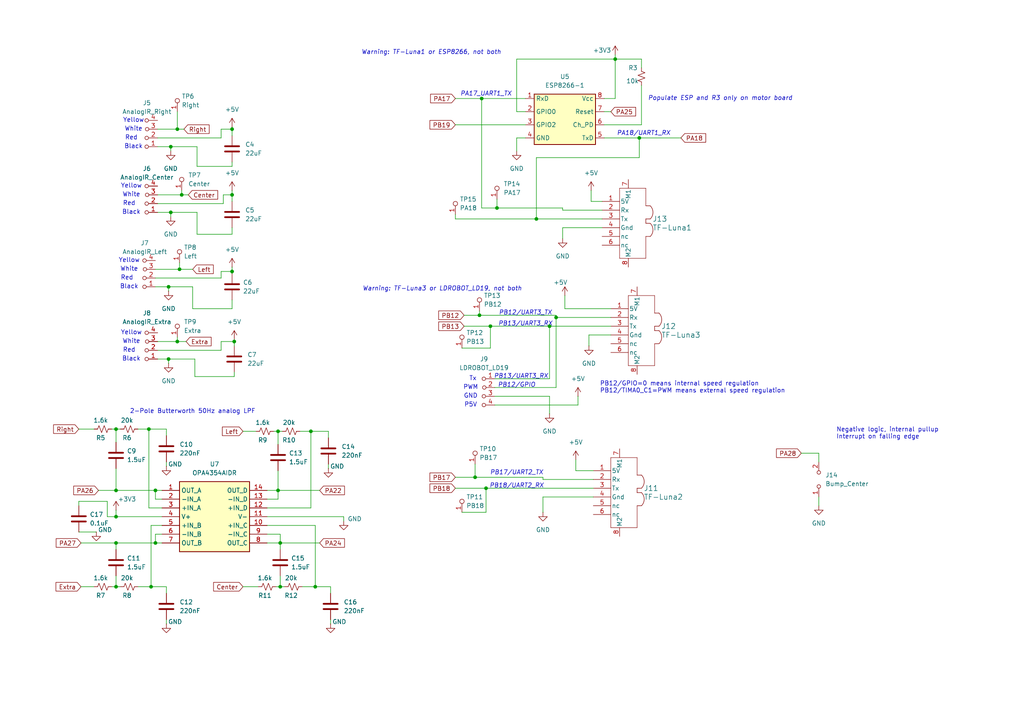
<source format=kicad_sch>
(kicad_sch
	(version 20250114)
	(generator "eeschema")
	(generator_version "9.0")
	(uuid "c797dd64-665d-4654-99a1-bf4f9c98a231")
	(paper "A4")
	(title_block
		(title "ECE445M Sensor Board")
		(date "2025-11-30")
		(rev "v8.0.2")
		(company "The University of Texas at Austin")
		(comment 1 "Jonathan Valvano")
	)
	(lib_symbols
		(symbol "ECE445L:C_0805"
			(pin_numbers
				(hide yes)
			)
			(pin_names
				(offset 0.254)
			)
			(exclude_from_sim no)
			(in_bom yes)
			(on_board yes)
			(property "Reference" "C"
				(at 0.635 2.54 0)
				(effects
					(font
						(size 1.27 1.27)
					)
					(justify left)
				)
			)
			(property "Value" "C_0805"
				(at 0.635 -2.54 0)
				(effects
					(font
						(size 1.27 1.27)
					)
					(justify left)
				)
			)
			(property "Footprint" "ECE445L:C_0805_2012Metric"
				(at 0.9652 -3.81 0)
				(effects
					(font
						(size 1.27 1.27)
					)
					(hide yes)
				)
			)
			(property "Datasheet" "https://datasheets.kyocera-avx.com/cx5r-KGM.pdf"
				(at 0 0 0)
				(effects
					(font
						(size 1.27 1.27)
					)
					(hide yes)
				)
			)
			(property "Description" "Unpolarized capacitor"
				(at 0 0 0)
				(effects
					(font
						(size 1.27 1.27)
					)
					(hide yes)
				)
			)
			(property "LCSC" "C5186689"
				(at 0 0 0)
				(effects
					(font
						(size 1.27 1.27)
					)
					(hide yes)
				)
			)
			(property "ki_keywords" "cap capacitor"
				(at 0 0 0)
				(effects
					(font
						(size 1.27 1.27)
					)
					(hide yes)
				)
			)
			(property "ki_fp_filters" "C_*"
				(at 0 0 0)
				(effects
					(font
						(size 1.27 1.27)
					)
					(hide yes)
				)
			)
			(symbol "C_0805_0_1"
				(polyline
					(pts
						(xy -2.032 0.762) (xy 2.032 0.762)
					)
					(stroke
						(width 0.508)
						(type default)
					)
					(fill
						(type none)
					)
				)
				(polyline
					(pts
						(xy -2.032 -0.762) (xy 2.032 -0.762)
					)
					(stroke
						(width 0.508)
						(type default)
					)
					(fill
						(type none)
					)
				)
			)
			(symbol "C_0805_1_1"
				(pin passive line
					(at 0 3.81 270)
					(length 2.794)
					(name "~"
						(effects
							(font
								(size 1.27 1.27)
							)
						)
					)
					(number "1"
						(effects
							(font
								(size 1.27 1.27)
							)
						)
					)
				)
				(pin passive line
					(at 0 -3.81 90)
					(length 2.794)
					(name "~"
						(effects
							(font
								(size 1.27 1.27)
							)
						)
					)
					(number "2"
						(effects
							(font
								(size 1.27 1.27)
							)
						)
					)
				)
			)
			(embedded_fonts no)
		)
		(symbol "ECE445L:C_603"
			(pin_numbers
				(hide yes)
			)
			(pin_names
				(offset 0.254)
			)
			(exclude_from_sim no)
			(in_bom yes)
			(on_board yes)
			(property "Reference" "C"
				(at 0.635 2.54 0)
				(effects
					(font
						(size 1.27 1.27)
					)
					(justify left)
				)
			)
			(property "Value" "C_603"
				(at 0.635 -2.54 0)
				(effects
					(font
						(size 1.27 1.27)
					)
					(justify left)
				)
			)
			(property "Footprint" "ECE445L:C_0603_1608Metric"
				(at 0.9652 -3.81 0)
				(effects
					(font
						(size 1.27 1.27)
					)
					(hide yes)
				)
			)
			(property "Datasheet" "~"
				(at 0 0 0)
				(effects
					(font
						(size 1.27 1.27)
					)
					(hide yes)
				)
			)
			(property "Description" "Unpolarized capacitor"
				(at 0 0 0)
				(effects
					(font
						(size 1.27 1.27)
					)
					(hide yes)
				)
			)
			(property "LCSC" "C5186689"
				(at 0 0 0)
				(effects
					(font
						(size 1.27 1.27)
					)
					(hide yes)
				)
			)
			(property "ki_keywords" "cap capacitor"
				(at 0 0 0)
				(effects
					(font
						(size 1.27 1.27)
					)
					(hide yes)
				)
			)
			(property "ki_fp_filters" "C_*"
				(at 0 0 0)
				(effects
					(font
						(size 1.27 1.27)
					)
					(hide yes)
				)
			)
			(symbol "C_603_0_1"
				(polyline
					(pts
						(xy -2.032 0.762) (xy 2.032 0.762)
					)
					(stroke
						(width 0.508)
						(type default)
					)
					(fill
						(type none)
					)
				)
				(polyline
					(pts
						(xy -2.032 -0.762) (xy 2.032 -0.762)
					)
					(stroke
						(width 0.508)
						(type default)
					)
					(fill
						(type none)
					)
				)
			)
			(symbol "C_603_1_1"
				(pin passive line
					(at 0 3.81 270)
					(length 2.794)
					(name "~"
						(effects
							(font
								(size 1.27 1.27)
							)
						)
					)
					(number "1"
						(effects
							(font
								(size 1.27 1.27)
							)
						)
					)
				)
				(pin passive line
					(at 0 -3.81 90)
					(length 2.794)
					(name "~"
						(effects
							(font
								(size 1.27 1.27)
							)
						)
					)
					(number "2"
						(effects
							(font
								(size 1.27 1.27)
							)
						)
					)
				)
			)
			(embedded_fonts no)
		)
		(symbol "ECE445L:ESP8266-1"
			(exclude_from_sim no)
			(in_bom yes)
			(on_board yes)
			(property "Reference" "U"
				(at 0 0 0)
				(effects
					(font
						(size 1.27 1.27)
					)
				)
			)
			(property "Value" "ESP8266-1"
				(at 0 8.255 0)
				(effects
					(font
						(size 1.27 1.27)
					)
				)
			)
			(property "Footprint" "ECE445L:PinHeader_2x04_P2.54mm_Vertical"
				(at 0 -7.62 0)
				(effects
					(font
						(size 1.27 1.27)
					)
					(hide yes)
				)
			)
			(property "Datasheet" "https://www.microchip.ua/wireless/esp01.pdf"
				(at 0 -7.62 0)
				(effects
					(font
						(size 1.27 1.27)
					)
					(hide yes)
				)
			)
			(property "Description" "Wifi module"
				(at 0 0 0)
				(effects
					(font
						(size 1.27 1.27)
					)
					(hide yes)
				)
			)
			(symbol "ESP8266-1_1_1"
				(rectangle
					(start -8.255 6.985)
					(end 9.525 -7.62)
					(stroke
						(width 0.254)
						(type default)
					)
					(fill
						(type background)
					)
				)
				(pin passive line
					(at -10.795 5.715 0)
					(length 2.54)
					(name "RxD"
						(effects
							(font
								(size 1.27 1.27)
							)
						)
					)
					(number "1"
						(effects
							(font
								(size 1.27 1.27)
							)
						)
					)
				)
				(pin passive line
					(at -10.795 1.905 0)
					(length 2.54)
					(name "GPIO0"
						(effects
							(font
								(size 1.27 1.27)
							)
						)
					)
					(number "2"
						(effects
							(font
								(size 1.27 1.27)
							)
						)
					)
				)
				(pin passive line
					(at -10.795 -1.905 0)
					(length 2.54)
					(name "GPIO2"
						(effects
							(font
								(size 1.27 1.27)
							)
						)
					)
					(number "3"
						(effects
							(font
								(size 1.27 1.27)
							)
						)
					)
				)
				(pin passive line
					(at -10.795 -5.715 0)
					(length 2.54)
					(name "GND"
						(effects
							(font
								(size 1.27 1.27)
							)
						)
					)
					(number "4"
						(effects
							(font
								(size 1.27 1.27)
							)
						)
					)
				)
				(pin passive line
					(at 12.065 5.715 180)
					(length 2.54)
					(name "Vcc"
						(effects
							(font
								(size 1.27 1.27)
							)
						)
					)
					(number "8"
						(effects
							(font
								(size 1.27 1.27)
							)
						)
					)
				)
				(pin passive line
					(at 12.065 1.905 180)
					(length 2.54)
					(name "Reset"
						(effects
							(font
								(size 1.27 1.27)
							)
						)
					)
					(number "7"
						(effects
							(font
								(size 1.27 1.27)
							)
						)
					)
				)
				(pin passive line
					(at 12.065 -1.905 180)
					(length 2.54)
					(name "Ch_PD"
						(effects
							(font
								(size 1.27 1.27)
							)
						)
					)
					(number "6"
						(effects
							(font
								(size 1.27 1.27)
							)
						)
					)
				)
				(pin passive line
					(at 12.065 -5.715 180)
					(length 2.54)
					(name "TxD"
						(effects
							(font
								(size 1.27 1.27)
							)
						)
					)
					(number "5"
						(effects
							(font
								(size 1.27 1.27)
							)
						)
					)
				)
			)
			(embedded_fonts no)
		)
		(symbol "ECE445L:Header_2"
			(pin_names
				(offset 0)
				(hide yes)
			)
			(exclude_from_sim no)
			(in_bom yes)
			(on_board yes)
			(property "Reference" "J"
				(at 0 2.794 0)
				(effects
					(font
						(size 1.27 1.27)
					)
				)
			)
			(property "Value" "Header2"
				(at 0 -2.286 0)
				(effects
					(font
						(size 1.27 1.27)
					)
				)
			)
			(property "Footprint" "ECE445L:PinHeader_1x02_P2.54mm_Vertical"
				(at 0 0 0)
				(effects
					(font
						(size 1.27 1.27)
					)
					(hide yes)
				)
			)
			(property "Datasheet" "~"
				(at 0 0 0)
				(effects
					(font
						(size 1.27 1.27)
					)
					(hide yes)
				)
			)
			(property "Description" "Header, 2-pole"
				(at 0 0 0)
				(effects
					(font
						(size 1.27 1.27)
					)
					(hide yes)
				)
			)
			(property "ki_keywords" "Header"
				(at 0 0 0)
				(effects
					(font
						(size 1.27 1.27)
					)
					(hide yes)
				)
			)
			(property "ki_fp_filters" "Jumper* TestPoint*2Pads* TestPoint*Bridge*"
				(at 0 0 0)
				(effects
					(font
						(size 1.27 1.27)
					)
					(hide yes)
				)
			)
			(symbol "Header_2_0_0"
				(circle
					(center -2.032 0)
					(radius 0.508)
					(stroke
						(width 0)
						(type default)
					)
					(fill
						(type none)
					)
				)
				(circle
					(center 2.032 0)
					(radius 0.508)
					(stroke
						(width 0)
						(type default)
					)
					(fill
						(type none)
					)
				)
			)
			(symbol "Header_2_1_1"
				(pin passive line
					(at -5.08 0 0)
					(length 2.54)
					(name "A"
						(effects
							(font
								(size 1.27 1.27)
							)
						)
					)
					(number "1"
						(effects
							(font
								(size 1.27 1.27)
							)
						)
					)
				)
				(pin passive line
					(at 5.08 0 180)
					(length 2.54)
					(name "B"
						(effects
							(font
								(size 1.27 1.27)
							)
						)
					)
					(number "2"
						(effects
							(font
								(size 1.27 1.27)
							)
						)
					)
				)
			)
			(embedded_fonts no)
		)
		(symbol "ECE445L:Header_4_JST"
			(pin_names
				(offset 0)
				(hide yes)
			)
			(exclude_from_sim no)
			(in_bom yes)
			(on_board yes)
			(property "Reference" "J"
				(at 0 2.794 0)
				(effects
					(font
						(size 1.27 1.27)
					)
				)
			)
			(property "Value" "JST_2mm_4pin"
				(at 0 -8.89 0)
				(effects
					(font
						(size 1.27 1.27)
					)
				)
			)
			(property "Footprint" "ECE445L:PinHeader_1x04_P2.00mm_Horizontal_JST"
				(at 0 5.08 0)
				(effects
					(font
						(size 1.27 1.27)
					)
					(hide yes)
				)
			)
			(property "Datasheet" "https://www.jst-mfg.com/product/pdf/eng/ePA-F.pdf"
				(at 0 0 0)
				(effects
					(font
						(size 1.27 1.27)
					)
					(hide yes)
				)
			)
			(property "Description" "JST 2mm Header, 4-pin"
				(at 0 0 0)
				(effects
					(font
						(size 1.27 1.27)
					)
					(hide yes)
				)
			)
			(property "Mouser" "306-S04BPASK2LFSN"
				(at 0 0 0)
				(effects
					(font
						(size 1.27 1.27)
					)
					(hide yes)
				)
			)
			(property "Digikey" "455-S04B-PASK-2-ND"
				(at 0 0 0)
				(effects
					(font
						(size 1.27 1.27)
					)
					(hide yes)
				)
			)
			(property "ki_keywords" "Header"
				(at 0 0 0)
				(effects
					(font
						(size 1.27 1.27)
					)
					(hide yes)
				)
			)
			(property "ki_fp_filters" "Jumper* TestPoint*2Pads* TestPoint*Bridge*"
				(at 0 0 0)
				(effects
					(font
						(size 1.27 1.27)
					)
					(hide yes)
				)
			)
			(symbol "Header_4_JST_0_0"
				(circle
					(center 1.905 2.54)
					(radius 0.508)
					(stroke
						(width 0)
						(type default)
					)
					(fill
						(type none)
					)
				)
			)
			(symbol "Header_4_JST_1_0"
				(circle
					(center 1.905 -2.54)
					(radius 0.508)
					(stroke
						(width 0)
						(type default)
					)
					(fill
						(type none)
					)
				)
				(circle
					(center 1.905 -5.08)
					(radius 0.508)
					(stroke
						(width 0)
						(type default)
					)
					(fill
						(type none)
					)
				)
				(circle
					(center 2.032 0)
					(radius 0.508)
					(stroke
						(width 0)
						(type default)
					)
					(fill
						(type none)
					)
				)
			)
			(symbol "Header_4_JST_1_1"
				(pin passive line
					(at 5.08 2.54 180)
					(length 2.54)
					(name "Tx"
						(effects
							(font
								(size 1.27 1.27)
							)
						)
					)
					(number "1"
						(effects
							(font
								(size 1.27 1.27)
							)
						)
					)
				)
				(pin passive line
					(at 5.08 0 180)
					(length 2.54)
					(name "PWM"
						(effects
							(font
								(size 1.27 1.27)
							)
						)
					)
					(number "2"
						(effects
							(font
								(size 1.27 1.27)
							)
						)
					)
				)
				(pin passive line
					(at 5.08 -2.54 180)
					(length 2.54)
					(name "GND"
						(effects
							(font
								(size 1.27 1.27)
							)
						)
					)
					(number "3"
						(effects
							(font
								(size 1.27 1.27)
							)
						)
					)
				)
				(pin passive line
					(at 5.08 -5.08 180)
					(length 2.54)
					(name "5V"
						(effects
							(font
								(size 1.27 1.27)
							)
						)
					)
					(number "4"
						(effects
							(font
								(size 1.27 1.27)
							)
						)
					)
				)
			)
			(embedded_fonts no)
		)
		(symbol "ECE445L:Header_4_Seeed"
			(pin_names
				(offset 0)
				(hide yes)
			)
			(exclude_from_sim no)
			(in_bom yes)
			(on_board yes)
			(property "Reference" "J"
				(at 0 2.794 0)
				(effects
					(font
						(size 1.27 1.27)
					)
				)
			)
			(property "Value" "Header_4"
				(at 0 -8.89 0)
				(effects
					(font
						(size 1.27 1.27)
					)
				)
			)
			(property "Footprint" "ECE445L:PinHeader_1x04_P2.00mm_Horizontal"
				(at 0 5.08 0)
				(effects
					(font
						(size 1.27 1.27)
					)
					(hide yes)
				)
			)
			(property "Datasheet" "https://mm.digikey.com/Volume0/opasdata/d220001/medias/docus/698/110990037_Web.pdf"
				(at 0 0 0)
				(effects
					(font
						(size 1.27 1.27)
					)
					(hide yes)
				)
			)
			(property "Description" "Seeed Grove Header, 4-pin"
				(at 0 0 0)
				(effects
					(font
						(size 1.27 1.27)
					)
					(hide yes)
				)
			)
			(property "Mouser" "713-110990037 "
				(at 0 0 0)
				(effects
					(font
						(size 1.27 1.27)
					)
					(hide yes)
				)
			)
			(property "ki_keywords" "Header"
				(at 0 0 0)
				(effects
					(font
						(size 1.27 1.27)
					)
					(hide yes)
				)
			)
			(property "ki_fp_filters" "Jumper* TestPoint*2Pads* TestPoint*Bridge*"
				(at 0 0 0)
				(effects
					(font
						(size 1.27 1.27)
					)
					(hide yes)
				)
			)
			(symbol "Header_4_Seeed_0_0"
				(circle
					(center 1.905 2.54)
					(radius 0.508)
					(stroke
						(width 0)
						(type default)
					)
					(fill
						(type none)
					)
				)
			)
			(symbol "Header_4_Seeed_1_0"
				(circle
					(center 1.905 -2.54)
					(radius 0.508)
					(stroke
						(width 0)
						(type default)
					)
					(fill
						(type none)
					)
				)
				(circle
					(center 1.905 -5.08)
					(radius 0.508)
					(stroke
						(width 0)
						(type default)
					)
					(fill
						(type none)
					)
				)
				(circle
					(center 2.032 0)
					(radius 0.508)
					(stroke
						(width 0)
						(type default)
					)
					(fill
						(type none)
					)
				)
			)
			(symbol "Header_4_Seeed_1_1"
				(pin passive line
					(at 5.08 2.54 180)
					(length 2.54)
					(name "nc"
						(effects
							(font
								(size 1.27 1.27)
							)
						)
					)
					(number "4"
						(effects
							(font
								(size 1.27 1.27)
							)
						)
					)
				)
				(pin passive line
					(at 5.08 0 180)
					(length 2.54)
					(name "Vin"
						(effects
							(font
								(size 1.27 1.27)
							)
						)
					)
					(number "3"
						(effects
							(font
								(size 1.27 1.27)
							)
						)
					)
				)
				(pin passive line
					(at 5.08 -2.54 180)
					(length 2.54)
					(name "5V"
						(effects
							(font
								(size 1.27 1.27)
							)
						)
					)
					(number "2"
						(effects
							(font
								(size 1.27 1.27)
							)
						)
					)
				)
				(pin passive line
					(at 5.08 -5.08 180)
					(length 2.54)
					(name "Gnd"
						(effects
							(font
								(size 1.27 1.27)
							)
						)
					)
					(number "1"
						(effects
							(font
								(size 1.27 1.27)
							)
						)
					)
				)
			)
			(embedded_fonts no)
		)
		(symbol "ECE445L:OPA4354AIDR"
			(exclude_from_sim no)
			(in_bom yes)
			(on_board yes)
			(property "Reference" "IC"
				(at 26.67 7.62 0)
				(effects
					(font
						(size 1.27 1.27)
					)
					(justify left top)
				)
			)
			(property "Value" "OPA4354AIDR"
				(at 26.67 5.08 0)
				(effects
					(font
						(size 1.27 1.27)
					)
					(justify left top)
				)
			)
			(property "Footprint" "ECE445L:SOIC127P600X175-14N"
				(at 26.67 -94.92 0)
				(effects
					(font
						(size 1.27 1.27)
					)
					(justify left top)
					(hide yes)
				)
			)
			(property "Datasheet" "http://www.ti.com/lit/gpn/opa4354"
				(at 26.67 -194.92 0)
				(effects
					(font
						(size 1.27 1.27)
					)
					(justify left top)
					(hide yes)
				)
			)
			(property "Description" "High voltage (100V), high-current (50mA) operational amplifiers, G=1 stable"
				(at 0 0 0)
				(effects
					(font
						(size 1.27 1.27)
					)
					(hide yes)
				)
			)
			(property "Height" "1.75"
				(at 26.67 -394.92 0)
				(effects
					(font
						(size 1.27 1.27)
					)
					(justify left top)
					(hide yes)
				)
			)
			(property "Mouser Part Number" "595-OPA4354AIDR"
				(at 26.67 -494.92 0)
				(effects
					(font
						(size 1.27 1.27)
					)
					(justify left top)
					(hide yes)
				)
			)
			(property "Mouser Price/Stock" "https://www.mouser.co.uk/ProductDetail/Texas-Instruments/OPA4354AIDR?qs=wgAEGBTxy7lcpna1eEzxaw%3D%3D"
				(at 26.67 -594.92 0)
				(effects
					(font
						(size 1.27 1.27)
					)
					(justify left top)
					(hide yes)
				)
			)
			(property "Manufacturer_Name" "Texas Instruments"
				(at 26.67 -694.92 0)
				(effects
					(font
						(size 1.27 1.27)
					)
					(justify left top)
					(hide yes)
				)
			)
			(property "Manufacturer_Part_Number" "OPA4354AIDR"
				(at 26.67 -794.92 0)
				(effects
					(font
						(size 1.27 1.27)
					)
					(justify left top)
					(hide yes)
				)
			)
			(symbol "OPA4354AIDR_1_1"
				(rectangle
					(start 5.08 2.54)
					(end 25.4 -17.78)
					(stroke
						(width 0.254)
						(type default)
					)
					(fill
						(type background)
					)
				)
				(pin passive line
					(at 0 0 0)
					(length 5.08)
					(name "OUT_A"
						(effects
							(font
								(size 1.27 1.27)
							)
						)
					)
					(number "1"
						(effects
							(font
								(size 1.27 1.27)
							)
						)
					)
				)
				(pin passive line
					(at 0 -2.54 0)
					(length 5.08)
					(name "-IN_A"
						(effects
							(font
								(size 1.27 1.27)
							)
						)
					)
					(number "2"
						(effects
							(font
								(size 1.27 1.27)
							)
						)
					)
				)
				(pin passive line
					(at 0 -5.08 0)
					(length 5.08)
					(name "+IN_A"
						(effects
							(font
								(size 1.27 1.27)
							)
						)
					)
					(number "3"
						(effects
							(font
								(size 1.27 1.27)
							)
						)
					)
				)
				(pin passive line
					(at 0 -7.62 0)
					(length 5.08)
					(name "V+"
						(effects
							(font
								(size 1.27 1.27)
							)
						)
					)
					(number "4"
						(effects
							(font
								(size 1.27 1.27)
							)
						)
					)
				)
				(pin passive line
					(at 0 -10.16 0)
					(length 5.08)
					(name "+IN_B"
						(effects
							(font
								(size 1.27 1.27)
							)
						)
					)
					(number "5"
						(effects
							(font
								(size 1.27 1.27)
							)
						)
					)
				)
				(pin passive line
					(at 0 -12.7 0)
					(length 5.08)
					(name "-IN_B"
						(effects
							(font
								(size 1.27 1.27)
							)
						)
					)
					(number "6"
						(effects
							(font
								(size 1.27 1.27)
							)
						)
					)
				)
				(pin passive line
					(at 0 -15.24 0)
					(length 5.08)
					(name "OUT_B"
						(effects
							(font
								(size 1.27 1.27)
							)
						)
					)
					(number "7"
						(effects
							(font
								(size 1.27 1.27)
							)
						)
					)
				)
				(pin passive line
					(at 30.48 0 180)
					(length 5.08)
					(name "OUT_D"
						(effects
							(font
								(size 1.27 1.27)
							)
						)
					)
					(number "14"
						(effects
							(font
								(size 1.27 1.27)
							)
						)
					)
				)
				(pin passive line
					(at 30.48 -2.54 180)
					(length 5.08)
					(name "-IN_D"
						(effects
							(font
								(size 1.27 1.27)
							)
						)
					)
					(number "13"
						(effects
							(font
								(size 1.27 1.27)
							)
						)
					)
				)
				(pin passive line
					(at 30.48 -5.08 180)
					(length 5.08)
					(name "+IN_D"
						(effects
							(font
								(size 1.27 1.27)
							)
						)
					)
					(number "12"
						(effects
							(font
								(size 1.27 1.27)
							)
						)
					)
				)
				(pin passive line
					(at 30.48 -7.62 180)
					(length 5.08)
					(name "V-"
						(effects
							(font
								(size 1.27 1.27)
							)
						)
					)
					(number "11"
						(effects
							(font
								(size 1.27 1.27)
							)
						)
					)
				)
				(pin passive line
					(at 30.48 -10.16 180)
					(length 5.08)
					(name "+IN_C"
						(effects
							(font
								(size 1.27 1.27)
							)
						)
					)
					(number "10"
						(effects
							(font
								(size 1.27 1.27)
							)
						)
					)
				)
				(pin passive line
					(at 30.48 -12.7 180)
					(length 5.08)
					(name "-IN_C"
						(effects
							(font
								(size 1.27 1.27)
							)
						)
					)
					(number "9"
						(effects
							(font
								(size 1.27 1.27)
							)
						)
					)
				)
				(pin passive line
					(at 30.48 -15.24 180)
					(length 5.08)
					(name "OUT_C"
						(effects
							(font
								(size 1.27 1.27)
							)
						)
					)
					(number "8"
						(effects
							(font
								(size 1.27 1.27)
							)
						)
					)
				)
			)
			(embedded_fonts no)
		)
		(symbol "ECE445L:R_0.125W"
			(pin_numbers
				(hide yes)
			)
			(pin_names
				(offset 0.254)
				(hide yes)
			)
			(exclude_from_sim no)
			(in_bom yes)
			(on_board yes)
			(property "Reference" "R"
				(at 0.762 0.508 0)
				(effects
					(font
						(size 1.27 1.27)
					)
					(justify left)
				)
			)
			(property "Value" "R_0.125W"
				(at 0.762 -1.016 0)
				(effects
					(font
						(size 1.27 1.27)
					)
					(justify left)
				)
			)
			(property "Footprint" "ECE445L:R_Axial_DIN0204_L3.6mm_D1.6mm_P7.62mm_Horizontal"
				(at 0 0 0)
				(effects
					(font
						(size 1.27 1.27)
					)
					(hide yes)
				)
			)
			(property "Datasheet" "https://users.ece.utexas.edu/~valvano/mspm0/CarbonFilmresistors.pdf"
				(at 0 0 0)
				(effects
					(font
						(size 1.27 1.27)
					)
					(hide yes)
				)
			)
			(property "Description" "Resistor, small US symbol"
				(at 0 0 0)
				(effects
					(font
						(size 1.27 1.27)
					)
					(hide yes)
				)
			)
			(property "ki_keywords" "r resistor"
				(at 0 0 0)
				(effects
					(font
						(size 1.27 1.27)
					)
					(hide yes)
				)
			)
			(property "ki_fp_filters" "R_*"
				(at 0 0 0)
				(effects
					(font
						(size 1.27 1.27)
					)
					(hide yes)
				)
			)
			(symbol "R_0.125W_1_1"
				(polyline
					(pts
						(xy 0 1.524) (xy 1.016 1.143) (xy 0 0.762) (xy -1.016 0.381) (xy 0 0)
					)
					(stroke
						(width 0)
						(type default)
					)
					(fill
						(type none)
					)
				)
				(polyline
					(pts
						(xy 0 0) (xy 1.016 -0.381) (xy 0 -0.762) (xy -1.016 -1.143) (xy 0 -1.524)
					)
					(stroke
						(width 0)
						(type default)
					)
					(fill
						(type none)
					)
				)
				(pin passive line
					(at 0 2.54 270)
					(length 1.016)
					(name "~"
						(effects
							(font
								(size 1.27 1.27)
							)
						)
					)
					(number "1"
						(effects
							(font
								(size 1.27 1.27)
							)
						)
					)
				)
				(pin passive line
					(at 0 -2.54 90)
					(length 1.016)
					(name "~"
						(effects
							(font
								(size 1.27 1.27)
							)
						)
					)
					(number "2"
						(effects
							(font
								(size 1.27 1.27)
							)
						)
					)
				)
			)
			(embedded_fonts no)
		)
		(symbol "ECE445L:TF-Luna_SM"
			(pin_names
				(offset 0.254)
			)
			(exclude_from_sim no)
			(in_bom yes)
			(on_board yes)
			(property "Reference" "J"
				(at 8.89 6.35 0)
				(effects
					(font
						(size 1.524 1.524)
					)
				)
			)
			(property "Value" "TF-Luna_SM"
				(at 0 0 0)
				(effects
					(font
						(size 1.524 1.524)
					)
				)
			)
			(property "Footprint" "ECE445L:CONN_SM06B-GHS-TB_JST"
				(at 0 0 0)
				(effects
					(font
						(size 1.27 1.27)
						(italic yes)
					)
					(hide yes)
				)
			)
			(property "Datasheet" "https://www.molex.com/pdm_docs/sd/532610671_sd.pdf"
				(at 0 0 0)
				(effects
					(font
						(size 1.27 1.27)
						(italic yes)
					)
					(hide yes)
				)
			)
			(property "Description" "Molex 0532610671, surface mount, horizontal insersion"
				(at 0 0 0)
				(effects
					(font
						(size 1.27 1.27)
					)
					(hide yes)
				)
			)
			(property "Digikey" "WM7624CT-ND"
				(at 0 0 0)
				(effects
					(font
						(size 1.27 1.27)
					)
					(hide yes)
				)
			)
			(property "Mouser" "538-53261-0671"
				(at 0 0 0)
				(effects
					(font
						(size 1.27 1.27)
					)
					(hide yes)
				)
			)
			(property "ki_keywords" "1.25mm"
				(at 0 0 0)
				(effects
					(font
						(size 1.27 1.27)
					)
					(hide yes)
				)
			)
			(property "ki_fp_filters" "CONN_SM06B-GHS-TB_JST"
				(at 0 0 0)
				(effects
					(font
						(size 1.27 1.27)
					)
					(hide yes)
				)
			)
			(symbol "TF-Luna_SM_0_1"
				(arc
					(start 13.97 -1.27)
					(mid 14.7591 -3.175)
					(end 13.97 -5.08)
					(stroke
						(width 0)
						(type default)
					)
					(fill
						(type none)
					)
				)
				(arc
					(start 13.97 -6.35)
					(mid 14.7591 -8.255)
					(end 13.97 -10.16)
					(stroke
						(width 0)
						(type default)
					)
					(fill
						(type none)
					)
				)
				(polyline
					(pts
						(xy 12.7 -5.08) (xy 12.7 -6.35)
					)
					(stroke
						(width 0)
						(type default)
					)
					(fill
						(type none)
					)
				)
				(polyline
					(pts
						(xy 13.97 -1.27) (xy 12.7 -1.27)
					)
					(stroke
						(width 0)
						(type default)
					)
					(fill
						(type none)
					)
				)
				(polyline
					(pts
						(xy 13.97 -5.08) (xy 12.7 -5.08)
					)
					(stroke
						(width 0)
						(type default)
					)
					(fill
						(type none)
					)
				)
				(polyline
					(pts
						(xy 13.97 -6.35) (xy 12.7 -6.35)
					)
					(stroke
						(width 0)
						(type default)
					)
					(fill
						(type none)
					)
				)
				(polyline
					(pts
						(xy 13.97 -10.16) (xy 12.7 -10.16)
					)
					(stroke
						(width 0)
						(type default)
					)
					(fill
						(type none)
					)
				)
			)
			(symbol "TF-Luna_SM_1_1"
				(polyline
					(pts
						(xy 5.08 3.81) (xy 5.08 -16.51)
					)
					(stroke
						(width 0.127)
						(type default)
					)
					(fill
						(type none)
					)
				)
				(polyline
					(pts
						(xy 5.08 -16.51) (xy 12.7 -16.51)
					)
					(stroke
						(width 0.127)
						(type default)
					)
					(fill
						(type none)
					)
				)
				(polyline
					(pts
						(xy 12.7 3.81) (xy 5.08 3.81)
					)
					(stroke
						(width 0.127)
						(type default)
					)
					(fill
						(type none)
					)
				)
				(polyline
					(pts
						(xy 12.7 -1.27) (xy 12.7 3.81)
					)
					(stroke
						(width 0.127)
						(type default)
					)
					(fill
						(type none)
					)
				)
				(polyline
					(pts
						(xy 12.7 -16.51) (xy 12.7 -10.16)
					)
					(stroke
						(width 0.127)
						(type default)
					)
					(fill
						(type none)
					)
				)
				(pin power_in line
					(at 0 0 0)
					(length 5.08)
					(name "5V"
						(effects
							(font
								(size 1.27 1.27)
							)
						)
					)
					(number "1"
						(effects
							(font
								(size 1.27 1.27)
							)
						)
					)
				)
				(pin passive line
					(at 0 -2.54 0)
					(length 5.08)
					(name "Rx"
						(effects
							(font
								(size 1.27 1.27)
							)
						)
					)
					(number "2"
						(effects
							(font
								(size 1.27 1.27)
							)
						)
					)
				)
				(pin passive line
					(at 0 -5.08 0)
					(length 5.08)
					(name "Tx"
						(effects
							(font
								(size 1.27 1.27)
							)
						)
					)
					(number "3"
						(effects
							(font
								(size 1.27 1.27)
							)
						)
					)
				)
				(pin power_in line
					(at 0 -7.62 0)
					(length 5.08)
					(name "Gnd"
						(effects
							(font
								(size 1.27 1.27)
							)
						)
					)
					(number "4"
						(effects
							(font
								(size 1.27 1.27)
							)
						)
					)
				)
				(pin passive line
					(at 0 -10.16 0)
					(length 5.08)
					(name "nc"
						(effects
							(font
								(size 1.27 1.27)
							)
						)
					)
					(number "5"
						(effects
							(font
								(size 1.27 1.27)
							)
						)
					)
				)
				(pin passive line
					(at 0 -12.7 0)
					(length 5.08)
					(name "nc"
						(effects
							(font
								(size 1.27 1.27)
							)
						)
					)
					(number "6"
						(effects
							(font
								(size 1.27 1.27)
							)
						)
					)
				)
				(pin passive line
					(at 7.62 6.35 270)
					(length 2.54)
					(name "M1"
						(effects
							(font
								(size 1.27 1.27)
							)
						)
					)
					(number "7"
						(effects
							(font
								(size 1.27 1.27)
							)
						)
					)
				)
				(pin passive line
					(at 7.62 -19.05 90)
					(length 2.54)
					(name "M2"
						(effects
							(font
								(size 1.27 1.27)
							)
						)
					)
					(number "8"
						(effects
							(font
								(size 1.27 1.27)
							)
						)
					)
				)
			)
			(symbol "TF-Luna_SM_1_2"
				(polyline
					(pts
						(xy 5.08 2.54) (xy 5.08 -15.24)
					)
					(stroke
						(width 0.127)
						(type default)
					)
					(fill
						(type none)
					)
				)
				(polyline
					(pts
						(xy 5.08 -15.24) (xy 12.7 -15.24)
					)
					(stroke
						(width 0.127)
						(type default)
					)
					(fill
						(type none)
					)
				)
				(polyline
					(pts
						(xy 7.62 0) (xy 5.08 0)
					)
					(stroke
						(width 0.127)
						(type default)
					)
					(fill
						(type none)
					)
				)
				(polyline
					(pts
						(xy 7.62 0) (xy 8.89 0.8467)
					)
					(stroke
						(width 0.127)
						(type default)
					)
					(fill
						(type none)
					)
				)
				(polyline
					(pts
						(xy 7.62 0) (xy 8.89 -0.8467)
					)
					(stroke
						(width 0.127)
						(type default)
					)
					(fill
						(type none)
					)
				)
				(polyline
					(pts
						(xy 7.62 -2.54) (xy 5.08 -2.54)
					)
					(stroke
						(width 0.127)
						(type default)
					)
					(fill
						(type none)
					)
				)
				(polyline
					(pts
						(xy 7.62 -2.54) (xy 8.89 -1.6933)
					)
					(stroke
						(width 0.127)
						(type default)
					)
					(fill
						(type none)
					)
				)
				(polyline
					(pts
						(xy 7.62 -2.54) (xy 8.89 -3.3867)
					)
					(stroke
						(width 0.127)
						(type default)
					)
					(fill
						(type none)
					)
				)
				(polyline
					(pts
						(xy 7.62 -5.08) (xy 5.08 -5.08)
					)
					(stroke
						(width 0.127)
						(type default)
					)
					(fill
						(type none)
					)
				)
				(polyline
					(pts
						(xy 7.62 -5.08) (xy 8.89 -4.2333)
					)
					(stroke
						(width 0.127)
						(type default)
					)
					(fill
						(type none)
					)
				)
				(polyline
					(pts
						(xy 7.62 -5.08) (xy 8.89 -5.9267)
					)
					(stroke
						(width 0.127)
						(type default)
					)
					(fill
						(type none)
					)
				)
				(polyline
					(pts
						(xy 7.62 -7.62) (xy 5.08 -7.62)
					)
					(stroke
						(width 0.127)
						(type default)
					)
					(fill
						(type none)
					)
				)
				(polyline
					(pts
						(xy 7.62 -7.62) (xy 8.89 -6.7733)
					)
					(stroke
						(width 0.127)
						(type default)
					)
					(fill
						(type none)
					)
				)
				(polyline
					(pts
						(xy 7.62 -7.62) (xy 8.89 -8.4667)
					)
					(stroke
						(width 0.127)
						(type default)
					)
					(fill
						(type none)
					)
				)
				(polyline
					(pts
						(xy 7.62 -10.16) (xy 5.08 -10.16)
					)
					(stroke
						(width 0.127)
						(type default)
					)
					(fill
						(type none)
					)
				)
				(polyline
					(pts
						(xy 7.62 -10.16) (xy 8.89 -9.3133)
					)
					(stroke
						(width 0.127)
						(type default)
					)
					(fill
						(type none)
					)
				)
				(polyline
					(pts
						(xy 7.62 -10.16) (xy 8.89 -11.0067)
					)
					(stroke
						(width 0.127)
						(type default)
					)
					(fill
						(type none)
					)
				)
				(polyline
					(pts
						(xy 7.62 -12.7) (xy 5.08 -12.7)
					)
					(stroke
						(width 0.127)
						(type default)
					)
					(fill
						(type none)
					)
				)
				(polyline
					(pts
						(xy 7.62 -12.7) (xy 8.89 -11.8533)
					)
					(stroke
						(width 0.127)
						(type default)
					)
					(fill
						(type none)
					)
				)
				(polyline
					(pts
						(xy 7.62 -12.7) (xy 8.89 -13.5467)
					)
					(stroke
						(width 0.127)
						(type default)
					)
					(fill
						(type none)
					)
				)
				(polyline
					(pts
						(xy 12.7 2.54) (xy 5.08 2.54)
					)
					(stroke
						(width 0.127)
						(type default)
					)
					(fill
						(type none)
					)
				)
				(polyline
					(pts
						(xy 12.7 -15.24) (xy 12.7 2.54)
					)
					(stroke
						(width 0.127)
						(type default)
					)
					(fill
						(type none)
					)
				)
				(pin unspecified line
					(at 0 0 0)
					(length 5.08)
					(name "1"
						(effects
							(font
								(size 1.27 1.27)
							)
						)
					)
					(number "1"
						(effects
							(font
								(size 1.27 1.27)
							)
						)
					)
				)
				(pin unspecified line
					(at 0 -2.54 0)
					(length 5.08)
					(name "2"
						(effects
							(font
								(size 1.27 1.27)
							)
						)
					)
					(number "2"
						(effects
							(font
								(size 1.27 1.27)
							)
						)
					)
				)
				(pin unspecified line
					(at 0 -5.08 0)
					(length 5.08)
					(name "3"
						(effects
							(font
								(size 1.27 1.27)
							)
						)
					)
					(number "3"
						(effects
							(font
								(size 1.27 1.27)
							)
						)
					)
				)
				(pin unspecified line
					(at 0 -7.62 0)
					(length 5.08)
					(name "4"
						(effects
							(font
								(size 1.27 1.27)
							)
						)
					)
					(number "4"
						(effects
							(font
								(size 1.27 1.27)
							)
						)
					)
				)
				(pin unspecified line
					(at 0 -10.16 0)
					(length 5.08)
					(name "5"
						(effects
							(font
								(size 1.27 1.27)
							)
						)
					)
					(number "5"
						(effects
							(font
								(size 1.27 1.27)
							)
						)
					)
				)
				(pin unspecified line
					(at 0 -12.7 0)
					(length 5.08)
					(name "6"
						(effects
							(font
								(size 1.27 1.27)
							)
						)
					)
					(number "6"
						(effects
							(font
								(size 1.27 1.27)
							)
						)
					)
				)
			)
			(embedded_fonts no)
		)
		(symbol "ECE445L:Testpoint_1"
			(pin_names
				(offset 0)
				(hide yes)
			)
			(exclude_from_sim no)
			(in_bom yes)
			(on_board yes)
			(property "Reference" "TP"
				(at 0 2.794 0)
				(effects
					(font
						(size 1.27 1.27)
					)
				)
			)
			(property "Value" "TP"
				(at 0 -2.286 0)
				(effects
					(font
						(size 1.27 1.27)
					)
				)
			)
			(property "Footprint" "ECE445L:Testpoint_1x1"
				(at 0 5.715 0)
				(effects
					(font
						(size 1.27 1.27)
					)
					(hide yes)
				)
			)
			(property "Datasheet" "https://www.mouser.com/datasheet/3/201/1/5000-5004.PDF"
				(at 0 0 0)
				(effects
					(font
						(size 1.27 1.27)
					)
					(hide yes)
				)
			)
			(property "Description" "Keystone Testpoint"
				(at 0 0 0)
				(effects
					(font
						(size 1.27 1.27)
					)
					(hide yes)
				)
			)
			(property "Digikey" "36-5000-ND, 36-5001-ND, 36-5002-ND , 36-5003-ND 36-5004-ND 36-5116-ND 36-5117-ND "
				(at 0 0 0)
				(effects
					(font
						(size 1.27 1.27)
					)
					(hide yes)
				)
			)
			(property "Mouser" "534-5000, 534-5001, 534-5002 , 534-5003 534-5004 534-5116 534-5117"
				(at 0 0 0)
				(effects
					(font
						(size 1.27 1.27)
					)
					(hide yes)
				)
			)
			(property "ki_keywords" "Testpoint"
				(at 0 0 0)
				(effects
					(font
						(size 1.27 1.27)
					)
					(hide yes)
				)
			)
			(property "ki_fp_filters" "Jumper* TestPoint*2Pads* TestPoint*Bridge*"
				(at 0 0 0)
				(effects
					(font
						(size 1.27 1.27)
					)
					(hide yes)
				)
			)
			(symbol "Testpoint_1_0_1"
				(circle
					(center -1.905 3.175)
					(radius 0.635)
					(stroke
						(width 0)
						(type default)
					)
					(fill
						(type none)
					)
				)
			)
			(symbol "Testpoint_1_1_1"
				(pin passive line
					(at -1.905 0 90)
					(length 2.54)
					(name "A"
						(effects
							(font
								(size 1.27 1.27)
							)
						)
					)
					(number "1"
						(effects
							(font
								(size 1.27 1.27)
							)
						)
					)
				)
			)
			(embedded_fonts no)
		)
		(symbol "RSLK2:R_0603"
			(pin_numbers
				(hide yes)
			)
			(pin_names
				(offset 0.254)
				(hide yes)
			)
			(exclude_from_sim no)
			(in_bom yes)
			(on_board yes)
			(property "Reference" "R"
				(at 0.762 0.508 0)
				(effects
					(font
						(size 1.27 1.27)
					)
					(justify left)
				)
			)
			(property "Value" "R_0603"
				(at 0.762 -1.016 0)
				(effects
					(font
						(size 1.27 1.27)
					)
					(justify left)
				)
			)
			(property "Footprint" "RSLK2:R_0603_1608Metric"
				(at 0 0 0)
				(effects
					(font
						(size 1.27 1.27)
					)
					(hide yes)
				)
			)
			(property "Datasheet" "https://users.ece.utexas.edu/~valvano/mspm0/CarbonFilmresistors.pdf"
				(at 0 0 0)
				(effects
					(font
						(size 1.27 1.27)
					)
					(hide yes)
				)
			)
			(property "Description" "Resistor, SM"
				(at 0 0 0)
				(effects
					(font
						(size 1.27 1.27)
					)
					(hide yes)
				)
			)
			(property "LCSC" "C340542"
				(at 0 0 0)
				(effects
					(font
						(size 1.27 1.27)
					)
					(hide yes)
				)
			)
			(property "ki_keywords" "r resistor"
				(at 0 0 0)
				(effects
					(font
						(size 1.27 1.27)
					)
					(hide yes)
				)
			)
			(property "ki_fp_filters" "R_*"
				(at 0 0 0)
				(effects
					(font
						(size 1.27 1.27)
					)
					(hide yes)
				)
			)
			(symbol "R_0603_1_1"
				(polyline
					(pts
						(xy 0 1.524) (xy 1.016 1.143) (xy 0 0.762) (xy -1.016 0.381) (xy 0 0)
					)
					(stroke
						(width 0)
						(type default)
					)
					(fill
						(type none)
					)
				)
				(polyline
					(pts
						(xy 0 0) (xy 1.016 -0.381) (xy 0 -0.762) (xy -1.016 -1.143) (xy 0 -1.524)
					)
					(stroke
						(width 0)
						(type default)
					)
					(fill
						(type none)
					)
				)
				(pin passive line
					(at 0 2.54 270)
					(length 1.016)
					(name "~"
						(effects
							(font
								(size 1.27 1.27)
							)
						)
					)
					(number "1"
						(effects
							(font
								(size 1.27 1.27)
							)
						)
					)
				)
				(pin passive line
					(at 0 -2.54 90)
					(length 1.016)
					(name "~"
						(effects
							(font
								(size 1.27 1.27)
							)
						)
					)
					(number "2"
						(effects
							(font
								(size 1.27 1.27)
							)
						)
					)
				)
			)
			(embedded_fonts no)
		)
		(symbol "power:+3V3"
			(power)
			(pin_numbers
				(hide yes)
			)
			(pin_names
				(offset 0)
				(hide yes)
			)
			(exclude_from_sim no)
			(in_bom yes)
			(on_board yes)
			(property "Reference" "#PWR"
				(at 0 -3.81 0)
				(effects
					(font
						(size 1.27 1.27)
					)
					(hide yes)
				)
			)
			(property "Value" "+3V3"
				(at 0 3.556 0)
				(effects
					(font
						(size 1.27 1.27)
					)
				)
			)
			(property "Footprint" ""
				(at 0 0 0)
				(effects
					(font
						(size 1.27 1.27)
					)
					(hide yes)
				)
			)
			(property "Datasheet" ""
				(at 0 0 0)
				(effects
					(font
						(size 1.27 1.27)
					)
					(hide yes)
				)
			)
			(property "Description" "Power symbol creates a global label with name \"+3V3\""
				(at 0 0 0)
				(effects
					(font
						(size 1.27 1.27)
					)
					(hide yes)
				)
			)
			(property "ki_keywords" "global power"
				(at 0 0 0)
				(effects
					(font
						(size 1.27 1.27)
					)
					(hide yes)
				)
			)
			(symbol "+3V3_0_1"
				(polyline
					(pts
						(xy -0.762 1.27) (xy 0 2.54)
					)
					(stroke
						(width 0)
						(type default)
					)
					(fill
						(type none)
					)
				)
				(polyline
					(pts
						(xy 0 2.54) (xy 0.762 1.27)
					)
					(stroke
						(width 0)
						(type default)
					)
					(fill
						(type none)
					)
				)
				(polyline
					(pts
						(xy 0 0) (xy 0 2.54)
					)
					(stroke
						(width 0)
						(type default)
					)
					(fill
						(type none)
					)
				)
			)
			(symbol "+3V3_1_1"
				(pin power_in line
					(at 0 0 90)
					(length 0)
					(name "~"
						(effects
							(font
								(size 1.27 1.27)
							)
						)
					)
					(number "1"
						(effects
							(font
								(size 1.27 1.27)
							)
						)
					)
				)
			)
			(embedded_fonts no)
		)
		(symbol "power:+5V"
			(power)
			(pin_numbers
				(hide yes)
			)
			(pin_names
				(offset 0)
				(hide yes)
			)
			(exclude_from_sim no)
			(in_bom yes)
			(on_board yes)
			(property "Reference" "#PWR"
				(at 0 -3.81 0)
				(effects
					(font
						(size 1.27 1.27)
					)
					(hide yes)
				)
			)
			(property "Value" "+5V"
				(at 0 3.556 0)
				(effects
					(font
						(size 1.27 1.27)
					)
				)
			)
			(property "Footprint" ""
				(at 0 0 0)
				(effects
					(font
						(size 1.27 1.27)
					)
					(hide yes)
				)
			)
			(property "Datasheet" ""
				(at 0 0 0)
				(effects
					(font
						(size 1.27 1.27)
					)
					(hide yes)
				)
			)
			(property "Description" "Power symbol creates a global label with name \"+5V\""
				(at 0 0 0)
				(effects
					(font
						(size 1.27 1.27)
					)
					(hide yes)
				)
			)
			(property "ki_keywords" "global power"
				(at 0 0 0)
				(effects
					(font
						(size 1.27 1.27)
					)
					(hide yes)
				)
			)
			(symbol "+5V_0_1"
				(polyline
					(pts
						(xy -0.762 1.27) (xy 0 2.54)
					)
					(stroke
						(width 0)
						(type default)
					)
					(fill
						(type none)
					)
				)
				(polyline
					(pts
						(xy 0 2.54) (xy 0.762 1.27)
					)
					(stroke
						(width 0)
						(type default)
					)
					(fill
						(type none)
					)
				)
				(polyline
					(pts
						(xy 0 0) (xy 0 2.54)
					)
					(stroke
						(width 0)
						(type default)
					)
					(fill
						(type none)
					)
				)
			)
			(symbol "+5V_1_1"
				(pin power_in line
					(at 0 0 90)
					(length 0)
					(name "~"
						(effects
							(font
								(size 1.27 1.27)
							)
						)
					)
					(number "1"
						(effects
							(font
								(size 1.27 1.27)
							)
						)
					)
				)
			)
			(embedded_fonts no)
		)
		(symbol "power:GND"
			(power)
			(pin_numbers
				(hide yes)
			)
			(pin_names
				(offset 0)
				(hide yes)
			)
			(exclude_from_sim no)
			(in_bom yes)
			(on_board yes)
			(property "Reference" "#PWR"
				(at 0 -6.35 0)
				(effects
					(font
						(size 1.27 1.27)
					)
					(hide yes)
				)
			)
			(property "Value" "GND"
				(at 0 -3.81 0)
				(effects
					(font
						(size 1.27 1.27)
					)
				)
			)
			(property "Footprint" ""
				(at 0 0 0)
				(effects
					(font
						(size 1.27 1.27)
					)
					(hide yes)
				)
			)
			(property "Datasheet" ""
				(at 0 0 0)
				(effects
					(font
						(size 1.27 1.27)
					)
					(hide yes)
				)
			)
			(property "Description" "Power symbol creates a global label with name \"GND\" , ground"
				(at 0 0 0)
				(effects
					(font
						(size 1.27 1.27)
					)
					(hide yes)
				)
			)
			(property "ki_keywords" "global power"
				(at 0 0 0)
				(effects
					(font
						(size 1.27 1.27)
					)
					(hide yes)
				)
			)
			(symbol "GND_0_1"
				(polyline
					(pts
						(xy 0 0) (xy 0 -1.27) (xy 1.27 -1.27) (xy 0 -2.54) (xy -1.27 -1.27) (xy 0 -1.27)
					)
					(stroke
						(width 0)
						(type default)
					)
					(fill
						(type none)
					)
				)
			)
			(symbol "GND_1_1"
				(pin power_in line
					(at 0 0 270)
					(length 0)
					(name "~"
						(effects
							(font
								(size 1.27 1.27)
							)
						)
					)
					(number "1"
						(effects
							(font
								(size 1.27 1.27)
							)
						)
					)
				)
			)
			(embedded_fonts no)
		)
	)
	(text "Black"
		(exclude_from_sim no)
		(at 37.465 83.185 0)
		(effects
			(font
				(size 1.27 1.27)
			)
		)
		(uuid "0556f2a2-08a0-4a0b-89ce-a3d38210e5ae")
	)
	(text "Red"
		(exclude_from_sim no)
		(at 37.465 59.055 0)
		(effects
			(font
				(size 1.27 1.27)
			)
		)
		(uuid "0632568a-2860-4573-9e62-1438a806c678")
	)
	(text "White"
		(exclude_from_sim no)
		(at 38.735 37.465 0)
		(effects
			(font
				(size 1.27 1.27)
			)
		)
		(uuid "0b36bb6f-78e2-457d-80e6-9740fde3250d")
	)
	(text "White"
		(exclude_from_sim no)
		(at 37.465 78.105 0)
		(effects
			(font
				(size 1.27 1.27)
			)
		)
		(uuid "10db16ec-0b9b-473e-9b1d-328115838244")
	)
	(text "Yellow"
		(exclude_from_sim no)
		(at 37.465 75.565 0)
		(effects
			(font
				(size 1.27 1.27)
			)
		)
		(uuid "1244e13e-ac52-445a-937a-f7b299ce4903")
	)
	(text "PB12/UART3_TX"
		(exclude_from_sim no)
		(at 152.4 90.805 0)
		(effects
			(font
				(size 1.27 1.27)
				(italic yes)
			)
		)
		(uuid "1a2e570b-bbca-4058-a073-819a591ce952")
	)
	(text "Warning: TF-Luna3 or LDROBOT_LD19, not both"
		(exclude_from_sim no)
		(at 128.27 83.82 0)
		(effects
			(font
				(size 1.27 1.27)
				(italic yes)
			)
		)
		(uuid "1d92df5f-c7be-4a9e-b5e9-15f99e802056")
	)
	(text "Warning: TF-Luna1 or ESP8266, not both"
		(exclude_from_sim no)
		(at 125.095 15.24 0)
		(effects
			(font
				(size 1.27 1.27)
				(italic yes)
			)
		)
		(uuid "214bd06c-88f4-4a7d-9472-7851e19be042")
	)
	(text "Tx"
		(exclude_from_sim no)
		(at 137.16 109.855 0)
		(effects
			(font
				(size 1.27 1.27)
			)
		)
		(uuid "24fdce5e-25c3-4c0e-a2a7-ebea0b71324b")
	)
	(text "Yellow"
		(exclude_from_sim no)
		(at 38.735 34.925 0)
		(effects
			(font
				(size 1.27 1.27)
			)
		)
		(uuid "2f378867-2fa9-4283-94bc-77dbb4e3a67c")
	)
	(text "PB12/GPIO"
		(exclude_from_sim no)
		(at 149.86 111.76 0)
		(effects
			(font
				(size 1.27 1.27)
				(italic yes)
			)
		)
		(uuid "30ecc7ca-f566-4ec0-86f3-1b995dc97873")
	)
	(text "PB13/UART3_RX"
		(exclude_from_sim no)
		(at 151.13 109.22 0)
		(effects
			(font
				(size 1.27 1.27)
				(italic yes)
			)
		)
		(uuid "3bf7967f-4be0-43fa-abe2-a26b1ed68e45")
	)
	(text "Populate ESP and R3 only on motor board"
		(exclude_from_sim no)
		(at 208.915 28.575 0)
		(effects
			(font
				(size 1.27 1.27)
				(italic yes)
			)
		)
		(uuid "42656ec2-3d42-4bd7-836d-d3a8ac468bc9")
	)
	(text "Black"
		(exclude_from_sim no)
		(at 38.1 61.595 0)
		(effects
			(font
				(size 1.27 1.27)
			)
		)
		(uuid "49b04bdd-6999-4138-9969-26d31f6acde2")
	)
	(text "PA17_UART1_TX"
		(exclude_from_sim no)
		(at 140.97 27.305 0)
		(effects
			(font
				(size 1.27 1.27)
				(italic yes)
			)
		)
		(uuid "54bd8b94-2b3c-4a79-9022-780e13198d74")
	)
	(text "PB12/GPIO=0 means internal speed regulation\nPB12/TIMA0_C1=PWM means external speed regulation"
		(exclude_from_sim no)
		(at 173.99 112.395 0)
		(effects
			(font
				(size 1.27 1.27)
			)
			(justify left)
		)
		(uuid "5fec9e90-4c31-4d00-80b5-5b6452601db3")
	)
	(text "Yellow"
		(exclude_from_sim no)
		(at 38.1 96.52 0)
		(effects
			(font
				(size 1.27 1.27)
			)
		)
		(uuid "616bb8f6-4bf2-437e-849b-4c21ebde1d94")
	)
	(text "PA18/UART1_RX"
		(exclude_from_sim no)
		(at 186.69 38.735 0)
		(effects
			(font
				(size 1.27 1.27)
				(italic yes)
			)
		)
		(uuid "74b59c8f-7ba9-4cc5-94ed-6dad3f59a888")
	)
	(text "Black"
		(exclude_from_sim no)
		(at 38.1 104.14 0)
		(effects
			(font
				(size 1.27 1.27)
			)
		)
		(uuid "7d73587e-b5b5-4fcc-850e-32502039cf59")
	)
	(text "GND"
		(exclude_from_sim no)
		(at 136.525 114.935 0)
		(effects
			(font
				(size 1.27 1.27)
			)
		)
		(uuid "8a464796-dba1-47d9-b180-629bcaac410d")
	)
	(text "P5V"
		(exclude_from_sim no)
		(at 136.525 117.475 0)
		(effects
			(font
				(size 1.27 1.27)
			)
		)
		(uuid "8e77bb95-bd41-4ae2-a889-e7c37b51bb87")
	)
	(text "Black"
		(exclude_from_sim no)
		(at 38.735 42.545 0)
		(effects
			(font
				(size 1.27 1.27)
			)
		)
		(uuid "99df0d59-5c81-4ab0-acb2-835983fa9c6c")
	)
	(text "PWM"
		(exclude_from_sim no)
		(at 136.525 112.395 0)
		(effects
			(font
				(size 1.27 1.27)
			)
		)
		(uuid "a3a99fee-f4b7-46bf-916b-bc31d1cb1e4d")
	)
	(text "Red"
		(exclude_from_sim no)
		(at 38.1 40.005 0)
		(effects
			(font
				(size 1.27 1.27)
			)
		)
		(uuid "a6796469-9f9c-43c7-a26d-f628c46e43d5")
	)
	(text "Negative logic, internal pullup\nInterrupt on falling edge"
		(exclude_from_sim no)
		(at 242.57 125.73 0)
		(effects
			(font
				(size 1.27 1.27)
			)
			(justify left)
		)
		(uuid "acc8e24f-47d4-4f58-b98a-f403f4efe0b3")
	)
	(text "PB13/UART3_RX"
		(exclude_from_sim no)
		(at 152.4 93.98 0)
		(effects
			(font
				(size 1.27 1.27)
				(italic yes)
			)
		)
		(uuid "bcfecbdf-7345-41f7-bae5-f694133e2e7f")
	)
	(text "White"
		(exclude_from_sim no)
		(at 38.1 56.515 0)
		(effects
			(font
				(size 1.27 1.27)
			)
		)
		(uuid "be7cf798-a84a-4941-aaa7-5c26be098e32")
	)
	(text "Red"
		(exclude_from_sim no)
		(at 37.465 101.6 0)
		(effects
			(font
				(size 1.27 1.27)
			)
		)
		(uuid "be933ede-3370-4058-b354-57ba0d25339f")
	)
	(text "Red"
		(exclude_from_sim no)
		(at 36.83 80.645 0)
		(effects
			(font
				(size 1.27 1.27)
			)
		)
		(uuid "db9f159d-72a1-451b-89ad-0749b542906e")
	)
	(text "2-Pole Butterworth 50Hz analog LPF"
		(exclude_from_sim no)
		(at 55.88 119.38 0)
		(effects
			(font
				(size 1.27 1.27)
			)
		)
		(uuid "e70fe2b9-6bfd-4a73-bac3-64440da7bfcc")
	)
	(text "PB18/UART2_RX"
		(exclude_from_sim no)
		(at 149.86 140.97 0)
		(effects
			(font
				(size 1.27 1.27)
				(italic yes)
			)
		)
		(uuid "ed5eb94d-376c-4350-a684-a7bd82b43c31")
	)
	(text "White"
		(exclude_from_sim no)
		(at 38.1 99.06 0)
		(effects
			(font
				(size 1.27 1.27)
			)
		)
		(uuid "edb4fd13-f295-474f-a056-ff049b45ec53")
	)
	(text "Yellow"
		(exclude_from_sim no)
		(at 38.1 53.975 0)
		(effects
			(font
				(size 1.27 1.27)
			)
		)
		(uuid "f51e43f3-0c4e-47ea-82ec-d1789378bf6c")
	)
	(text "PB17/UART2_TX"
		(exclude_from_sim no)
		(at 149.86 137.16 0)
		(effects
			(font
				(size 1.27 1.27)
				(italic yes)
			)
		)
		(uuid "fe766d76-fcf3-48d7-8524-b89dca98bbe5")
	)
	(junction
		(at 155.575 63.5)
		(diameter 0)
		(color 0 0 0 0)
		(uuid "00dca988-275d-46ec-ab01-23eaf6bc417e")
	)
	(junction
		(at 49.53 42.545)
		(diameter 0)
		(color 0 0 0 0)
		(uuid "02d34251-185d-4a74-bdd0-a7dc598b55e7")
	)
	(junction
		(at 51.435 37.465)
		(diameter 0)
		(color 0 0 0 0)
		(uuid "0e8394ed-15f3-4248-82e4-fd8bb5f4690c")
	)
	(junction
		(at 48.895 104.14)
		(diameter 0)
		(color 0 0 0 0)
		(uuid "1cb85aa6-34f4-4871-a992-62c8efb93ed3")
	)
	(junction
		(at 161.29 92.075)
		(diameter 0)
		(color 0 0 0 0)
		(uuid "33af3ca8-8a62-4821-ab5a-b329e76d8848")
	)
	(junction
		(at 43.18 124.46)
		(diameter 0)
		(color 0 0 0 0)
		(uuid "35fd1abb-00ca-4008-9967-6fd63cd0c3fa")
	)
	(junction
		(at 33.655 170.18)
		(diameter 0)
		(color 0 0 0 0)
		(uuid "390be17e-4f7b-4c22-9100-55cc9d99777c")
	)
	(junction
		(at 51.435 99.06)
		(diameter 0)
		(color 0 0 0 0)
		(uuid "41ca74bd-53c5-492b-8dd9-34fa20b2f7b6")
	)
	(junction
		(at 140.97 141.605)
		(diameter 0)
		(color 0 0 0 0)
		(uuid "420db57a-fbe9-4d16-b185-d562cbf239c0")
	)
	(junction
		(at 144.145 60.325)
		(diameter 0)
		(color 0 0 0 0)
		(uuid "44306408-07cc-40cf-b8ad-4c8ecd8f6f3e")
	)
	(junction
		(at 80.645 142.24)
		(diameter 0)
		(color 0 0 0 0)
		(uuid "48b87560-7835-4fec-91b4-74c5d2c6976d")
	)
	(junction
		(at 90.17 125.095)
		(diameter 0)
		(color 0 0 0 0)
		(uuid "4beea8eb-9ad4-46b7-8a4d-dc61c797e268")
	)
	(junction
		(at 33.655 157.48)
		(diameter 0)
		(color 0 0 0 0)
		(uuid "641e0d91-8e53-430e-b407-a25eddc1c1a9")
	)
	(junction
		(at 48.895 83.185)
		(diameter 0)
		(color 0 0 0 0)
		(uuid "69e5d661-7f9c-4ce5-83d0-a6fb3dc16e3a")
	)
	(junction
		(at 139.7 28.575)
		(diameter 0)
		(color 0 0 0 0)
		(uuid "6cf3630b-8ef3-45b9-8d28-b287313a4e7e")
	)
	(junction
		(at 139.065 91.44)
		(diameter 0)
		(color 0 0 0 0)
		(uuid "6d665df1-ca40-420a-85fb-c3dc7136e1d7")
	)
	(junction
		(at 45.085 157.48)
		(diameter 0)
		(color 0 0 0 0)
		(uuid "6db58b05-51b2-49a2-b762-dbfd70e62f8c")
	)
	(junction
		(at 67.31 56.515)
		(diameter 0)
		(color 0 0 0 0)
		(uuid "7b60b771-4a04-4d4f-9a7e-9cb1a352b05b")
	)
	(junction
		(at 67.31 37.465)
		(diameter 0)
		(color 0 0 0 0)
		(uuid "7d24e766-22c2-4d9f-9b7d-e63fc8e2e438")
	)
	(junction
		(at 137.795 138.43)
		(diameter 0)
		(color 0 0 0 0)
		(uuid "7d63105b-02ec-4ea6-b3d6-58aaee7960d8")
	)
	(junction
		(at 81.28 170.18)
		(diameter 0)
		(color 0 0 0 0)
		(uuid "85b8b732-6def-446f-9c0f-efdacd219010")
	)
	(junction
		(at 142.24 94.615)
		(diameter 0)
		(color 0 0 0 0)
		(uuid "871be084-8d06-433d-b129-b91f84c4cf86")
	)
	(junction
		(at 33.655 142.24)
		(diameter 0)
		(color 0 0 0 0)
		(uuid "93d2755a-f516-4162-831f-77c8d358d1f4")
	)
	(junction
		(at 178.435 17.145)
		(diameter 0)
		(color 0 0 0 0)
		(uuid "961cb215-5d88-4220-ae9b-30fdd181ebc2")
	)
	(junction
		(at 67.945 99.06)
		(diameter 0)
		(color 0 0 0 0)
		(uuid "98f42138-5139-4e74-9e75-be7a03993981")
	)
	(junction
		(at 33.655 124.46)
		(diameter 0)
		(color 0 0 0 0)
		(uuid "9ab83b59-f97d-401c-88f9-d32d26893558")
	)
	(junction
		(at 81.28 157.48)
		(diameter 0)
		(color 0 0 0 0)
		(uuid "9c3e7a1a-dbfc-4a31-bf51-ad698a228f5f")
	)
	(junction
		(at 33.655 149.86)
		(diameter 0)
		(color 0 0 0 0)
		(uuid "a4e235cd-bcfd-42c4-8ff0-d4dcd151abe6")
	)
	(junction
		(at 185.42 40.005)
		(diameter 0)
		(color 0 0 0 0)
		(uuid "ba0415f3-ed4a-4096-8a81-d23be4648604")
	)
	(junction
		(at 67.31 78.74)
		(diameter 0)
		(color 0 0 0 0)
		(uuid "bc82d0ed-f05e-4d32-8735-20fc1eb9473a")
	)
	(junction
		(at 52.07 78.105)
		(diameter 0)
		(color 0 0 0 0)
		(uuid "c27c2587-10d4-4174-82ef-6ca309a7e62c")
	)
	(junction
		(at 91.44 170.18)
		(diameter 0)
		(color 0 0 0 0)
		(uuid "ccbe22cb-0490-4629-93fd-ac01cd51b41e")
	)
	(junction
		(at 45.085 142.24)
		(diameter 0)
		(color 0 0 0 0)
		(uuid "ccfae423-9b29-4d1a-b6cc-ebfd0fcd1bc0")
	)
	(junction
		(at 52.705 56.515)
		(diameter 0)
		(color 0 0 0 0)
		(uuid "db2d9a11-8dab-43c4-b752-4f9d73eabcf2")
	)
	(junction
		(at 80.645 125.095)
		(diameter 0)
		(color 0 0 0 0)
		(uuid "e273bdc2-2f0a-4bb4-a070-4e1e8250c5a9")
	)
	(junction
		(at 49.53 61.595)
		(diameter 0)
		(color 0 0 0 0)
		(uuid "f3fef907-c834-4252-8357-ee7b636472a2")
	)
	(junction
		(at 159.385 94.615)
		(diameter 0)
		(color 0 0 0 0)
		(uuid "f8ec80d7-f50f-4e40-a0bb-c082216ed3c9")
	)
	(junction
		(at 43.815 170.18)
		(diameter 0)
		(color 0 0 0 0)
		(uuid "febadfd3-c399-43fa-a4c2-3e3c06d42939")
	)
	(wire
		(pts
			(xy 91.44 170.18) (xy 91.44 152.4)
		)
		(stroke
			(width 0)
			(type default)
		)
		(uuid "0193bff0-d929-4c68-b6c9-9c0f22a3f151")
	)
	(wire
		(pts
			(xy 90.17 125.095) (xy 90.17 147.32)
		)
		(stroke
			(width 0)
			(type default)
		)
		(uuid "01c3e473-b3c5-451d-a9bb-5e1f186acfc2")
	)
	(wire
		(pts
			(xy 159.385 94.615) (xy 177.165 94.615)
		)
		(stroke
			(width 0)
			(type default)
		)
		(uuid "03e29612-2434-44e5-97ab-b18028518a7b")
	)
	(wire
		(pts
			(xy 46.99 149.86) (xy 33.655 149.86)
		)
		(stroke
			(width 0)
			(type default)
		)
		(uuid "07683526-ef0f-421d-bf08-ac7bedae43a4")
	)
	(wire
		(pts
			(xy 33.655 142.24) (xy 33.655 135.89)
		)
		(stroke
			(width 0)
			(type default)
		)
		(uuid "08c385cb-bcd5-4c3a-a207-c260bdf37301")
	)
	(wire
		(pts
			(xy 163.195 66.04) (xy 163.195 69.215)
		)
		(stroke
			(width 0)
			(type default)
		)
		(uuid "0c828b40-5c95-4395-bc90-409182383a97")
	)
	(wire
		(pts
			(xy 237.49 144.145) (xy 237.49 146.685)
		)
		(stroke
			(width 0)
			(type default)
		)
		(uuid "0ed97fb8-6b3e-4400-913c-681d8709540f")
	)
	(wire
		(pts
			(xy 149.86 17.145) (xy 178.435 17.145)
		)
		(stroke
			(width 0)
			(type default)
		)
		(uuid "0facb0fd-b5a3-4233-b97e-8d7eda5e1470")
	)
	(wire
		(pts
			(xy 67.31 89.535) (xy 55.88 89.535)
		)
		(stroke
			(width 0)
			(type default)
		)
		(uuid "11a18e84-e9d7-4556-97a1-43faa56ad228")
	)
	(wire
		(pts
			(xy 167.64 114.935) (xy 167.64 117.475)
		)
		(stroke
			(width 0)
			(type default)
		)
		(uuid "1391a65e-65df-4c6d-8bfd-3503f089e795")
	)
	(wire
		(pts
			(xy 64.135 80.645) (xy 64.135 78.74)
		)
		(stroke
			(width 0)
			(type default)
		)
		(uuid "13d61e31-1f20-4d96-9df2-e0431fdce0af")
	)
	(wire
		(pts
			(xy 67.945 107.95) (xy 67.945 109.22)
		)
		(stroke
			(width 0)
			(type default)
		)
		(uuid "141502a5-1354-4216-8e7a-02933c9f08e8")
	)
	(wire
		(pts
			(xy 56.515 109.22) (xy 56.515 104.14)
		)
		(stroke
			(width 0)
			(type default)
		)
		(uuid "14713cb9-4fa3-4fc7-8a08-ac255d17f847")
	)
	(wire
		(pts
			(xy 52.07 78.105) (xy 55.88 78.105)
		)
		(stroke
			(width 0)
			(type default)
		)
		(uuid "16d0fa54-5722-4356-8d80-3b8737d44bc5")
	)
	(wire
		(pts
			(xy 144.145 60.325) (xy 139.7 60.325)
		)
		(stroke
			(width 0)
			(type default)
		)
		(uuid "17445bbf-22e2-4e4b-8c61-c229636d3544")
	)
	(wire
		(pts
			(xy 171.45 58.42) (xy 171.45 55.245)
		)
		(stroke
			(width 0)
			(type default)
		)
		(uuid "18567362-8e8e-4b35-be63-318644e86758")
	)
	(wire
		(pts
			(xy 95.885 170.18) (xy 95.885 172.085)
		)
		(stroke
			(width 0)
			(type default)
		)
		(uuid "1858b88b-a743-446a-9c1c-f1a1b8a39346")
	)
	(wire
		(pts
			(xy 167.005 133.35) (xy 167.005 136.525)
		)
		(stroke
			(width 0)
			(type default)
		)
		(uuid "194d5036-dd3a-4c5e-b478-7fb84ce55e22")
	)
	(wire
		(pts
			(xy 81.28 157.48) (xy 77.47 157.48)
		)
		(stroke
			(width 0)
			(type default)
		)
		(uuid "1bc3cfb9-bb14-4826-9b14-0f26c9e8d1b9")
	)
	(wire
		(pts
			(xy 81.28 167.005) (xy 81.28 170.18)
		)
		(stroke
			(width 0)
			(type default)
		)
		(uuid "1c0415be-5c84-4a04-a176-46398e5b87c5")
	)
	(wire
		(pts
			(xy 45.72 59.055) (xy 64.77 59.055)
		)
		(stroke
			(width 0)
			(type default)
		)
		(uuid "1cdd1128-1011-4a91-aedf-822e4bfcb33d")
	)
	(wire
		(pts
			(xy 155.575 45.72) (xy 185.42 45.72)
		)
		(stroke
			(width 0)
			(type default)
		)
		(uuid "1d3caf11-7321-4eb9-83cb-bda30d648c4a")
	)
	(wire
		(pts
			(xy 186.055 17.145) (xy 186.055 19.685)
		)
		(stroke
			(width 0)
			(type default)
		)
		(uuid "1ddeea35-a5ad-4e0f-b23e-3a9b664c9c75")
	)
	(wire
		(pts
			(xy 152.4 32.385) (xy 149.86 32.385)
		)
		(stroke
			(width 0)
			(type default)
		)
		(uuid "1de4fb72-5e72-49f8-8598-06a80061c04a")
	)
	(wire
		(pts
			(xy 170.815 97.155) (xy 170.815 100.33)
		)
		(stroke
			(width 0)
			(type default)
		)
		(uuid "1fdf1e6a-d446-4f4e-8cbe-d2147c84087b")
	)
	(wire
		(pts
			(xy 51.435 37.465) (xy 51.435 32.385)
		)
		(stroke
			(width 0)
			(type default)
		)
		(uuid "2007ea95-796d-4ead-a488-28445fddf63e")
	)
	(wire
		(pts
			(xy 31.115 149.86) (xy 33.655 149.86)
		)
		(stroke
			(width 0)
			(type default)
		)
		(uuid "2095374a-0f10-421f-8354-f78b2b186ce2")
	)
	(wire
		(pts
			(xy 142.24 100.965) (xy 142.24 94.615)
		)
		(stroke
			(width 0)
			(type default)
		)
		(uuid "2208723d-0bff-469e-b639-880b0795f681")
	)
	(wire
		(pts
			(xy 55.88 83.185) (xy 48.895 83.185)
		)
		(stroke
			(width 0)
			(type default)
		)
		(uuid "224b9db8-43e6-4abd-b33d-9bd813c10370")
	)
	(wire
		(pts
			(xy 137.795 138.43) (xy 157.48 138.43)
		)
		(stroke
			(width 0)
			(type default)
		)
		(uuid "228515ca-c829-4b70-b299-c8a312809f99")
	)
	(wire
		(pts
			(xy 171.45 58.42) (xy 174.625 58.42)
		)
		(stroke
			(width 0)
			(type default)
		)
		(uuid "236d3cfd-f813-4b2f-b117-b7057b926152")
	)
	(wire
		(pts
			(xy 45.085 78.105) (xy 52.07 78.105)
		)
		(stroke
			(width 0)
			(type default)
		)
		(uuid "268b5601-ab8e-408e-8e02-61f95afbff67")
	)
	(wire
		(pts
			(xy 33.655 149.86) (xy 33.655 147.955)
		)
		(stroke
			(width 0)
			(type default)
		)
		(uuid "26aed314-6fe3-4f96-94e6-6177dfba15cc")
	)
	(wire
		(pts
			(xy 80.645 125.095) (xy 80.645 128.905)
		)
		(stroke
			(width 0)
			(type default)
		)
		(uuid "29531ca1-ea27-4bbc-8591-3e8e01f1dbec")
	)
	(wire
		(pts
			(xy 64.135 101.6) (xy 64.135 99.06)
		)
		(stroke
			(width 0)
			(type default)
		)
		(uuid "2b0c7662-d023-48f4-bf41-edbf62d0217c")
	)
	(wire
		(pts
			(xy 52.705 55.245) (xy 52.705 56.515)
		)
		(stroke
			(width 0)
			(type default)
		)
		(uuid "2c512ac4-0846-4093-854a-42d06f36f4d2")
	)
	(wire
		(pts
			(xy 45.085 83.185) (xy 48.895 83.185)
		)
		(stroke
			(width 0)
			(type default)
		)
		(uuid "2e4e0c3f-bece-4855-964d-40bc8ee92787")
	)
	(wire
		(pts
			(xy 67.31 56.515) (xy 64.77 56.515)
		)
		(stroke
			(width 0)
			(type default)
		)
		(uuid "2e5a25a7-7c55-43cd-8a7d-665b3c38bf06")
	)
	(wire
		(pts
			(xy 178.435 17.145) (xy 178.435 28.575)
		)
		(stroke
			(width 0)
			(type default)
		)
		(uuid "2ee75079-54f3-4495-9ad4-b40474eee641")
	)
	(wire
		(pts
			(xy 175.26 36.195) (xy 186.055 36.195)
		)
		(stroke
			(width 0)
			(type default)
		)
		(uuid "2fa84acd-3d18-4758-b5af-4d472f016ba6")
	)
	(wire
		(pts
			(xy 22.86 124.46) (xy 27.305 124.46)
		)
		(stroke
			(width 0)
			(type default)
		)
		(uuid "30dafcdc-9be2-4284-9330-6577b4027260")
	)
	(wire
		(pts
			(xy 33.655 124.46) (xy 34.925 124.46)
		)
		(stroke
			(width 0)
			(type default)
		)
		(uuid "31d8b446-f439-4233-b8ef-058ca3bbaf89")
	)
	(wire
		(pts
			(xy 45.085 144.78) (xy 45.085 142.24)
		)
		(stroke
			(width 0)
			(type default)
		)
		(uuid "33a13d1b-b89a-4b32-861f-04dd03f95b7e")
	)
	(wire
		(pts
			(xy 28.575 142.24) (xy 33.655 142.24)
		)
		(stroke
			(width 0)
			(type default)
		)
		(uuid "3466c90f-08a9-433f-bbe7-be57f15cee6c")
	)
	(wire
		(pts
			(xy 46.99 142.24) (xy 45.085 142.24)
		)
		(stroke
			(width 0)
			(type default)
		)
		(uuid "356d7ccb-585d-4484-8c72-3e51cb24a458")
	)
	(wire
		(pts
			(xy 45.72 61.595) (xy 49.53 61.595)
		)
		(stroke
			(width 0)
			(type default)
		)
		(uuid "35b5ff7b-d469-4a9b-8e03-dec10fe6b5ed")
	)
	(wire
		(pts
			(xy 67.945 109.22) (xy 56.515 109.22)
		)
		(stroke
			(width 0)
			(type default)
		)
		(uuid "36886ede-8508-43df-ad8e-156dc6aefb44")
	)
	(wire
		(pts
			(xy 67.31 86.995) (xy 67.31 89.535)
		)
		(stroke
			(width 0)
			(type default)
		)
		(uuid "36aedaec-9f4d-44bd-94b2-e5277cca1e63")
	)
	(wire
		(pts
			(xy 177.165 97.155) (xy 170.815 97.155)
		)
		(stroke
			(width 0)
			(type default)
		)
		(uuid "37654887-d247-44d2-8003-dfcd3e147b27")
	)
	(wire
		(pts
			(xy 52.07 78.105) (xy 52.07 76.2)
		)
		(stroke
			(width 0)
			(type default)
		)
		(uuid "38333341-518f-40cc-8d91-b0469acf145a")
	)
	(wire
		(pts
			(xy 172.085 139.065) (xy 157.48 139.065)
		)
		(stroke
			(width 0)
			(type default)
		)
		(uuid "39833967-d275-4295-84d9-97ed54bfd4e5")
	)
	(wire
		(pts
			(xy 45.72 99.06) (xy 51.435 99.06)
		)
		(stroke
			(width 0)
			(type default)
		)
		(uuid "3a4e0f14-5008-46df-9dac-81c734e0faff")
	)
	(wire
		(pts
			(xy 185.42 40.005) (xy 197.485 40.005)
		)
		(stroke
			(width 0)
			(type default)
		)
		(uuid "3d733431-668c-4b89-9766-66cafafeac5c")
	)
	(wire
		(pts
			(xy 132.08 36.195) (xy 152.4 36.195)
		)
		(stroke
			(width 0)
			(type default)
		)
		(uuid "3e3b305f-9e60-4f42-9834-007fad6dd895")
	)
	(wire
		(pts
			(xy 91.44 170.18) (xy 95.885 170.18)
		)
		(stroke
			(width 0)
			(type default)
		)
		(uuid "402d050e-acaf-4ab9-b167-b68e93eeef32")
	)
	(wire
		(pts
			(xy 46.99 144.78) (xy 45.085 144.78)
		)
		(stroke
			(width 0)
			(type default)
		)
		(uuid "415d8e24-30ff-45ff-8daf-8ad8ebb8833b")
	)
	(wire
		(pts
			(xy 80.645 144.78) (xy 80.645 142.24)
		)
		(stroke
			(width 0)
			(type default)
		)
		(uuid "420ccbc7-cd06-4611-8265-4b01b5c14882")
	)
	(wire
		(pts
			(xy 67.31 37.465) (xy 67.31 36.83)
		)
		(stroke
			(width 0)
			(type default)
		)
		(uuid "4861e3f9-895c-49b0-bb42-3e9ead71e942")
	)
	(wire
		(pts
			(xy 49.53 61.595) (xy 57.15 61.595)
		)
		(stroke
			(width 0)
			(type default)
		)
		(uuid "489102f6-4d5d-4b28-af8b-932f5ce03f9c")
	)
	(wire
		(pts
			(xy 79.375 125.095) (xy 80.645 125.095)
		)
		(stroke
			(width 0)
			(type default)
		)
		(uuid "4e5409f2-a5ba-4b43-a4f3-28dfc8e06376")
	)
	(wire
		(pts
			(xy 140.97 141.605) (xy 172.085 141.605)
		)
		(stroke
			(width 0)
			(type default)
		)
		(uuid "51c79289-61a0-4cda-8f97-ad1da0fdfbb4")
	)
	(wire
		(pts
			(xy 51.435 99.06) (xy 53.975 99.06)
		)
		(stroke
			(width 0)
			(type default)
		)
		(uuid "51e9d717-0aaa-4227-86b3-589d0050dbcc")
	)
	(wire
		(pts
			(xy 67.945 100.33) (xy 67.945 99.06)
		)
		(stroke
			(width 0)
			(type default)
		)
		(uuid "52dae91e-5b49-48e7-b441-aa4c3caaea7b")
	)
	(wire
		(pts
			(xy 70.485 170.18) (xy 74.93 170.18)
		)
		(stroke
			(width 0)
			(type default)
		)
		(uuid "5344bf8a-e733-495c-8008-be08c1bec586")
	)
	(wire
		(pts
			(xy 67.31 46.99) (xy 67.31 48.26)
		)
		(stroke
			(width 0)
			(type default)
		)
		(uuid "54fbe619-951d-4e97-8a96-9f9a1c5e1977")
	)
	(wire
		(pts
			(xy 67.31 56.515) (xy 67.31 55.245)
		)
		(stroke
			(width 0)
			(type default)
		)
		(uuid "561124c6-5927-4e9a-a382-d7992106f615")
	)
	(wire
		(pts
			(xy 45.085 154.94) (xy 45.085 157.48)
		)
		(stroke
			(width 0)
			(type default)
		)
		(uuid "56536674-08b3-4d01-a889-7447e2af16f2")
	)
	(wire
		(pts
			(xy 95.885 179.705) (xy 95.885 180.975)
		)
		(stroke
			(width 0)
			(type default)
		)
		(uuid "570b91ef-ee0f-4da7-a49f-897599c324f7")
	)
	(wire
		(pts
			(xy 43.815 152.4) (xy 43.815 170.18)
		)
		(stroke
			(width 0)
			(type default)
		)
		(uuid "5a95e6db-d78f-4c24-a003-c2e4c439cd4f")
	)
	(wire
		(pts
			(xy 237.49 131.445) (xy 237.49 133.985)
		)
		(stroke
			(width 0)
			(type default)
		)
		(uuid "5d00a3d5-92ae-4fdb-ac18-ac8e2a402c9b")
	)
	(wire
		(pts
			(xy 132.08 141.605) (xy 140.97 141.605)
		)
		(stroke
			(width 0)
			(type default)
		)
		(uuid "5fc33b07-1d7c-4596-bb75-0a49474acbe9")
	)
	(wire
		(pts
			(xy 31.115 145.415) (xy 31.115 149.86)
		)
		(stroke
			(width 0)
			(type default)
		)
		(uuid "5fd9c15e-b876-45d7-8b6f-3268352d5760")
	)
	(wire
		(pts
			(xy 81.28 159.385) (xy 81.28 157.48)
		)
		(stroke
			(width 0)
			(type default)
		)
		(uuid "602932fb-245d-49bd-89cb-cde30adae8f5")
	)
	(wire
		(pts
			(xy 144.145 57.785) (xy 144.145 60.325)
		)
		(stroke
			(width 0)
			(type default)
		)
		(uuid "64f8fc19-67bb-4ac4-b900-cfaf228b0b6c")
	)
	(wire
		(pts
			(xy 43.815 170.18) (xy 48.26 170.18)
		)
		(stroke
			(width 0)
			(type default)
		)
		(uuid "6664b9cd-f214-433c-9b76-13246def24d2")
	)
	(wire
		(pts
			(xy 46.99 154.94) (xy 45.085 154.94)
		)
		(stroke
			(width 0)
			(type default)
		)
		(uuid "668d62b8-987c-42ae-b1a5-22b270ae516c")
	)
	(wire
		(pts
			(xy 77.47 144.78) (xy 80.645 144.78)
		)
		(stroke
			(width 0)
			(type default)
		)
		(uuid "66c10471-f265-417d-8710-85b4a1c58d24")
	)
	(wire
		(pts
			(xy 99.695 149.86) (xy 99.695 151.13)
		)
		(stroke
			(width 0)
			(type default)
		)
		(uuid "67828644-e4d7-49f5-a9e4-5758766cea9c")
	)
	(wire
		(pts
			(xy 45.72 56.515) (xy 52.705 56.515)
		)
		(stroke
			(width 0)
			(type default)
		)
		(uuid "68557a5e-a00f-44a5-b8ce-36c5b2a64d10")
	)
	(wire
		(pts
			(xy 49.53 61.595) (xy 49.53 62.865)
		)
		(stroke
			(width 0)
			(type default)
		)
		(uuid "698fdb59-20c4-4a2c-ac8a-360e7c1dca5a")
	)
	(wire
		(pts
			(xy 140.97 148.59) (xy 140.97 141.605)
		)
		(stroke
			(width 0)
			(type default)
		)
		(uuid "6bf4ebe2-c2c9-45b3-b942-61504081e4d0")
	)
	(wire
		(pts
			(xy 95.25 134.62) (xy 95.25 135.89)
		)
		(stroke
			(width 0)
			(type default)
		)
		(uuid "6d020622-4800-4380-9b3d-96cb17f745e7")
	)
	(wire
		(pts
			(xy 134.62 91.44) (xy 139.065 91.44)
		)
		(stroke
			(width 0)
			(type default)
		)
		(uuid "6d985c4c-f2ed-4d1b-9706-d39fe8ec49c0")
	)
	(wire
		(pts
			(xy 49.53 42.545) (xy 49.53 43.815)
		)
		(stroke
			(width 0)
			(type default)
		)
		(uuid "709f9a5b-5ea5-41d7-a0dc-a478cf18e951")
	)
	(wire
		(pts
			(xy 81.28 154.94) (xy 81.28 157.48)
		)
		(stroke
			(width 0)
			(type default)
		)
		(uuid "722097cb-cacd-4728-8fba-b40baf1464b0")
	)
	(wire
		(pts
			(xy 77.47 154.94) (xy 81.28 154.94)
		)
		(stroke
			(width 0)
			(type default)
		)
		(uuid "7552c235-5743-4937-a5b4-e00896a6ccc3")
	)
	(wire
		(pts
			(xy 22.86 146.685) (xy 22.86 145.415)
		)
		(stroke
			(width 0)
			(type default)
		)
		(uuid "75903bdb-d04d-4bbf-9572-db92c7ebb944")
	)
	(wire
		(pts
			(xy 80.01 170.18) (xy 81.28 170.18)
		)
		(stroke
			(width 0)
			(type default)
		)
		(uuid "772c0030-ff70-43e9-b052-4fb75771e3c5")
	)
	(wire
		(pts
			(xy 67.31 67.945) (xy 57.15 67.945)
		)
		(stroke
			(width 0)
			(type default)
		)
		(uuid "77df3542-8d11-462f-9565-4e7a3989a739")
	)
	(wire
		(pts
			(xy 172.085 136.525) (xy 167.005 136.525)
		)
		(stroke
			(width 0)
			(type default)
		)
		(uuid "782a1a65-040d-4267-8aad-696463ae04b7")
	)
	(wire
		(pts
			(xy 163.195 60.325) (xy 144.145 60.325)
		)
		(stroke
			(width 0)
			(type default)
		)
		(uuid "78f6b238-b554-42eb-95d2-7f9ea8ca7a38")
	)
	(wire
		(pts
			(xy 45.72 42.545) (xy 49.53 42.545)
		)
		(stroke
			(width 0)
			(type default)
		)
		(uuid "7b4d9a75-491b-4d3f-a280-8ee19501b2bd")
	)
	(wire
		(pts
			(xy 45.72 40.005) (xy 64.135 40.005)
		)
		(stroke
			(width 0)
			(type default)
		)
		(uuid "7bceb031-4b7d-47de-85a4-13e93a718293")
	)
	(wire
		(pts
			(xy 178.435 17.145) (xy 178.435 15.875)
		)
		(stroke
			(width 0)
			(type default)
		)
		(uuid "7ce296ce-86d4-4cb1-b572-22e9bace2600")
	)
	(wire
		(pts
			(xy 33.655 157.48) (xy 33.655 159.385)
		)
		(stroke
			(width 0)
			(type default)
		)
		(uuid "7d4309f4-4574-4c17-ba48-968eb0af3026")
	)
	(wire
		(pts
			(xy 67.31 37.465) (xy 64.135 37.465)
		)
		(stroke
			(width 0)
			(type default)
		)
		(uuid "7f96ccda-dd67-4ea8-93c0-0c9cfffa66bf")
	)
	(wire
		(pts
			(xy 143.51 109.855) (xy 159.385 109.855)
		)
		(stroke
			(width 0)
			(type default)
		)
		(uuid "80190a01-5223-4a3d-b100-97d64a001897")
	)
	(wire
		(pts
			(xy 159.385 109.855) (xy 159.385 94.615)
		)
		(stroke
			(width 0)
			(type default)
		)
		(uuid "8072ab94-c9b8-442e-a072-8b79d4d789e5")
	)
	(wire
		(pts
			(xy 77.47 149.86) (xy 99.695 149.86)
		)
		(stroke
			(width 0)
			(type default)
		)
		(uuid "80ba3693-892a-4b48-ae45-ce137fb82382")
	)
	(wire
		(pts
			(xy 23.495 157.48) (xy 33.655 157.48)
		)
		(stroke
			(width 0)
			(type default)
		)
		(uuid "82205965-a617-43e8-a898-6e596cbfb2bd")
	)
	(wire
		(pts
			(xy 155.575 63.5) (xy 155.575 45.72)
		)
		(stroke
			(width 0)
			(type default)
		)
		(uuid "830af08c-1395-4fc6-a58a-fb6cd97683e1")
	)
	(wire
		(pts
			(xy 33.655 124.46) (xy 33.655 128.27)
		)
		(stroke
			(width 0)
			(type default)
		)
		(uuid "833db6c3-a832-4b3c-ac4b-77fdc3ead348")
	)
	(wire
		(pts
			(xy 132.08 28.575) (xy 139.7 28.575)
		)
		(stroke
			(width 0)
			(type default)
		)
		(uuid "83a93880-a5c1-431d-99ac-084e403d3897")
	)
	(wire
		(pts
			(xy 67.31 58.42) (xy 67.31 56.515)
		)
		(stroke
			(width 0)
			(type default)
		)
		(uuid "84613a32-94c7-47bb-adb7-75f96377655f")
	)
	(wire
		(pts
			(xy 91.44 152.4) (xy 77.47 152.4)
		)
		(stroke
			(width 0)
			(type default)
		)
		(uuid "8495fba1-011c-46dc-807a-a0ac2f0672d6")
	)
	(wire
		(pts
			(xy 45.085 157.48) (xy 46.99 157.48)
		)
		(stroke
			(width 0)
			(type default)
		)
		(uuid "851190f3-e390-4b9f-b9a7-6ebb9d6f6cec")
	)
	(wire
		(pts
			(xy 143.51 112.395) (xy 161.29 112.395)
		)
		(stroke
			(width 0)
			(type default)
		)
		(uuid "875af3d6-338c-4870-a375-b7611bf21e21")
	)
	(wire
		(pts
			(xy 32.385 170.18) (xy 33.655 170.18)
		)
		(stroke
			(width 0)
			(type default)
		)
		(uuid "87c78f0a-c75e-4ad8-b6a5-6de2734baa8d")
	)
	(wire
		(pts
			(xy 134.62 94.615) (xy 142.24 94.615)
		)
		(stroke
			(width 0)
			(type default)
		)
		(uuid "8864fb7d-9fbb-42b2-975e-e59215eff5fd")
	)
	(wire
		(pts
			(xy 67.945 99.06) (xy 64.135 99.06)
		)
		(stroke
			(width 0)
			(type default)
		)
		(uuid "89d833a1-b76d-459c-bf67-5bc2b3563333")
	)
	(wire
		(pts
			(xy 23.495 170.18) (xy 27.305 170.18)
		)
		(stroke
			(width 0)
			(type default)
		)
		(uuid "8a407a0b-3c73-40b9-b83d-39aebb16fe57")
	)
	(wire
		(pts
			(xy 52.705 56.515) (xy 54.61 56.515)
		)
		(stroke
			(width 0)
			(type default)
		)
		(uuid "8c05b76b-e2b7-425c-b547-bb24acfc3328")
	)
	(wire
		(pts
			(xy 45.72 37.465) (xy 51.435 37.465)
		)
		(stroke
			(width 0)
			(type default)
		)
		(uuid "8e2680e0-4edf-41c0-a548-efdbbfbb683c")
	)
	(wire
		(pts
			(xy 67.945 99.06) (xy 67.945 98.425)
		)
		(stroke
			(width 0)
			(type default)
		)
		(uuid "92e08911-6387-4214-bc00-19397336eba4")
	)
	(wire
		(pts
			(xy 56.515 104.14) (xy 48.895 104.14)
		)
		(stroke
			(width 0)
			(type default)
		)
		(uuid "952e56f1-339a-4717-93f1-cb6482408d36")
	)
	(wire
		(pts
			(xy 177.165 89.535) (xy 163.83 89.535)
		)
		(stroke
			(width 0)
			(type default)
		)
		(uuid "95ed5390-3826-480d-b9df-29862e517a62")
	)
	(wire
		(pts
			(xy 33.655 170.18) (xy 34.925 170.18)
		)
		(stroke
			(width 0)
			(type default)
		)
		(uuid "96dc42c2-da32-486b-8da4-2e43881fba09")
	)
	(wire
		(pts
			(xy 80.645 142.24) (xy 80.645 136.525)
		)
		(stroke
			(width 0)
			(type default)
		)
		(uuid "972d0550-f114-4ee3-b69e-0e824ef5007e")
	)
	(wire
		(pts
			(xy 51.435 99.06) (xy 51.435 97.79)
		)
		(stroke
			(width 0)
			(type default)
		)
		(uuid "9a33a3b3-0cd0-498d-8b09-17df99ab2ffd")
	)
	(wire
		(pts
			(xy 86.995 125.095) (xy 90.17 125.095)
		)
		(stroke
			(width 0)
			(type default)
		)
		(uuid "9be5084e-f3af-4ef8-b189-c3dfe7482162")
	)
	(wire
		(pts
			(xy 157.48 148.59) (xy 157.48 144.145)
		)
		(stroke
			(width 0)
			(type default)
		)
		(uuid "a3499111-d23d-462d-99ee-58c222a853f1")
	)
	(wire
		(pts
			(xy 143.51 117.475) (xy 167.64 117.475)
		)
		(stroke
			(width 0)
			(type default)
		)
		(uuid "a59f0334-e5a3-42b9-a275-38b45019d6da")
	)
	(wire
		(pts
			(xy 90.17 147.32) (xy 77.47 147.32)
		)
		(stroke
			(width 0)
			(type default)
		)
		(uuid "a6a84981-7e94-47e3-b4c9-7541cfdfaeb5")
	)
	(wire
		(pts
			(xy 43.18 147.32) (xy 46.99 147.32)
		)
		(stroke
			(width 0)
			(type default)
		)
		(uuid "a8eef802-1332-4310-8232-cbc7bd501340")
	)
	(wire
		(pts
			(xy 152.4 40.005) (xy 149.86 40.005)
		)
		(stroke
			(width 0)
			(type default)
		)
		(uuid "ab56d952-e8af-4008-b4bd-9a67527ff207")
	)
	(wire
		(pts
			(xy 81.28 170.18) (xy 82.55 170.18)
		)
		(stroke
			(width 0)
			(type default)
		)
		(uuid "ab7903bb-778a-4c99-931a-21ce50075967")
	)
	(wire
		(pts
			(xy 133.985 100.965) (xy 142.24 100.965)
		)
		(stroke
			(width 0)
			(type default)
		)
		(uuid "acc19cb0-8b58-40d2-bc4e-6fc71f2f468a")
	)
	(wire
		(pts
			(xy 32.385 124.46) (xy 33.655 124.46)
		)
		(stroke
			(width 0)
			(type default)
		)
		(uuid "ad218408-5b25-4b12-aaae-4fc305ea4f0e")
	)
	(wire
		(pts
			(xy 80.645 125.095) (xy 81.915 125.095)
		)
		(stroke
			(width 0)
			(type default)
		)
		(uuid "afeaaeba-7eb3-4354-8408-ddbc363b0a0f")
	)
	(wire
		(pts
			(xy 45.085 80.645) (xy 64.135 80.645)
		)
		(stroke
			(width 0)
			(type default)
		)
		(uuid "afec1600-8586-4e39-b76a-123444c5a442")
	)
	(wire
		(pts
			(xy 174.625 60.96) (xy 163.195 60.96)
		)
		(stroke
			(width 0)
			(type default)
		)
		(uuid "b02abfa0-58b8-404a-8069-fe262cfe72e1")
	)
	(wire
		(pts
			(xy 132.08 63.5) (xy 155.575 63.5)
		)
		(stroke
			(width 0)
			(type default)
		)
		(uuid "b1324cd1-e6e4-489a-aa88-1c4d036cc818")
	)
	(wire
		(pts
			(xy 163.195 60.325) (xy 163.195 60.96)
		)
		(stroke
			(width 0)
			(type default)
		)
		(uuid "b22553cf-7ba6-43ce-bb26-99e86fb93f99")
	)
	(wire
		(pts
			(xy 185.42 45.72) (xy 185.42 40.005)
		)
		(stroke
			(width 0)
			(type default)
		)
		(uuid "b2342a96-d782-4843-843e-56bcb4a92873")
	)
	(wire
		(pts
			(xy 45.72 104.14) (xy 48.895 104.14)
		)
		(stroke
			(width 0)
			(type default)
		)
		(uuid "b3e5892e-18ec-4489-9f6b-10a003f0523e")
	)
	(wire
		(pts
			(xy 77.47 142.24) (xy 80.645 142.24)
		)
		(stroke
			(width 0)
			(type default)
		)
		(uuid "b552264a-6c82-4afa-a232-71e2af29fb7c")
	)
	(wire
		(pts
			(xy 161.29 91.44) (xy 161.29 92.075)
		)
		(stroke
			(width 0)
			(type default)
		)
		(uuid "ba566d40-245d-47e4-a430-fe0fc2a6028d")
	)
	(wire
		(pts
			(xy 33.655 157.48) (xy 45.085 157.48)
		)
		(stroke
			(width 0)
			(type default)
		)
		(uuid "bce699aa-eeb2-4b77-9301-8bdb64dac7f2")
	)
	(wire
		(pts
			(xy 178.435 17.145) (xy 186.055 17.145)
		)
		(stroke
			(width 0)
			(type default)
		)
		(uuid "bde1f3ad-54f3-46bb-9615-3a4c3077aa63")
	)
	(wire
		(pts
			(xy 175.26 40.005) (xy 185.42 40.005)
		)
		(stroke
			(width 0)
			(type default)
		)
		(uuid "be3aa055-d745-4093-96b6-7f419c6cc1bc")
	)
	(wire
		(pts
			(xy 67.31 48.26) (xy 57.15 48.26)
		)
		(stroke
			(width 0)
			(type default)
		)
		(uuid "be3cc908-1f9a-44b1-9bde-a3a33990b998")
	)
	(wire
		(pts
			(xy 57.15 61.595) (xy 57.15 67.945)
		)
		(stroke
			(width 0)
			(type default)
		)
		(uuid "bf6a238b-5bff-49d8-aa5f-1220323f1f5a")
	)
	(wire
		(pts
			(xy 48.26 133.985) (xy 48.26 135.255)
		)
		(stroke
			(width 0)
			(type default)
		)
		(uuid "c037f709-f963-438e-8b52-0bf372d6bff8")
	)
	(wire
		(pts
			(xy 149.86 32.385) (xy 149.86 17.145)
		)
		(stroke
			(width 0)
			(type default)
		)
		(uuid "c0d238fc-1213-4fea-8595-aeb88d7385bf")
	)
	(wire
		(pts
			(xy 132.08 138.43) (xy 137.795 138.43)
		)
		(stroke
			(width 0)
			(type default)
		)
		(uuid "c1d6e374-6342-4cd8-aa99-d4efee1d4fa1")
	)
	(wire
		(pts
			(xy 139.065 90.17) (xy 139.065 91.44)
		)
		(stroke
			(width 0)
			(type default)
		)
		(uuid "c3779902-b208-4ec1-9869-fb030b24f82c")
	)
	(wire
		(pts
			(xy 64.77 59.055) (xy 64.77 56.515)
		)
		(stroke
			(width 0)
			(type default)
		)
		(uuid "c3f016e3-d3b5-4156-938a-d65270192fdd")
	)
	(wire
		(pts
			(xy 139.065 91.44) (xy 161.29 91.44)
		)
		(stroke
			(width 0)
			(type default)
		)
		(uuid "c4e81ef9-fb45-45cc-8c92-d09941175504")
	)
	(wire
		(pts
			(xy 33.655 142.24) (xy 45.085 142.24)
		)
		(stroke
			(width 0)
			(type default)
		)
		(uuid "c8a93cdc-a3f1-46f8-9ee3-f6550da06c28")
	)
	(wire
		(pts
			(xy 45.72 101.6) (xy 64.135 101.6)
		)
		(stroke
			(width 0)
			(type default)
		)
		(uuid "c94eaaa7-3a45-4c99-ad7e-1d0a0b2e8668")
	)
	(wire
		(pts
			(xy 67.31 78.74) (xy 67.31 77.47)
		)
		(stroke
			(width 0)
			(type default)
		)
		(uuid "c9c88e16-8c41-44ad-974f-880f90dbe5bd")
	)
	(wire
		(pts
			(xy 22.86 154.305) (xy 27.94 154.305)
		)
		(stroke
			(width 0)
			(type default)
		)
		(uuid "cc7aebb0-284b-4b4a-ba3e-f54be01a3c69")
	)
	(wire
		(pts
			(xy 80.645 142.24) (xy 92.71 142.24)
		)
		(stroke
			(width 0)
			(type default)
		)
		(uuid "cd0dcd7b-02e9-421d-804d-6efab4d9e6ff")
	)
	(wire
		(pts
			(xy 87.63 170.18) (xy 91.44 170.18)
		)
		(stroke
			(width 0)
			(type default)
		)
		(uuid "ce1d945e-29f9-432b-9751-f9e624bdba7b")
	)
	(wire
		(pts
			(xy 55.88 89.535) (xy 55.88 83.185)
		)
		(stroke
			(width 0)
			(type default)
		)
		(uuid "cfd483a4-d62c-4fa8-97fe-f4bb688f8f77")
	)
	(wire
		(pts
			(xy 48.895 83.185) (xy 48.895 84.455)
		)
		(stroke
			(width 0)
			(type default)
		)
		(uuid "cffc847d-14a8-4bbb-98e2-76ed0145d466")
	)
	(wire
		(pts
			(xy 48.26 124.46) (xy 43.18 124.46)
		)
		(stroke
			(width 0)
			(type default)
		)
		(uuid "d4a3363d-8ba9-49f6-9249-07ea3fb9d088")
	)
	(wire
		(pts
			(xy 163.83 85.725) (xy 163.83 89.535)
		)
		(stroke
			(width 0)
			(type default)
		)
		(uuid "d6d0a2a2-1144-47d7-a27e-e536ba124f77")
	)
	(wire
		(pts
			(xy 51.435 37.465) (xy 53.34 37.465)
		)
		(stroke
			(width 0)
			(type default)
		)
		(uuid "d71f9edb-6f78-46cd-9bae-cc3cf5630a4c")
	)
	(wire
		(pts
			(xy 132.08 63.5) (xy 132.08 62.23)
		)
		(stroke
			(width 0)
			(type default)
		)
		(uuid "d8757ae2-06b7-47c0-b8ac-6cc4822ed5cb")
	)
	(wire
		(pts
			(xy 90.17 125.095) (xy 95.25 125.095)
		)
		(stroke
			(width 0)
			(type default)
		)
		(uuid "d9d65a07-b58a-4720-9c9d-2893470a65b9")
	)
	(wire
		(pts
			(xy 174.625 66.04) (xy 163.195 66.04)
		)
		(stroke
			(width 0)
			(type default)
		)
		(uuid "d9edcdf5-04fb-447d-879e-805fe3ae281c")
	)
	(wire
		(pts
			(xy 143.51 114.935) (xy 159.385 114.935)
		)
		(stroke
			(width 0)
			(type default)
		)
		(uuid "da1380cf-1f9f-4734-9870-99f580fc0402")
	)
	(wire
		(pts
			(xy 67.31 79.375) (xy 67.31 78.74)
		)
		(stroke
			(width 0)
			(type default)
		)
		(uuid "db3c5101-4914-4ab2-8acb-4e2c16377f7e")
	)
	(wire
		(pts
			(xy 157.48 138.43) (xy 157.48 139.065)
		)
		(stroke
			(width 0)
			(type default)
		)
		(uuid "dba70f8c-bd0f-4729-9cb6-c0465c624ef4")
	)
	(wire
		(pts
			(xy 133.985 148.59) (xy 140.97 148.59)
		)
		(stroke
			(width 0)
			(type default)
		)
		(uuid "dbd767c3-5161-43b6-9064-e2fa28825091")
	)
	(wire
		(pts
			(xy 48.26 179.705) (xy 48.26 180.975)
		)
		(stroke
			(width 0)
			(type default)
		)
		(uuid "dd1411b6-bb7b-40f8-9ec0-57fa1a95ffcc")
	)
	(wire
		(pts
			(xy 22.86 145.415) (xy 31.115 145.415)
		)
		(stroke
			(width 0)
			(type default)
		)
		(uuid "de357556-59c3-4ed2-b38f-10c55371b4cd")
	)
	(wire
		(pts
			(xy 67.31 78.74) (xy 64.135 78.74)
		)
		(stroke
			(width 0)
			(type default)
		)
		(uuid "deee2534-3a44-42ec-bb95-053ed042d531")
	)
	(wire
		(pts
			(xy 64.135 40.005) (xy 64.135 37.465)
		)
		(stroke
			(width 0)
			(type default)
		)
		(uuid "df726b3c-436c-4384-bb0a-e292d0fc8b21")
	)
	(wire
		(pts
			(xy 40.005 170.18) (xy 43.815 170.18)
		)
		(stroke
			(width 0)
			(type default)
		)
		(uuid "e15a9f4d-032e-4bb6-951e-663721ad4ea0")
	)
	(wire
		(pts
			(xy 57.15 42.545) (xy 49.53 42.545)
		)
		(stroke
			(width 0)
			(type default)
		)
		(uuid "e1c7f7d7-0f7e-4eae-8dcb-f1397533f530")
	)
	(wire
		(pts
			(xy 161.29 92.075) (xy 161.29 112.395)
		)
		(stroke
			(width 0)
			(type default)
		)
		(uuid "e411f83a-c581-4a26-ad7d-594114b110d0")
	)
	(wire
		(pts
			(xy 149.86 40.005) (xy 149.86 43.815)
		)
		(stroke
			(width 0)
			(type default)
		)
		(uuid "e611df3b-7e27-40d5-97ef-070c76e68e0c")
	)
	(wire
		(pts
			(xy 43.18 124.46) (xy 43.18 147.32)
		)
		(stroke
			(width 0)
			(type default)
		)
		(uuid "e694572c-6cef-4428-9e2a-b856d499010e")
	)
	(wire
		(pts
			(xy 139.7 60.325) (xy 139.7 28.575)
		)
		(stroke
			(width 0)
			(type default)
		)
		(uuid "e7fe485b-1431-48ad-9982-15fb56c355e6")
	)
	(wire
		(pts
			(xy 137.795 134.62) (xy 137.795 138.43)
		)
		(stroke
			(width 0)
			(type default)
		)
		(uuid "e84991b8-d00a-474e-aba5-d370ad627bcb")
	)
	(wire
		(pts
			(xy 139.7 28.575) (xy 152.4 28.575)
		)
		(stroke
			(width 0)
			(type default)
		)
		(uuid "e894262f-1623-41fa-bd33-a1e4917d914d")
	)
	(wire
		(pts
			(xy 232.41 131.445) (xy 237.49 131.445)
		)
		(stroke
			(width 0)
			(type default)
		)
		(uuid "e91ec5e9-2d08-455d-a97c-fad5d7093b99")
	)
	(wire
		(pts
			(xy 48.26 126.365) (xy 48.26 124.46)
		)
		(stroke
			(width 0)
			(type default)
		)
		(uuid "eb009bac-7220-40a0-9838-7951faa803c8")
	)
	(wire
		(pts
			(xy 57.15 48.26) (xy 57.15 42.545)
		)
		(stroke
			(width 0)
			(type default)
		)
		(uuid "ec971751-5c06-40bb-816e-e1ce1f8225b1")
	)
	(wire
		(pts
			(xy 159.385 114.935) (xy 159.385 120.015)
		)
		(stroke
			(width 0)
			(type default)
		)
		(uuid "ecfde827-b800-4f35-876c-8c1b44ef4cd3")
	)
	(wire
		(pts
			(xy 177.165 92.075) (xy 161.29 92.075)
		)
		(stroke
			(width 0)
			(type default)
		)
		(uuid "ed17a533-0224-4bd0-a067-e994bae732a6")
	)
	(wire
		(pts
			(xy 186.055 36.195) (xy 186.055 24.765)
		)
		(stroke
			(width 0)
			(type default)
		)
		(uuid "eda98a32-80a4-451c-b813-4a940c98f375")
	)
	(wire
		(pts
			(xy 48.895 104.14) (xy 48.895 105.41)
		)
		(stroke
			(width 0)
			(type default)
		)
		(uuid "ee038457-3d98-46ab-ad1a-4dd4ecede963")
	)
	(wire
		(pts
			(xy 46.99 152.4) (xy 43.815 152.4)
		)
		(stroke
			(width 0)
			(type default)
		)
		(uuid "f207adde-c889-4d00-b939-ce31d0e097bd")
	)
	(wire
		(pts
			(xy 67.31 39.37) (xy 67.31 37.465)
		)
		(stroke
			(width 0)
			(type default)
		)
		(uuid "f58d0925-1e2b-4ca3-abfd-caef34e24a98")
	)
	(wire
		(pts
			(xy 155.575 63.5) (xy 174.625 63.5)
		)
		(stroke
			(width 0)
			(type default)
		)
		(uuid "f603190d-a10d-4ddf-b2dc-0e527497617b")
	)
	(wire
		(pts
			(xy 157.48 144.145) (xy 172.085 144.145)
		)
		(stroke
			(width 0)
			(type default)
		)
		(uuid "f69941c6-19d4-4565-8a54-d7744d805a03")
	)
	(wire
		(pts
			(xy 142.24 94.615) (xy 159.385 94.615)
		)
		(stroke
			(width 0)
			(type default)
		)
		(uuid "f6e824c0-78ca-4466-b2a1-b29d52792bc1")
	)
	(wire
		(pts
			(xy 95.25 125.095) (xy 95.25 127)
		)
		(stroke
			(width 0)
			(type default)
		)
		(uuid "f8cefe13-055e-4e83-9e24-4ba7cca06e1a")
	)
	(wire
		(pts
			(xy 81.28 157.48) (xy 92.71 157.48)
		)
		(stroke
			(width 0)
			(type default)
		)
		(uuid "f9271544-7135-4b51-a960-f73e4a95df51")
	)
	(wire
		(pts
			(xy 175.26 28.575) (xy 178.435 28.575)
		)
		(stroke
			(width 0)
			(type default)
		)
		(uuid "fb49d4f8-5b9e-4653-9b2c-9b7b2ea3f198")
	)
	(wire
		(pts
			(xy 175.26 32.385) (xy 177.165 32.385)
		)
		(stroke
			(width 0)
			(type default)
		)
		(uuid "fc0b9bae-1a5b-4563-ad7c-f6e647826edb")
	)
	(wire
		(pts
			(xy 48.26 170.18) (xy 48.26 172.085)
		)
		(stroke
			(width 0)
			(type default)
		)
		(uuid "fc10e057-b2d8-4828-b91f-6269c6c45d06")
	)
	(wire
		(pts
			(xy 33.655 167.005) (xy 33.655 170.18)
		)
		(stroke
			(width 0)
			(type default)
		)
		(uuid "fd7350e2-7954-42e2-964d-c72469b8440f")
	)
	(wire
		(pts
			(xy 40.005 124.46) (xy 43.18 124.46)
		)
		(stroke
			(width 0)
			(type default)
		)
		(uuid "fd9c8adf-5930-4307-a86d-440405c90931")
	)
	(wire
		(pts
			(xy 70.485 125.095) (xy 74.295 125.095)
		)
		(stroke
			(width 0)
			(type default)
		)
		(uuid "fed44268-ff87-442c-8991-3ebb5884081d")
	)
	(wire
		(pts
			(xy 67.31 66.04) (xy 67.31 67.945)
		)
		(stroke
			(width 0)
			(type default)
		)
		(uuid "ff80d2ab-75e4-4ff0-9af6-0d386d0e26ba")
	)
	(global_label "Extra"
		(shape input)
		(at 53.975 99.06 0)
		(fields_autoplaced yes)
		(effects
			(font
				(size 1.27 1.27)
			)
			(justify left)
		)
		(uuid "0208b296-938a-4f75-bece-8ff33e6e6f61")
		(property "Intersheetrefs" "${INTERSHEET_REFS}"
			(at 61.7982 99.06 0)
			(effects
				(font
					(size 1.27 1.27)
				)
				(justify left)
				(hide yes)
			)
		)
	)
	(global_label "Right"
		(shape input)
		(at 53.34 37.465 0)
		(fields_autoplaced yes)
		(effects
			(font
				(size 1.27 1.27)
			)
			(justify left)
		)
		(uuid "0703956a-4fab-4225-91c7-0b58a24fe43d")
		(property "Intersheetrefs" "${INTERSHEET_REFS}"
			(at 61.2237 37.465 0)
			(effects
				(font
					(size 1.27 1.27)
				)
				(justify left)
				(hide yes)
			)
		)
	)
	(global_label "PB19"
		(shape input)
		(at 132.08 36.195 180)
		(fields_autoplaced yes)
		(effects
			(font
				(size 1.27 1.27)
			)
			(justify right)
		)
		(uuid "1f7215a5-09d0-4470-a0dc-24a2e63b0b49")
		(property "Intersheetrefs" "${INTERSHEET_REFS}"
			(at 124.1358 36.195 0)
			(effects
				(font
					(size 1.27 1.27)
				)
				(justify right)
				(hide yes)
			)
		)
	)
	(global_label "PA24"
		(shape input)
		(at 92.71 157.48 0)
		(fields_autoplaced yes)
		(effects
			(font
				(size 1.27 1.27)
			)
			(justify left)
		)
		(uuid "2431f77c-3969-4b24-b714-ff26398cd054")
		(property "Intersheetrefs" "${INTERSHEET_REFS}"
			(at 100.4728 157.48 0)
			(effects
				(font
					(size 1.27 1.27)
				)
				(justify left)
				(hide yes)
			)
		)
	)
	(global_label "PB13"
		(shape input)
		(at 134.62 94.615 180)
		(fields_autoplaced yes)
		(effects
			(font
				(size 1.27 1.27)
			)
			(justify right)
		)
		(uuid "3d416a1a-7fd7-406a-88a3-adce3aa98cca")
		(property "Intersheetrefs" "${INTERSHEET_REFS}"
			(at 126.6758 94.615 0)
			(effects
				(font
					(size 1.27 1.27)
				)
				(justify right)
				(hide yes)
			)
		)
	)
	(global_label "PA28"
		(shape input)
		(at 232.41 131.445 180)
		(fields_autoplaced yes)
		(effects
			(font
				(size 1.27 1.27)
			)
			(justify right)
		)
		(uuid "3e235a7b-02f3-4efc-a3f4-dc99ab1a93dd")
		(property "Intersheetrefs" "${INTERSHEET_REFS}"
			(at 224.6472 131.445 0)
			(effects
				(font
					(size 1.27 1.27)
				)
				(justify right)
				(hide yes)
			)
		)
	)
	(global_label "PB18"
		(shape input)
		(at 132.08 141.605 180)
		(fields_autoplaced yes)
		(effects
			(font
				(size 1.27 1.27)
			)
			(justify right)
		)
		(uuid "445c0dfa-aea6-4c78-a3c9-fa3836aead6c")
		(property "Intersheetrefs" "${INTERSHEET_REFS}"
			(at 124.1358 141.605 0)
			(effects
				(font
					(size 1.27 1.27)
				)
				(justify right)
				(hide yes)
			)
		)
	)
	(global_label "PB12"
		(shape input)
		(at 134.62 91.44 180)
		(fields_autoplaced yes)
		(effects
			(font
				(size 1.27 1.27)
			)
			(justify right)
		)
		(uuid "46d675bb-6bb0-419c-9a41-ca351f8b9bca")
		(property "Intersheetrefs" "${INTERSHEET_REFS}"
			(at 126.6758 91.44 0)
			(effects
				(font
					(size 1.27 1.27)
				)
				(justify right)
				(hide yes)
			)
		)
	)
	(global_label "PA17"
		(shape input)
		(at 132.08 28.575 180)
		(fields_autoplaced yes)
		(effects
			(font
				(size 1.27 1.27)
			)
			(justify right)
		)
		(uuid "49bff4fa-4d25-4657-84f8-aed1c67bbdf1")
		(property "Intersheetrefs" "${INTERSHEET_REFS}"
			(at 124.3172 28.575 0)
			(effects
				(font
					(size 1.27 1.27)
				)
				(justify right)
				(hide yes)
			)
		)
	)
	(global_label "Left"
		(shape input)
		(at 70.485 125.095 180)
		(fields_autoplaced yes)
		(effects
			(font
				(size 1.27 1.27)
			)
			(justify right)
		)
		(uuid "722424ea-2722-4713-946f-34e477c3768b")
		(property "Intersheetrefs" "${INTERSHEET_REFS}"
			(at 63.9317 125.095 0)
			(effects
				(font
					(size 1.27 1.27)
				)
				(justify right)
				(hide yes)
			)
		)
	)
	(global_label "PA22"
		(shape input)
		(at 92.71 142.24 0)
		(fields_autoplaced yes)
		(effects
			(font
				(size 1.27 1.27)
			)
			(justify left)
		)
		(uuid "76ec08df-e72e-4245-a8cc-0883b5932abf")
		(property "Intersheetrefs" "${INTERSHEET_REFS}"
			(at 100.4728 142.24 0)
			(effects
				(font
					(size 1.27 1.27)
				)
				(justify left)
				(hide yes)
			)
		)
	)
	(global_label "PA18"
		(shape input)
		(at 197.485 40.005 0)
		(fields_autoplaced yes)
		(effects
			(font
				(size 1.27 1.27)
			)
			(justify left)
		)
		(uuid "7970e845-2c9a-4d4d-9b91-cbf9a3c803a9")
		(property "Intersheetrefs" "${INTERSHEET_REFS}"
			(at 205.2478 40.005 0)
			(effects
				(font
					(size 1.27 1.27)
				)
				(justify left)
				(hide yes)
			)
		)
	)
	(global_label "Center"
		(shape input)
		(at 70.485 170.18 180)
		(fields_autoplaced yes)
		(effects
			(font
				(size 1.27 1.27)
			)
			(justify right)
		)
		(uuid "8bf8d555-c53b-4e90-9ffd-e54fd3fb4998")
		(property "Intersheetrefs" "${INTERSHEET_REFS}"
			(at 61.3917 170.18 0)
			(effects
				(font
					(size 1.27 1.27)
				)
				(justify right)
				(hide yes)
			)
		)
	)
	(global_label "PA27"
		(shape input)
		(at 23.495 157.48 180)
		(fields_autoplaced yes)
		(effects
			(font
				(size 1.27 1.27)
			)
			(justify right)
		)
		(uuid "8fa3cad9-86b7-41ea-b2a7-cf3343e0cbe7")
		(property "Intersheetrefs" "${INTERSHEET_REFS}"
			(at 15.7322 157.48 0)
			(effects
				(font
					(size 1.27 1.27)
				)
				(justify right)
				(hide yes)
			)
		)
	)
	(global_label "PA26"
		(shape input)
		(at 28.575 142.24 180)
		(fields_autoplaced yes)
		(effects
			(font
				(size 1.27 1.27)
			)
			(justify right)
		)
		(uuid "970b3d69-8250-48d4-ade3-e2f1672b040c")
		(property "Intersheetrefs" "${INTERSHEET_REFS}"
			(at 20.8122 142.24 0)
			(effects
				(font
					(size 1.27 1.27)
				)
				(justify right)
				(hide yes)
			)
		)
	)
	(global_label "PA25"
		(shape input)
		(at 177.165 32.385 0)
		(fields_autoplaced yes)
		(effects
			(font
				(size 1.27 1.27)
			)
			(justify left)
		)
		(uuid "a5f750b3-0fa8-49e7-a565-f6863cf8735d")
		(property "Intersheetrefs" "${INTERSHEET_REFS}"
			(at 184.9278 32.385 0)
			(effects
				(font
					(size 1.27 1.27)
				)
				(justify left)
				(hide yes)
			)
		)
	)
	(global_label "Extra"
		(shape input)
		(at 23.495 170.18 180)
		(fields_autoplaced yes)
		(effects
			(font
				(size 1.27 1.27)
			)
			(justify right)
		)
		(uuid "b33cea7e-758c-4961-aeba-3f87a5c3f11e")
		(property "Intersheetrefs" "${INTERSHEET_REFS}"
			(at 15.6718 170.18 0)
			(effects
				(font
					(size 1.27 1.27)
				)
				(justify right)
				(hide yes)
			)
		)
	)
	(global_label "Left"
		(shape input)
		(at 55.88 78.105 0)
		(fields_autoplaced yes)
		(effects
			(font
				(size 1.27 1.27)
			)
			(justify left)
		)
		(uuid "bca8ce0a-10c6-4d45-b746-8021e49447db")
		(property "Intersheetrefs" "${INTERSHEET_REFS}"
			(at 62.4333 78.105 0)
			(effects
				(font
					(size 1.27 1.27)
				)
				(justify left)
				(hide yes)
			)
		)
	)
	(global_label "Right"
		(shape input)
		(at 22.86 124.46 180)
		(fields_autoplaced yes)
		(effects
			(font
				(size 1.27 1.27)
			)
			(justify right)
		)
		(uuid "c84b87fd-ee82-4065-bf92-a1ada7826fac")
		(property "Intersheetrefs" "${INTERSHEET_REFS}"
			(at 14.9763 124.46 0)
			(effects
				(font
					(size 1.27 1.27)
				)
				(justify right)
				(hide yes)
			)
		)
	)
	(global_label "Center"
		(shape input)
		(at 54.61 56.515 0)
		(fields_autoplaced yes)
		(effects
			(font
				(size 1.27 1.27)
			)
			(justify left)
		)
		(uuid "e3879c15-03fc-4d82-8b82-177bd9fb5607")
		(property "Intersheetrefs" "${INTERSHEET_REFS}"
			(at 63.7033 56.515 0)
			(effects
				(font
					(size 1.27 1.27)
				)
				(justify left)
				(hide yes)
			)
		)
	)
	(global_label "PB17"
		(shape input)
		(at 132.08 138.43 180)
		(fields_autoplaced yes)
		(effects
			(font
				(size 1.27 1.27)
			)
			(justify right)
		)
		(uuid "ecac5683-e81d-416e-8dbc-2b405be980ba")
		(property "Intersheetrefs" "${INTERSHEET_REFS}"
			(at 124.1358 138.43 0)
			(effects
				(font
					(size 1.27 1.27)
				)
				(justify right)
				(hide yes)
			)
		)
	)
	(symbol
		(lib_id "RSLK2:R_0603")
		(at 77.47 170.18 90)
		(unit 1)
		(exclude_from_sim no)
		(in_bom yes)
		(on_board yes)
		(dnp no)
		(uuid "03c7077f-38bd-49da-9372-ad37e45247b3")
		(property "Reference" "R11"
			(at 76.835 172.72 90)
			(effects
				(font
					(size 1.27 1.27)
				)
			)
		)
		(property "Value" "1.6k"
			(at 76.835 167.64 90)
			(effects
				(font
					(size 1.27 1.27)
				)
			)
		)
		(property "Footprint" "RSLK2:R_0603_1608Metric"
			(at 77.47 170.18 0)
			(effects
				(font
					(size 1.27 1.27)
				)
				(hide yes)
			)
		)
		(property "Datasheet" "https://users.ece.utexas.edu/~valvano/mspm0/CarbonFilmresistors.pdf"
			(at 77.47 170.18 0)
			(effects
				(font
					(size 1.27 1.27)
				)
				(hide yes)
			)
		)
		(property "Description" "Resistor, SM"
			(at 77.47 170.18 0)
			(effects
				(font
					(size 1.27 1.27)
				)
				(hide yes)
			)
		)
		(property "LCSC" "C340542"
			(at 77.47 170.18 0)
			(effects
				(font
					(size 1.27 1.27)
				)
				(hide yes)
			)
		)
		(pin "1"
			(uuid "ffcc1d99-5ebe-47a3-be6e-b80e5d04a498")
		)
		(pin "2"
			(uuid "32046563-cf29-4aaa-857f-07ac44a3c33f")
		)
		(instances
			(project "SensorBoard"
				(path "/69b823fd-c065-40ff-9bb9-c5835555f3eb/47a27932-8d9b-4841-b90a-6c82ae4e9067"
					(reference "R11")
					(unit 1)
				)
			)
		)
	)
	(symbol
		(lib_id "ECE445L:C_0805")
		(at 67.31 43.18 0)
		(unit 1)
		(exclude_from_sim no)
		(in_bom yes)
		(on_board yes)
		(dnp no)
		(fields_autoplaced yes)
		(uuid "041387ee-5e90-4f82-b78b-2ab92f0f6f40")
		(property "Reference" "C4"
			(at 71.12 41.9099 0)
			(effects
				(font
					(size 1.27 1.27)
				)
				(justify left)
			)
		)
		(property "Value" "22uF"
			(at 71.12 44.4499 0)
			(effects
				(font
					(size 1.27 1.27)
				)
				(justify left)
			)
		)
		(property "Footprint" "ECE445L:C_0805_2012Metric"
			(at 68.2752 46.99 0)
			(effects
				(font
					(size 1.27 1.27)
				)
				(hide yes)
			)
		)
		(property "Datasheet" "https://datasheets.kyocera-avx.com/cx5r-KGM.pdf"
			(at 67.31 43.18 0)
			(effects
				(font
					(size 1.27 1.27)
				)
				(hide yes)
			)
		)
		(property "Description" "Unpolarized capacitor"
			(at 67.31 43.18 0)
			(effects
				(font
					(size 1.27 1.27)
				)
				(hide yes)
			)
		)
		(property "LCSC" "C5186689"
			(at 67.31 43.18 0)
			(effects
				(font
					(size 1.27 1.27)
				)
				(hide yes)
			)
		)
		(pin "1"
			(uuid "0f328f59-394e-4bf6-b4e6-2b147ab3dfab")
		)
		(pin "2"
			(uuid "f8068b8a-6650-4aad-b2ec-734eaa786c47")
		)
		(instances
			(project ""
				(path "/69b823fd-c065-40ff-9bb9-c5835555f3eb/47a27932-8d9b-4841-b90a-6c82ae4e9067"
					(reference "C4")
					(unit 1)
				)
			)
		)
	)
	(symbol
		(lib_id "ECE445L:Header_4_Seeed")
		(at 40.64 37.465 0)
		(unit 1)
		(exclude_from_sim no)
		(in_bom yes)
		(on_board yes)
		(dnp no)
		(fields_autoplaced yes)
		(uuid "09eebc44-9e23-4872-b244-966c768465b3")
		(property "Reference" "J5"
			(at 42.6085 29.845 0)
			(effects
				(font
					(size 1.27 1.27)
				)
			)
		)
		(property "Value" "AnalogIR_Right"
			(at 42.6085 32.385 0)
			(effects
				(font
					(size 1.27 1.27)
				)
			)
		)
		(property "Footprint" "ECE445L:PinHeader_1x04_P2.00mm_Horizontal"
			(at 40.64 32.385 0)
			(effects
				(font
					(size 1.27 1.27)
				)
				(hide yes)
			)
		)
		(property "Datasheet" "https://mm.digikey.com/Volume0/opasdata/d220001/medias/docus/698/110990037_Web.pdf"
			(at 40.64 37.465 0)
			(effects
				(font
					(size 1.27 1.27)
				)
				(hide yes)
			)
		)
		(property "Description" "Seeed Grove Header, 4-pin"
			(at 40.64 37.465 0)
			(effects
				(font
					(size 1.27 1.27)
				)
				(hide yes)
			)
		)
		(property "Mouser" "713-110990037 "
			(at 40.64 37.465 0)
			(effects
				(font
					(size 1.27 1.27)
				)
				(hide yes)
			)
		)
		(pin "1"
			(uuid "46fcb91c-90ce-49ea-a1a2-3158589085d9")
		)
		(pin "2"
			(uuid "9e95d0e8-3a35-42bb-96e7-4cc91daf8889")
		)
		(pin "3"
			(uuid "3927e409-63f2-4bb4-9399-b8d202176e84")
		)
		(pin "4"
			(uuid "9ab03e0c-ed03-475d-be40-c8bbe92fe642")
		)
		(instances
			(project "SensorBoard"
				(path "/69b823fd-c065-40ff-9bb9-c5835555f3eb/47a27932-8d9b-4841-b90a-6c82ae4e9067"
					(reference "J5")
					(unit 1)
				)
			)
		)
	)
	(symbol
		(lib_id "RSLK2:R_0603")
		(at 37.465 124.46 90)
		(unit 1)
		(exclude_from_sim no)
		(in_bom yes)
		(on_board yes)
		(dnp no)
		(uuid "0e037a12-11d4-40af-92f8-006b540bd7d4")
		(property "Reference" "R6"
			(at 36.83 127 90)
			(effects
				(font
					(size 1.27 1.27)
				)
			)
		)
		(property "Value" "20k"
			(at 36.83 121.92 90)
			(effects
				(font
					(size 1.27 1.27)
				)
			)
		)
		(property "Footprint" "RSLK2:R_0603_1608Metric"
			(at 37.465 124.46 0)
			(effects
				(font
					(size 1.27 1.27)
				)
				(hide yes)
			)
		)
		(property "Datasheet" "https://users.ece.utexas.edu/~valvano/mspm0/CarbonFilmresistors.pdf"
			(at 37.465 124.46 0)
			(effects
				(font
					(size 1.27 1.27)
				)
				(hide yes)
			)
		)
		(property "Description" "Resistor, SM"
			(at 37.465 124.46 0)
			(effects
				(font
					(size 1.27 1.27)
				)
				(hide yes)
			)
		)
		(property "LCSC" "C340542"
			(at 37.465 124.46 0)
			(effects
				(font
					(size 1.27 1.27)
				)
				(hide yes)
			)
		)
		(pin "1"
			(uuid "a82babea-9a64-4e38-ad7c-9df7affece39")
		)
		(pin "2"
			(uuid "8dcc3ec7-f259-4881-afab-958d239a420c")
		)
		(instances
			(project "SensorBoard"
				(path "/69b823fd-c065-40ff-9bb9-c5835555f3eb/47a27932-8d9b-4841-b90a-6c82ae4e9067"
					(reference "R6")
					(unit 1)
				)
			)
		)
	)
	(symbol
		(lib_id "power:GND")
		(at 48.26 135.255 0)
		(unit 1)
		(exclude_from_sim no)
		(in_bom yes)
		(on_board yes)
		(dnp no)
		(uuid "18130070-9531-4faa-977c-f17d3769fbe0")
		(property "Reference" "#PWR034"
			(at 48.26 141.605 0)
			(effects
				(font
					(size 1.27 1.27)
				)
				(hide yes)
			)
		)
		(property "Value" "GND"
			(at 50.8 134.62 0)
			(effects
				(font
					(size 1.27 1.27)
				)
			)
		)
		(property "Footprint" ""
			(at 48.26 135.255 0)
			(effects
				(font
					(size 1.27 1.27)
				)
				(hide yes)
			)
		)
		(property "Datasheet" ""
			(at 48.26 135.255 0)
			(effects
				(font
					(size 1.27 1.27)
				)
				(hide yes)
			)
		)
		(property "Description" ""
			(at 48.26 135.255 0)
			(effects
				(font
					(size 1.27 1.27)
				)
			)
		)
		(pin "1"
			(uuid "2297d659-4a9e-4dc6-a9a7-3c84f8da0fba")
		)
		(instances
			(project "SensorBoard"
				(path "/69b823fd-c065-40ff-9bb9-c5835555f3eb/47a27932-8d9b-4841-b90a-6c82ae4e9067"
					(reference "#PWR034")
					(unit 1)
				)
			)
		)
	)
	(symbol
		(lib_id "ECE445L:TF-Luna_SM")
		(at 177.165 89.535 0)
		(unit 1)
		(exclude_from_sim no)
		(in_bom yes)
		(on_board yes)
		(dnp no)
		(fields_autoplaced yes)
		(uuid "1a486827-21f0-4b75-a7d0-aeb1bf8b302b")
		(property "Reference" "J12"
			(at 191.77 94.6149 0)
			(effects
				(font
					(size 1.524 1.524)
				)
				(justify left)
			)
		)
		(property "Value" "TF-Luna3"
			(at 191.77 97.1549 0)
			(effects
				(font
					(size 1.524 1.524)
				)
				(justify left)
			)
		)
		(property "Footprint" "ECE445L:CONN_SM06B-GHS-TB_JST"
			(at 177.165 89.535 0)
			(effects
				(font
					(size 1.27 1.27)
					(italic yes)
				)
				(hide yes)
			)
		)
		(property "Datasheet" "https://www.molex.com/pdm_docs/sd/532610671_sd.pdf"
			(at 177.165 89.535 0)
			(effects
				(font
					(size 1.27 1.27)
					(italic yes)
				)
				(hide yes)
			)
		)
		(property "Description" "Molex 0532610671, surface mount, horizontal insersion"
			(at 177.165 89.535 0)
			(effects
				(font
					(size 1.27 1.27)
				)
				(hide yes)
			)
		)
		(property "Digikey" "WM7624CT-ND"
			(at 177.165 89.535 0)
			(effects
				(font
					(size 1.27 1.27)
				)
				(hide yes)
			)
		)
		(property "Mouser" "538-53261-0671"
			(at 177.165 89.535 0)
			(effects
				(font
					(size 1.27 1.27)
				)
				(hide yes)
			)
		)
		(pin "2"
			(uuid "be59b223-a97a-4cc6-adfc-dd6ee06ca729")
		)
		(pin "4"
			(uuid "2d00ccd6-3691-4dcd-a338-19437affa890")
		)
		(pin "3"
			(uuid "3da41013-b571-442a-81b4-6bf07da23446")
		)
		(pin "1"
			(uuid "2ef81614-71a2-4435-8a71-2cf1ff4ec35d")
		)
		(pin "5"
			(uuid "974eba95-1eb0-4abd-8c6a-7f368bf4287f")
		)
		(pin "6"
			(uuid "1767eab7-d1d8-475e-8d60-71ec5fb87195")
		)
		(pin "7"
			(uuid "d144c15a-0c36-40d3-ae10-b488a56e8d69")
		)
		(pin "8"
			(uuid "b26985a4-51e6-483d-b2c9-c3ca03b4f4e6")
		)
		(instances
			(project "SensorBoard"
				(path "/69b823fd-c065-40ff-9bb9-c5835555f3eb/47a27932-8d9b-4841-b90a-6c82ae4e9067"
					(reference "J12")
					(unit 1)
				)
			)
		)
	)
	(symbol
		(lib_id "ECE445L:Testpoint_1")
		(at 53.975 76.2 0)
		(unit 1)
		(exclude_from_sim no)
		(in_bom yes)
		(on_board yes)
		(dnp no)
		(fields_autoplaced yes)
		(uuid "1b6086b0-d7f2-406c-bbfa-accf97b1845e")
		(property "Reference" "TP8"
			(at 53.34 71.7549 0)
			(effects
				(font
					(size 1.27 1.27)
				)
				(justify left)
			)
		)
		(property "Value" "Left"
			(at 53.34 74.2949 0)
			(effects
				(font
					(size 1.27 1.27)
				)
				(justify left)
			)
		)
		(property "Footprint" "ECE445L:Testpoint_1x1"
			(at 53.975 70.485 0)
			(effects
				(font
					(size 1.27 1.27)
				)
				(hide yes)
			)
		)
		(property "Datasheet" "https://www.mouser.com/datasheet/3/201/1/5000-5004.PDF"
			(at 53.975 76.2 0)
			(effects
				(font
					(size 1.27 1.27)
				)
				(hide yes)
			)
		)
		(property "Description" "Keystone Testpoint"
			(at 53.975 76.2 0)
			(effects
				(font
					(size 1.27 1.27)
				)
				(hide yes)
			)
		)
		(property "Digikey" "36-5000-ND, 36-5001-ND, 36-5002-ND , 36-5003-ND 36-5004-ND 36-5116-ND 36-5117-ND "
			(at 53.975 76.2 0)
			(effects
				(font
					(size 1.27 1.27)
				)
				(hide yes)
			)
		)
		(property "Mouser" "534-5000, 534-5001, 534-5002 , 534-5003 534-5004 534-5116 534-5117"
			(at 53.975 76.2 0)
			(effects
				(font
					(size 1.27 1.27)
				)
				(hide yes)
			)
		)
		(pin "1"
			(uuid "e354c8ae-0059-4133-acb0-a77f030a0e18")
		)
		(instances
			(project ""
				(path "/69b823fd-c065-40ff-9bb9-c5835555f3eb/47a27932-8d9b-4841-b90a-6c82ae4e9067"
					(reference "TP8")
					(unit 1)
				)
			)
		)
	)
	(symbol
		(lib_id "ECE445L:Header_2")
		(at 237.49 139.065 90)
		(unit 1)
		(exclude_from_sim no)
		(in_bom yes)
		(on_board yes)
		(dnp no)
		(fields_autoplaced yes)
		(uuid "1bd7442b-4e3a-4a47-8b59-df6897a4a5cf")
		(property "Reference" "J14"
			(at 239.395 137.7949 90)
			(effects
				(font
					(size 1.27 1.27)
				)
				(justify right)
			)
		)
		(property "Value" "Bump_Center"
			(at 239.395 140.3349 90)
			(effects
				(font
					(size 1.27 1.27)
				)
				(justify right)
			)
		)
		(property "Footprint" "ECE445L:PinHeader_1x02_P2.54mm_Vertical"
			(at 237.49 139.065 0)
			(effects
				(font
					(size 1.27 1.27)
				)
				(hide yes)
			)
		)
		(property "Datasheet" "~"
			(at 237.49 139.065 0)
			(effects
				(font
					(size 1.27 1.27)
				)
				(hide yes)
			)
		)
		(property "Description" "Header, 2-pole"
			(at 237.49 139.065 0)
			(effects
				(font
					(size 1.27 1.27)
				)
				(hide yes)
			)
		)
		(pin "1"
			(uuid "632b3ffc-33a5-4176-b471-b9e1e1166eea")
		)
		(pin "2"
			(uuid "7192e393-7324-4641-842d-28af19ccc0ff")
		)
		(instances
			(project "SensorBoard"
				(path "/69b823fd-c065-40ff-9bb9-c5835555f3eb/47a27932-8d9b-4841-b90a-6c82ae4e9067"
					(reference "J14")
					(unit 1)
				)
			)
		)
	)
	(symbol
		(lib_id "ECE445L:C_603")
		(at 33.655 132.08 0)
		(unit 1)
		(exclude_from_sim no)
		(in_bom yes)
		(on_board yes)
		(dnp no)
		(fields_autoplaced yes)
		(uuid "1f0eee54-486a-4d4f-98e7-e757e4ca945b")
		(property "Reference" "C9"
			(at 36.83 130.8099 0)
			(effects
				(font
					(size 1.27 1.27)
				)
				(justify left)
			)
		)
		(property "Value" "1.5uF"
			(at 36.83 133.3499 0)
			(effects
				(font
					(size 1.27 1.27)
				)
				(justify left)
			)
		)
		(property "Footprint" "ECE445L:C_0603_1608Metric"
			(at 34.6202 135.89 0)
			(effects
				(font
					(size 1.27 1.27)
				)
				(hide yes)
			)
		)
		(property "Datasheet" "~"
			(at 33.655 132.08 0)
			(effects
				(font
					(size 1.27 1.27)
				)
				(hide yes)
			)
		)
		(property "Description" "Unpolarized capacitor"
			(at 33.655 132.08 0)
			(effects
				(font
					(size 1.27 1.27)
				)
				(hide yes)
			)
		)
		(property "LCSC" "C5186689"
			(at 33.655 132.08 0)
			(effects
				(font
					(size 1.27 1.27)
				)
				(hide yes)
			)
		)
		(pin "2"
			(uuid "050c564b-aa77-4b65-9175-63b41bf932c3")
		)
		(pin "1"
			(uuid "7938beb7-8675-46fe-886d-4d50e4775bb9")
		)
		(instances
			(project ""
				(path "/69b823fd-c065-40ff-9bb9-c5835555f3eb/47a27932-8d9b-4841-b90a-6c82ae4e9067"
					(reference "C9")
					(unit 1)
				)
			)
		)
	)
	(symbol
		(lib_id "ECE445L:TF-Luna_SM")
		(at 174.625 58.42 0)
		(unit 1)
		(exclude_from_sim no)
		(in_bom yes)
		(on_board yes)
		(dnp no)
		(fields_autoplaced yes)
		(uuid "20232764-2dbd-4b2e-ac8c-46e48126cb7c")
		(property "Reference" "J13"
			(at 189.23 63.4999 0)
			(effects
				(font
					(size 1.524 1.524)
				)
				(justify left)
			)
		)
		(property "Value" "TF-Luna1"
			(at 189.23 66.0399 0)
			(effects
				(font
					(size 1.524 1.524)
				)
				(justify left)
			)
		)
		(property "Footprint" "ECE445L:CONN_SM06B-GHS-TB_JST"
			(at 174.625 58.42 0)
			(effects
				(font
					(size 1.27 1.27)
					(italic yes)
				)
				(hide yes)
			)
		)
		(property "Datasheet" "https://www.molex.com/pdm_docs/sd/532610671_sd.pdf"
			(at 174.625 58.42 0)
			(effects
				(font
					(size 1.27 1.27)
					(italic yes)
				)
				(hide yes)
			)
		)
		(property "Description" "Molex 0532610671, surface mount, horizontal insersion"
			(at 174.625 58.42 0)
			(effects
				(font
					(size 1.27 1.27)
				)
				(hide yes)
			)
		)
		(property "Digikey" "WM7624CT-ND"
			(at 174.625 58.42 0)
			(effects
				(font
					(size 1.27 1.27)
				)
				(hide yes)
			)
		)
		(property "Mouser" "538-53261-0671"
			(at 174.625 58.42 0)
			(effects
				(font
					(size 1.27 1.27)
				)
				(hide yes)
			)
		)
		(pin "2"
			(uuid "12a0822d-b378-4cae-9c5a-fef2e6ec9359")
		)
		(pin "4"
			(uuid "1694527a-e794-4af7-a515-8fa2eb79d9b7")
		)
		(pin "3"
			(uuid "8fea3ca1-66ba-49b0-b8ef-302152d4f967")
		)
		(pin "1"
			(uuid "e2afa1b0-9dba-4ac9-8393-1c596fee8b54")
		)
		(pin "5"
			(uuid "fdcd7c87-3d8c-4324-96d3-dd00ece3e7db")
		)
		(pin "6"
			(uuid "fa59b326-acf7-4973-8205-6c73dc761ca8")
		)
		(pin "7"
			(uuid "f9b4ac53-76dc-4505-8b48-6187e9597412")
		)
		(pin "8"
			(uuid "dc9b69bc-d45d-4b74-96a2-cf0f5dd0d57b")
		)
		(instances
			(project ""
				(path "/69b823fd-c065-40ff-9bb9-c5835555f3eb/47a27932-8d9b-4841-b90a-6c82ae4e9067"
					(reference "J13")
					(unit 1)
				)
			)
		)
	)
	(symbol
		(lib_id "power:+5V")
		(at 67.31 77.47 0)
		(unit 1)
		(exclude_from_sim no)
		(in_bom yes)
		(on_board yes)
		(dnp no)
		(fields_autoplaced yes)
		(uuid "2178b35a-6fb7-4b83-b4fd-a15829fb48c0")
		(property "Reference" "#PWR020"
			(at 67.31 81.28 0)
			(effects
				(font
					(size 1.27 1.27)
				)
				(hide yes)
			)
		)
		(property "Value" "+5V"
			(at 67.31 72.39 0)
			(effects
				(font
					(size 1.27 1.27)
				)
			)
		)
		(property "Footprint" ""
			(at 67.31 77.47 0)
			(effects
				(font
					(size 1.27 1.27)
				)
				(hide yes)
			)
		)
		(property "Datasheet" ""
			(at 67.31 77.47 0)
			(effects
				(font
					(size 1.27 1.27)
				)
				(hide yes)
			)
		)
		(property "Description" ""
			(at 67.31 77.47 0)
			(effects
				(font
					(size 1.27 1.27)
				)
			)
		)
		(pin "1"
			(uuid "9362bc18-7ce3-4a23-9c78-062ee035a17e")
		)
		(instances
			(project "SensorBoard"
				(path "/69b823fd-c065-40ff-9bb9-c5835555f3eb/47a27932-8d9b-4841-b90a-6c82ae4e9067"
					(reference "#PWR020")
					(unit 1)
				)
			)
		)
	)
	(symbol
		(lib_id "RSLK2:R_0603")
		(at 29.845 124.46 90)
		(unit 1)
		(exclude_from_sim no)
		(in_bom yes)
		(on_board yes)
		(dnp no)
		(uuid "27a42aca-e8f6-46fa-bba4-a847b4072412")
		(property "Reference" "R5"
			(at 29.21 127 90)
			(effects
				(font
					(size 1.27 1.27)
				)
			)
		)
		(property "Value" "1.6k"
			(at 29.21 121.92 90)
			(effects
				(font
					(size 1.27 1.27)
				)
			)
		)
		(property "Footprint" "RSLK2:R_0603_1608Metric"
			(at 29.845 124.46 0)
			(effects
				(font
					(size 1.27 1.27)
				)
				(hide yes)
			)
		)
		(property "Datasheet" "https://users.ece.utexas.edu/~valvano/mspm0/CarbonFilmresistors.pdf"
			(at 29.845 124.46 0)
			(effects
				(font
					(size 1.27 1.27)
				)
				(hide yes)
			)
		)
		(property "Description" "Resistor, SM"
			(at 29.845 124.46 0)
			(effects
				(font
					(size 1.27 1.27)
				)
				(hide yes)
			)
		)
		(property "LCSC" "C340542"
			(at 29.845 124.46 0)
			(effects
				(font
					(size 1.27 1.27)
				)
				(hide yes)
			)
		)
		(pin "1"
			(uuid "d9dee8d0-a502-4fe5-a2a1-85a9ca82c86d")
		)
		(pin "2"
			(uuid "5fea6c2e-2d63-4853-b8b8-3574cdc6211a")
		)
		(instances
			(project ""
				(path "/69b823fd-c065-40ff-9bb9-c5835555f3eb/47a27932-8d9b-4841-b90a-6c82ae4e9067"
					(reference "R5")
					(unit 1)
				)
			)
		)
	)
	(symbol
		(lib_id "ECE445L:Testpoint_1")
		(at 133.985 62.23 0)
		(unit 1)
		(exclude_from_sim no)
		(in_bom yes)
		(on_board yes)
		(dnp no)
		(fields_autoplaced yes)
		(uuid "29bbcef9-1656-4f23-9cd2-b273dc996a19")
		(property "Reference" "TP15"
			(at 133.35 57.7849 0)
			(effects
				(font
					(size 1.27 1.27)
				)
				(justify left)
			)
		)
		(property "Value" "PA18"
			(at 133.35 60.3249 0)
			(effects
				(font
					(size 1.27 1.27)
				)
				(justify left)
			)
		)
		(property "Footprint" "ECE445L:Testpoint_1x1"
			(at 133.985 56.515 0)
			(effects
				(font
					(size 1.27 1.27)
				)
				(hide yes)
			)
		)
		(property "Datasheet" "https://www.mouser.com/datasheet/3/201/1/5000-5004.PDF"
			(at 133.985 62.23 0)
			(effects
				(font
					(size 1.27 1.27)
				)
				(hide yes)
			)
		)
		(property "Description" "Keystone Testpoint"
			(at 133.985 62.23 0)
			(effects
				(font
					(size 1.27 1.27)
				)
				(hide yes)
			)
		)
		(property "Digikey" "36-5000-ND, 36-5001-ND, 36-5002-ND , 36-5003-ND 36-5004-ND 36-5116-ND 36-5117-ND "
			(at 133.985 62.23 0)
			(effects
				(font
					(size 1.27 1.27)
				)
				(hide yes)
			)
		)
		(property "Mouser" "534-5000, 534-5001, 534-5002 , 534-5003 534-5004 534-5116 534-5117"
			(at 133.985 62.23 0)
			(effects
				(font
					(size 1.27 1.27)
				)
				(hide yes)
			)
		)
		(pin "1"
			(uuid "d4c56b01-dd43-45c2-a6f7-cd1988bbd51c")
		)
		(instances
			(project ""
				(path "/69b823fd-c065-40ff-9bb9-c5835555f3eb/47a27932-8d9b-4841-b90a-6c82ae4e9067"
					(reference "TP15")
					(unit 1)
				)
			)
		)
	)
	(symbol
		(lib_id "power:GND")
		(at 163.195 69.215 0)
		(unit 1)
		(exclude_from_sim no)
		(in_bom yes)
		(on_board yes)
		(dnp no)
		(fields_autoplaced yes)
		(uuid "2bb3960f-2090-44a6-b418-576d01803ea4")
		(property "Reference" "#PWR026"
			(at 163.195 75.565 0)
			(effects
				(font
					(size 1.27 1.27)
				)
				(hide yes)
			)
		)
		(property "Value" "GND"
			(at 163.195 74.295 0)
			(effects
				(font
					(size 1.27 1.27)
				)
			)
		)
		(property "Footprint" ""
			(at 163.195 69.215 0)
			(effects
				(font
					(size 1.27 1.27)
				)
				(hide yes)
			)
		)
		(property "Datasheet" ""
			(at 163.195 69.215 0)
			(effects
				(font
					(size 1.27 1.27)
				)
				(hide yes)
			)
		)
		(property "Description" ""
			(at 163.195 69.215 0)
			(effects
				(font
					(size 1.27 1.27)
				)
			)
		)
		(pin "1"
			(uuid "953f8279-b3e4-4533-9042-c3de2a19606f")
		)
		(instances
			(project "SensorBoard"
				(path "/69b823fd-c065-40ff-9bb9-c5835555f3eb/47a27932-8d9b-4841-b90a-6c82ae4e9067"
					(reference "#PWR026")
					(unit 1)
				)
			)
		)
	)
	(symbol
		(lib_id "power:GND")
		(at 49.53 43.815 0)
		(unit 1)
		(exclude_from_sim no)
		(in_bom yes)
		(on_board yes)
		(dnp no)
		(fields_autoplaced yes)
		(uuid "31f9c364-5bd8-4037-9199-c00e1ede650e")
		(property "Reference" "#PWR018"
			(at 49.53 50.165 0)
			(effects
				(font
					(size 1.27 1.27)
				)
				(hide yes)
			)
		)
		(property "Value" "GND"
			(at 49.53 48.895 0)
			(effects
				(font
					(size 1.27 1.27)
				)
			)
		)
		(property "Footprint" ""
			(at 49.53 43.815 0)
			(effects
				(font
					(size 1.27 1.27)
				)
				(hide yes)
			)
		)
		(property "Datasheet" ""
			(at 49.53 43.815 0)
			(effects
				(font
					(size 1.27 1.27)
				)
				(hide yes)
			)
		)
		(property "Description" ""
			(at 49.53 43.815 0)
			(effects
				(font
					(size 1.27 1.27)
				)
			)
		)
		(pin "1"
			(uuid "a6d40e79-634a-4b53-9af8-88d42277beac")
		)
		(instances
			(project "SensorBoard"
				(path "/69b823fd-c065-40ff-9bb9-c5835555f3eb/47a27932-8d9b-4841-b90a-6c82ae4e9067"
					(reference "#PWR018")
					(unit 1)
				)
			)
		)
	)
	(symbol
		(lib_id "ECE445L:Testpoint_1")
		(at 140.97 90.17 0)
		(unit 1)
		(exclude_from_sim no)
		(in_bom yes)
		(on_board yes)
		(dnp no)
		(fields_autoplaced yes)
		(uuid "348ddaab-bea8-4cda-82b3-fffee383139c")
		(property "Reference" "TP13"
			(at 140.335 85.7249 0)
			(effects
				(font
					(size 1.27 1.27)
				)
				(justify left)
			)
		)
		(property "Value" "PB12"
			(at 140.335 88.2649 0)
			(effects
				(font
					(size 1.27 1.27)
				)
				(justify left)
			)
		)
		(property "Footprint" "ECE445L:Testpoint_1x1"
			(at 140.97 84.455 0)
			(effects
				(font
					(size 1.27 1.27)
				)
				(hide yes)
			)
		)
		(property "Datasheet" "https://www.mouser.com/datasheet/3/201/1/5000-5004.PDF"
			(at 140.97 90.17 0)
			(effects
				(font
					(size 1.27 1.27)
				)
				(hide yes)
			)
		)
		(property "Description" "Keystone Testpoint"
			(at 140.97 90.17 0)
			(effects
				(font
					(size 1.27 1.27)
				)
				(hide yes)
			)
		)
		(property "Digikey" "36-5000-ND, 36-5001-ND, 36-5002-ND , 36-5003-ND 36-5004-ND 36-5116-ND 36-5117-ND "
			(at 140.97 90.17 0)
			(effects
				(font
					(size 1.27 1.27)
				)
				(hide yes)
			)
		)
		(property "Mouser" "534-5000, 534-5001, 534-5002 , 534-5003 534-5004 534-5116 534-5117"
			(at 140.97 90.17 0)
			(effects
				(font
					(size 1.27 1.27)
				)
				(hide yes)
			)
		)
		(pin "1"
			(uuid "d697daad-fbc8-4841-aad6-3e97526fed66")
		)
		(instances
			(project ""
				(path "/69b823fd-c065-40ff-9bb9-c5835555f3eb/47a27932-8d9b-4841-b90a-6c82ae4e9067"
					(reference "TP13")
					(unit 1)
				)
			)
		)
	)
	(symbol
		(lib_id "ECE445L:OPA4354AIDR")
		(at 46.99 142.24 0)
		(unit 1)
		(exclude_from_sim no)
		(in_bom yes)
		(on_board yes)
		(dnp no)
		(fields_autoplaced yes)
		(uuid "41dc1735-94de-410d-8b17-b41c397b969f")
		(property "Reference" "U7"
			(at 62.23 134.62 0)
			(effects
				(font
					(size 1.27 1.27)
				)
			)
		)
		(property "Value" "OPA4354AIDR"
			(at 62.23 137.16 0)
			(effects
				(font
					(size 1.27 1.27)
				)
			)
		)
		(property "Footprint" "ECE445L:SOIC127P600X175-14N"
			(at 73.66 237.16 0)
			(effects
				(font
					(size 1.27 1.27)
				)
				(justify left top)
				(hide yes)
			)
		)
		(property "Datasheet" "http://www.ti.com/lit/gpn/opa4354"
			(at 73.66 337.16 0)
			(effects
				(font
					(size 1.27 1.27)
				)
				(justify left top)
				(hide yes)
			)
		)
		(property "Description" "High voltage (100V), high-current (50mA) operational amplifiers, G=1 stable"
			(at 46.99 142.24 0)
			(effects
				(font
					(size 1.27 1.27)
				)
				(hide yes)
			)
		)
		(property "Height" "1.75"
			(at 73.66 537.16 0)
			(effects
				(font
					(size 1.27 1.27)
				)
				(justify left top)
				(hide yes)
			)
		)
		(property "Mouser Part Number" "595-OPA4354AIDR"
			(at 73.66 637.16 0)
			(effects
				(font
					(size 1.27 1.27)
				)
				(justify left top)
				(hide yes)
			)
		)
		(property "Mouser Price/Stock" "https://www.mouser.co.uk/ProductDetail/Texas-Instruments/OPA4354AIDR?qs=wgAEGBTxy7lcpna1eEzxaw%3D%3D"
			(at 73.66 737.16 0)
			(effects
				(font
					(size 1.27 1.27)
				)
				(justify left top)
				(hide yes)
			)
		)
		(property "Manufacturer_Name" "Texas Instruments"
			(at 73.66 837.16 0)
			(effects
				(font
					(size 1.27 1.27)
				)
				(justify left top)
				(hide yes)
			)
		)
		(property "Manufacturer_Part_Number" "OPA4354AIDR"
			(at 73.66 937.16 0)
			(effects
				(font
					(size 1.27 1.27)
				)
				(justify left top)
				(hide yes)
			)
		)
		(pin "14"
			(uuid "d12c5182-ee9e-4349-ba62-87ac11aa131a")
		)
		(pin "9"
			(uuid "8538c903-2e50-4978-9763-e61925411e1d")
		)
		(pin "5"
			(uuid "d124856a-0bb3-4f60-bd75-b3c9a59d029a")
		)
		(pin "6"
			(uuid "adae5e20-0d4e-4abe-b9d3-a46b7af0c3b4")
		)
		(pin "7"
			(uuid "6c46bd4d-c31f-4b1d-ac7a-f6102a2ee4c5")
		)
		(pin "1"
			(uuid "e6a7342e-cdd2-4173-9682-9fbe56df2e66")
		)
		(pin "2"
			(uuid "731f9b2c-91af-4198-860d-3bc8260bd8e0")
		)
		(pin "3"
			(uuid "b3c148c7-7929-4bb2-8837-a487f559386b")
		)
		(pin "4"
			(uuid "35557501-e359-4e0c-852a-0bd3036c7113")
		)
		(pin "13"
			(uuid "0d24ceff-52d4-459e-9905-976d02d47643")
		)
		(pin "12"
			(uuid "1043283f-d44c-4009-8b18-dc3444166c04")
		)
		(pin "11"
			(uuid "d225ba3b-2d79-4edb-bdea-3252ad8b96ad")
		)
		(pin "10"
			(uuid "e63776b2-fe02-48d8-aab8-43c9d9d96ad7")
		)
		(pin "8"
			(uuid "51cebcbc-acc8-4672-af1b-36f4d69af56b")
		)
		(instances
			(project ""
				(path "/69b823fd-c065-40ff-9bb9-c5835555f3eb/47a27932-8d9b-4841-b90a-6c82ae4e9067"
					(reference "U7")
					(unit 1)
				)
			)
		)
	)
	(symbol
		(lib_id "power:+5V")
		(at 67.31 55.245 0)
		(unit 1)
		(exclude_from_sim no)
		(in_bom yes)
		(on_board yes)
		(dnp no)
		(fields_autoplaced yes)
		(uuid "4570c78f-a1ba-4370-bbb1-fd11568f0ad8")
		(property "Reference" "#PWR023"
			(at 67.31 59.055 0)
			(effects
				(font
					(size 1.27 1.27)
				)
				(hide yes)
			)
		)
		(property "Value" "+5V"
			(at 67.31 50.165 0)
			(effects
				(font
					(size 1.27 1.27)
				)
			)
		)
		(property "Footprint" ""
			(at 67.31 55.245 0)
			(effects
				(font
					(size 1.27 1.27)
				)
				(hide yes)
			)
		)
		(property "Datasheet" ""
			(at 67.31 55.245 0)
			(effects
				(font
					(size 1.27 1.27)
				)
				(hide yes)
			)
		)
		(property "Description" ""
			(at 67.31 55.245 0)
			(effects
				(font
					(size 1.27 1.27)
				)
			)
		)
		(pin "1"
			(uuid "6973cf7a-45c2-4c0d-8002-b9f80d0801d9")
		)
		(instances
			(project "SensorBoard"
				(path "/69b823fd-c065-40ff-9bb9-c5835555f3eb/47a27932-8d9b-4841-b90a-6c82ae4e9067"
					(reference "#PWR023")
					(unit 1)
				)
			)
		)
	)
	(symbol
		(lib_id "power:GND")
		(at 237.49 146.685 0)
		(unit 1)
		(exclude_from_sim no)
		(in_bom yes)
		(on_board yes)
		(dnp no)
		(fields_autoplaced yes)
		(uuid "47d8eb94-b22f-4673-b81c-17401de8db6f")
		(property "Reference" "#PWR01"
			(at 237.49 153.035 0)
			(effects
				(font
					(size 1.27 1.27)
				)
				(hide yes)
			)
		)
		(property "Value" "GND"
			(at 237.49 151.765 0)
			(effects
				(font
					(size 1.27 1.27)
				)
			)
		)
		(property "Footprint" ""
			(at 237.49 146.685 0)
			(effects
				(font
					(size 1.27 1.27)
				)
				(hide yes)
			)
		)
		(property "Datasheet" ""
			(at 237.49 146.685 0)
			(effects
				(font
					(size 1.27 1.27)
				)
				(hide yes)
			)
		)
		(property "Description" ""
			(at 237.49 146.685 0)
			(effects
				(font
					(size 1.27 1.27)
				)
			)
		)
		(pin "1"
			(uuid "98f65d6d-046f-45f3-84bd-ac0122492e2f")
		)
		(instances
			(project "SensorBoard"
				(path "/69b823fd-c065-40ff-9bb9-c5835555f3eb/47a27932-8d9b-4841-b90a-6c82ae4e9067"
					(reference "#PWR01")
					(unit 1)
				)
			)
		)
	)
	(symbol
		(lib_id "ECE445L:C_0805")
		(at 67.945 104.14 0)
		(unit 1)
		(exclude_from_sim no)
		(in_bom yes)
		(on_board yes)
		(dnp no)
		(fields_autoplaced yes)
		(uuid "49843ed2-eb14-4f83-91e2-abf6babf7140")
		(property "Reference" "C7"
			(at 71.755 102.8699 0)
			(effects
				(font
					(size 1.27 1.27)
				)
				(justify left)
			)
		)
		(property "Value" "22uF"
			(at 71.755 105.4099 0)
			(effects
				(font
					(size 1.27 1.27)
				)
				(justify left)
			)
		)
		(property "Footprint" "ECE445L:C_0805_2012Metric"
			(at 68.9102 107.95 0)
			(effects
				(font
					(size 1.27 1.27)
				)
				(hide yes)
			)
		)
		(property "Datasheet" "https://datasheets.kyocera-avx.com/cx5r-KGM.pdf"
			(at 67.945 104.14 0)
			(effects
				(font
					(size 1.27 1.27)
				)
				(hide yes)
			)
		)
		(property "Description" "Unpolarized capacitor"
			(at 67.945 104.14 0)
			(effects
				(font
					(size 1.27 1.27)
				)
				(hide yes)
			)
		)
		(property "LCSC" "C5186689"
			(at 67.945 104.14 0)
			(effects
				(font
					(size 1.27 1.27)
				)
				(hide yes)
			)
		)
		(pin "1"
			(uuid "a1a0965e-2dc5-4da4-8937-f27ae2980c54")
		)
		(pin "2"
			(uuid "2cf8ae96-4242-41ce-9dbb-d675012f248d")
		)
		(instances
			(project "SensorBoard"
				(path "/69b823fd-c065-40ff-9bb9-c5835555f3eb/47a27932-8d9b-4841-b90a-6c82ae4e9067"
					(reference "C7")
					(unit 1)
				)
			)
		)
	)
	(symbol
		(lib_id "ECE445L:Testpoint_1")
		(at 135.89 100.965 0)
		(unit 1)
		(exclude_from_sim no)
		(in_bom yes)
		(on_board yes)
		(dnp no)
		(fields_autoplaced yes)
		(uuid "4cb43252-8440-422f-a4ae-9f0238ee3197")
		(property "Reference" "TP12"
			(at 135.255 96.5199 0)
			(effects
				(font
					(size 1.27 1.27)
				)
				(justify left)
			)
		)
		(property "Value" "PB13"
			(at 135.255 99.0599 0)
			(effects
				(font
					(size 1.27 1.27)
				)
				(justify left)
			)
		)
		(property "Footprint" "ECE445L:Testpoint_1x1"
			(at 135.89 95.25 0)
			(effects
				(font
					(size 1.27 1.27)
				)
				(hide yes)
			)
		)
		(property "Datasheet" "https://www.mouser.com/datasheet/3/201/1/5000-5004.PDF"
			(at 135.89 100.965 0)
			(effects
				(font
					(size 1.27 1.27)
				)
				(hide yes)
			)
		)
		(property "Description" "Keystone Testpoint"
			(at 135.89 100.965 0)
			(effects
				(font
					(size 1.27 1.27)
				)
				(hide yes)
			)
		)
		(property "Digikey" "36-5000-ND, 36-5001-ND, 36-5002-ND , 36-5003-ND 36-5004-ND 36-5116-ND 36-5117-ND "
			(at 135.89 100.965 0)
			(effects
				(font
					(size 1.27 1.27)
				)
				(hide yes)
			)
		)
		(property "Mouser" "534-5000, 534-5001, 534-5002 , 534-5003 534-5004 534-5116 534-5117"
			(at 135.89 100.965 0)
			(effects
				(font
					(size 1.27 1.27)
				)
				(hide yes)
			)
		)
		(pin "1"
			(uuid "afa35037-f02a-46da-b667-dca797a29357")
		)
		(instances
			(project ""
				(path "/69b823fd-c065-40ff-9bb9-c5835555f3eb/47a27932-8d9b-4841-b90a-6c82ae4e9067"
					(reference "TP12")
					(unit 1)
				)
			)
		)
	)
	(symbol
		(lib_id "power:GND")
		(at 49.53 62.865 0)
		(unit 1)
		(exclude_from_sim no)
		(in_bom yes)
		(on_board yes)
		(dnp no)
		(fields_autoplaced yes)
		(uuid "52ff7818-a020-4cf9-9eaf-8b33ef0816f1")
		(property "Reference" "#PWR019"
			(at 49.53 69.215 0)
			(effects
				(font
					(size 1.27 1.27)
				)
				(hide yes)
			)
		)
		(property "Value" "GND"
			(at 49.53 67.945 0)
			(effects
				(font
					(size 1.27 1.27)
				)
			)
		)
		(property "Footprint" ""
			(at 49.53 62.865 0)
			(effects
				(font
					(size 1.27 1.27)
				)
				(hide yes)
			)
		)
		(property "Datasheet" ""
			(at 49.53 62.865 0)
			(effects
				(font
					(size 1.27 1.27)
				)
				(hide yes)
			)
		)
		(property "Description" ""
			(at 49.53 62.865 0)
			(effects
				(font
					(size 1.27 1.27)
				)
			)
		)
		(pin "1"
			(uuid "3d79dc1e-ceb1-4459-93f2-4f7864d1b192")
		)
		(instances
			(project "SensorBoard"
				(path "/69b823fd-c065-40ff-9bb9-c5835555f3eb/47a27932-8d9b-4841-b90a-6c82ae4e9067"
					(reference "#PWR019")
					(unit 1)
				)
			)
		)
	)
	(symbol
		(lib_id "power:GND")
		(at 48.895 84.455 0)
		(unit 1)
		(exclude_from_sim no)
		(in_bom yes)
		(on_board yes)
		(dnp no)
		(fields_autoplaced yes)
		(uuid "55088aae-49d0-415b-894e-2f2bc51dd344")
		(property "Reference" "#PWR016"
			(at 48.895 90.805 0)
			(effects
				(font
					(size 1.27 1.27)
				)
				(hide yes)
			)
		)
		(property "Value" "GND"
			(at 48.895 89.535 0)
			(effects
				(font
					(size 1.27 1.27)
				)
			)
		)
		(property "Footprint" ""
			(at 48.895 84.455 0)
			(effects
				(font
					(size 1.27 1.27)
				)
				(hide yes)
			)
		)
		(property "Datasheet" ""
			(at 48.895 84.455 0)
			(effects
				(font
					(size 1.27 1.27)
				)
				(hide yes)
			)
		)
		(property "Description" ""
			(at 48.895 84.455 0)
			(effects
				(font
					(size 1.27 1.27)
				)
			)
		)
		(pin "1"
			(uuid "2edb8fda-de98-4299-8537-8e557fc07e71")
		)
		(instances
			(project "SensorBoard"
				(path "/69b823fd-c065-40ff-9bb9-c5835555f3eb/47a27932-8d9b-4841-b90a-6c82ae4e9067"
					(reference "#PWR016")
					(unit 1)
				)
			)
		)
	)
	(symbol
		(lib_id "ECE445L:Testpoint_1")
		(at 53.34 97.79 0)
		(unit 1)
		(exclude_from_sim no)
		(in_bom yes)
		(on_board yes)
		(dnp no)
		(fields_autoplaced yes)
		(uuid "58f3666c-07bf-416a-a672-821ab5cbfe6a")
		(property "Reference" "TP9"
			(at 53.34 93.3449 0)
			(effects
				(font
					(size 1.27 1.27)
				)
				(justify left)
			)
		)
		(property "Value" "Extra"
			(at 53.34 95.8849 0)
			(effects
				(font
					(size 1.27 1.27)
				)
				(justify left)
			)
		)
		(property "Footprint" "ECE445L:Testpoint_1x1"
			(at 53.34 92.075 0)
			(effects
				(font
					(size 1.27 1.27)
				)
				(hide yes)
			)
		)
		(property "Datasheet" "https://www.mouser.com/datasheet/3/201/1/5000-5004.PDF"
			(at 53.34 97.79 0)
			(effects
				(font
					(size 1.27 1.27)
				)
				(hide yes)
			)
		)
		(property "Description" "Keystone Testpoint"
			(at 53.34 97.79 0)
			(effects
				(font
					(size 1.27 1.27)
				)
				(hide yes)
			)
		)
		(property "Digikey" "36-5000-ND, 36-5001-ND, 36-5002-ND , 36-5003-ND 36-5004-ND 36-5116-ND 36-5117-ND "
			(at 53.34 97.79 0)
			(effects
				(font
					(size 1.27 1.27)
				)
				(hide yes)
			)
		)
		(property "Mouser" "534-5000, 534-5001, 534-5002 , 534-5003 534-5004 534-5116 534-5117"
			(at 53.34 97.79 0)
			(effects
				(font
					(size 1.27 1.27)
				)
				(hide yes)
			)
		)
		(pin "1"
			(uuid "695af228-0986-4f37-92b2-475ef2175a69")
		)
		(instances
			(project ""
				(path "/69b823fd-c065-40ff-9bb9-c5835555f3eb/47a27932-8d9b-4841-b90a-6c82ae4e9067"
					(reference "TP9")
					(unit 1)
				)
			)
		)
	)
	(symbol
		(lib_id "ECE445L:C_603")
		(at 48.26 130.175 0)
		(unit 1)
		(exclude_from_sim no)
		(in_bom yes)
		(on_board yes)
		(dnp no)
		(fields_autoplaced yes)
		(uuid "5c519113-0f17-417a-801f-b95f930c9a82")
		(property "Reference" "C10"
			(at 52.07 128.9049 0)
			(effects
				(font
					(size 1.27 1.27)
				)
				(justify left)
			)
		)
		(property "Value" "220nF"
			(at 52.07 131.4449 0)
			(effects
				(font
					(size 1.27 1.27)
				)
				(justify left)
			)
		)
		(property "Footprint" "ECE445L:C_0603_1608Metric"
			(at 49.2252 133.985 0)
			(effects
				(font
					(size 1.27 1.27)
				)
				(hide yes)
			)
		)
		(property "Datasheet" "~"
			(at 48.26 130.175 0)
			(effects
				(font
					(size 1.27 1.27)
				)
				(hide yes)
			)
		)
		(property "Description" "Unpolarized capacitor"
			(at 48.26 130.175 0)
			(effects
				(font
					(size 1.27 1.27)
				)
				(hide yes)
			)
		)
		(property "LCSC" "C5186689"
			(at 48.26 130.175 0)
			(effects
				(font
					(size 1.27 1.27)
				)
				(hide yes)
			)
		)
		(pin "2"
			(uuid "c39a724e-3901-478b-9469-1acd3d84565a")
		)
		(pin "1"
			(uuid "9fed438a-19ea-4837-aa39-0ded756ba646")
		)
		(instances
			(project ""
				(path "/69b823fd-c065-40ff-9bb9-c5835555f3eb/47a27932-8d9b-4841-b90a-6c82ae4e9067"
					(reference "C10")
					(unit 1)
				)
			)
		)
	)
	(symbol
		(lib_id "RSLK2:R_0603")
		(at 85.09 170.18 90)
		(unit 1)
		(exclude_from_sim no)
		(in_bom yes)
		(on_board yes)
		(dnp no)
		(uuid "5cc301be-df01-433f-a0c5-24920a7583d2")
		(property "Reference" "R12"
			(at 84.455 172.72 90)
			(effects
				(font
					(size 1.27 1.27)
				)
			)
		)
		(property "Value" "20k"
			(at 84.455 167.64 90)
			(effects
				(font
					(size 1.27 1.27)
				)
			)
		)
		(property "Footprint" "RSLK2:R_0603_1608Metric"
			(at 85.09 170.18 0)
			(effects
				(font
					(size 1.27 1.27)
				)
				(hide yes)
			)
		)
		(property "Datasheet" "https://users.ece.utexas.edu/~valvano/mspm0/CarbonFilmresistors.pdf"
			(at 85.09 170.18 0)
			(effects
				(font
					(size 1.27 1.27)
				)
				(hide yes)
			)
		)
		(property "Description" "Resistor, SM"
			(at 85.09 170.18 0)
			(effects
				(font
					(size 1.27 1.27)
				)
				(hide yes)
			)
		)
		(property "LCSC" "C340542"
			(at 85.09 170.18 0)
			(effects
				(font
					(size 1.27 1.27)
				)
				(hide yes)
			)
		)
		(pin "1"
			(uuid "8263b173-e17f-4bb8-ba9a-7dd01f0e7c6f")
		)
		(pin "2"
			(uuid "29e43747-8950-429a-a489-4338bc03ca42")
		)
		(instances
			(project "SensorBoard"
				(path "/69b823fd-c065-40ff-9bb9-c5835555f3eb/47a27932-8d9b-4841-b90a-6c82ae4e9067"
					(reference "R12")
					(unit 1)
				)
			)
		)
	)
	(symbol
		(lib_id "ECE445L:C_603")
		(at 95.25 130.81 0)
		(unit 1)
		(exclude_from_sim no)
		(in_bom yes)
		(on_board yes)
		(dnp no)
		(fields_autoplaced yes)
		(uuid "622685c2-bae3-4b5a-8cf5-9313ec8cf16d")
		(property "Reference" "C14"
			(at 99.06 129.5399 0)
			(effects
				(font
					(size 1.27 1.27)
				)
				(justify left)
			)
		)
		(property "Value" "220nF"
			(at 99.06 132.0799 0)
			(effects
				(font
					(size 1.27 1.27)
				)
				(justify left)
			)
		)
		(property "Footprint" "ECE445L:C_0603_1608Metric"
			(at 96.2152 134.62 0)
			(effects
				(font
					(size 1.27 1.27)
				)
				(hide yes)
			)
		)
		(property "Datasheet" "~"
			(at 95.25 130.81 0)
			(effects
				(font
					(size 1.27 1.27)
				)
				(hide yes)
			)
		)
		(property "Description" "Unpolarized capacitor"
			(at 95.25 130.81 0)
			(effects
				(font
					(size 1.27 1.27)
				)
				(hide yes)
			)
		)
		(property "LCSC" "C5186689"
			(at 95.25 130.81 0)
			(effects
				(font
					(size 1.27 1.27)
				)
				(hide yes)
			)
		)
		(pin "2"
			(uuid "23d73db4-2e91-4aa0-b1a4-2cf8380e7efc")
		)
		(pin "1"
			(uuid "77d6bf1c-e1a3-4065-b8fb-2f00b6a7ee06")
		)
		(instances
			(project "SensorBoard"
				(path "/69b823fd-c065-40ff-9bb9-c5835555f3eb/47a27932-8d9b-4841-b90a-6c82ae4e9067"
					(reference "C14")
					(unit 1)
				)
			)
		)
	)
	(symbol
		(lib_id "ECE445L:C_603")
		(at 95.885 175.895 0)
		(unit 1)
		(exclude_from_sim no)
		(in_bom yes)
		(on_board yes)
		(dnp no)
		(fields_autoplaced yes)
		(uuid "6299eec1-3d99-4639-bfe2-dee1d0c11fa2")
		(property "Reference" "C16"
			(at 99.695 174.6249 0)
			(effects
				(font
					(size 1.27 1.27)
				)
				(justify left)
			)
		)
		(property "Value" "220nF"
			(at 99.695 177.1649 0)
			(effects
				(font
					(size 1.27 1.27)
				)
				(justify left)
			)
		)
		(property "Footprint" "ECE445L:C_0603_1608Metric"
			(at 96.8502 179.705 0)
			(effects
				(font
					(size 1.27 1.27)
				)
				(hide yes)
			)
		)
		(property "Datasheet" "~"
			(at 95.885 175.895 0)
			(effects
				(font
					(size 1.27 1.27)
				)
				(hide yes)
			)
		)
		(property "Description" "Unpolarized capacitor"
			(at 95.885 175.895 0)
			(effects
				(font
					(size 1.27 1.27)
				)
				(hide yes)
			)
		)
		(property "LCSC" "C5186689"
			(at 95.885 175.895 0)
			(effects
				(font
					(size 1.27 1.27)
				)
				(hide yes)
			)
		)
		(pin "2"
			(uuid "d6edf68e-eaf8-492c-85d6-07470e73941b")
		)
		(pin "1"
			(uuid "e490754c-fd8f-4148-b5d5-2af6af5c88bd")
		)
		(instances
			(project "SensorBoard"
				(path "/69b823fd-c065-40ff-9bb9-c5835555f3eb/47a27932-8d9b-4841-b90a-6c82ae4e9067"
					(reference "C16")
					(unit 1)
				)
			)
		)
	)
	(symbol
		(lib_id "ECE445L:C_0805")
		(at 67.31 62.23 0)
		(unit 1)
		(exclude_from_sim no)
		(in_bom yes)
		(on_board yes)
		(dnp no)
		(fields_autoplaced yes)
		(uuid "6906510b-c357-4f60-b2aa-017815e0b9b9")
		(property "Reference" "C5"
			(at 71.12 60.9599 0)
			(effects
				(font
					(size 1.27 1.27)
				)
				(justify left)
			)
		)
		(property "Value" "22uF"
			(at 71.12 63.4999 0)
			(effects
				(font
					(size 1.27 1.27)
				)
				(justify left)
			)
		)
		(property "Footprint" "ECE445L:C_0805_2012Metric"
			(at 68.2752 66.04 0)
			(effects
				(font
					(size 1.27 1.27)
				)
				(hide yes)
			)
		)
		(property "Datasheet" "https://datasheets.kyocera-avx.com/cx5r-KGM.pdf"
			(at 67.31 62.23 0)
			(effects
				(font
					(size 1.27 1.27)
				)
				(hide yes)
			)
		)
		(property "Description" "Unpolarized capacitor"
			(at 67.31 62.23 0)
			(effects
				(font
					(size 1.27 1.27)
				)
				(hide yes)
			)
		)
		(property "LCSC" "C5186689"
			(at 67.31 62.23 0)
			(effects
				(font
					(size 1.27 1.27)
				)
				(hide yes)
			)
		)
		(pin "1"
			(uuid "beaaac88-f4d0-4407-a7c8-8b6dad7667de")
		)
		(pin "2"
			(uuid "82ec7e01-62e2-4e26-b13b-75ebd6c6a550")
		)
		(instances
			(project "SensorBoard"
				(path "/69b823fd-c065-40ff-9bb9-c5835555f3eb/47a27932-8d9b-4841-b90a-6c82ae4e9067"
					(reference "C5")
					(unit 1)
				)
			)
		)
	)
	(symbol
		(lib_id "ECE445L:R_0.125W")
		(at 186.055 22.225 0)
		(unit 1)
		(exclude_from_sim no)
		(in_bom yes)
		(on_board yes)
		(dnp no)
		(uuid "6b7c6425-db31-4596-8771-f967e46536bd")
		(property "Reference" "R3"
			(at 182.245 19.685 0)
			(effects
				(font
					(size 1.27 1.27)
				)
				(justify left)
			)
		)
		(property "Value" "10k"
			(at 181.61 23.495 0)
			(effects
				(font
					(size 1.27 1.27)
				)
				(justify left)
			)
		)
		(property "Footprint" "ECE445L:R_Axial_DIN0204_L3.6mm_D1.6mm_P7.62mm_Horizontal"
			(at 186.055 22.225 0)
			(effects
				(font
					(size 1.27 1.27)
				)
				(hide yes)
			)
		)
		(property "Datasheet" "https://users.ece.utexas.edu/~valvano/mspm0/CarbonFilmresistors.pdf"
			(at 186.055 22.225 0)
			(effects
				(font
					(size 1.27 1.27)
				)
				(hide yes)
			)
		)
		(property "Description" "Resistor, small US symbol"
			(at 186.055 22.225 0)
			(effects
				(font
					(size 1.27 1.27)
				)
				(hide yes)
			)
		)
		(pin "1"
			(uuid "da99a364-cc11-4390-a523-9da0897f8c91")
		)
		(pin "2"
			(uuid "acfa0909-4a79-4e4c-beaf-f85f78c82b7e")
		)
		(instances
			(project "SensorBoard"
				(path "/69b823fd-c065-40ff-9bb9-c5835555f3eb/47a27932-8d9b-4841-b90a-6c82ae4e9067"
					(reference "R3")
					(unit 1)
				)
			)
		)
	)
	(symbol
		(lib_id "power:GND")
		(at 48.895 105.41 0)
		(unit 1)
		(exclude_from_sim no)
		(in_bom yes)
		(on_board yes)
		(dnp no)
		(fields_autoplaced yes)
		(uuid "6f1a8de6-046d-4799-bd5f-8afd58571776")
		(property "Reference" "#PWR017"
			(at 48.895 111.76 0)
			(effects
				(font
					(size 1.27 1.27)
				)
				(hide yes)
			)
		)
		(property "Value" "GND"
			(at 48.895 110.49 0)
			(effects
				(font
					(size 1.27 1.27)
				)
			)
		)
		(property "Footprint" ""
			(at 48.895 105.41 0)
			(effects
				(font
					(size 1.27 1.27)
				)
				(hide yes)
			)
		)
		(property "Datasheet" ""
			(at 48.895 105.41 0)
			(effects
				(font
					(size 1.27 1.27)
				)
				(hide yes)
			)
		)
		(property "Description" ""
			(at 48.895 105.41 0)
			(effects
				(font
					(size 1.27 1.27)
				)
			)
		)
		(pin "1"
			(uuid "9288de94-823a-450a-b2c9-c4ca28c18862")
		)
		(instances
			(project "SensorBoard"
				(path "/69b823fd-c065-40ff-9bb9-c5835555f3eb/47a27932-8d9b-4841-b90a-6c82ae4e9067"
					(reference "#PWR017")
					(unit 1)
				)
			)
		)
	)
	(symbol
		(lib_id "ECE445L:Testpoint_1")
		(at 135.89 148.59 0)
		(unit 1)
		(exclude_from_sim no)
		(in_bom yes)
		(on_board yes)
		(dnp no)
		(fields_autoplaced yes)
		(uuid "6fe4bf06-282b-416e-9a7a-d5d82f2c5aee")
		(property "Reference" "TP11"
			(at 135.255 144.1449 0)
			(effects
				(font
					(size 1.27 1.27)
				)
				(justify left)
			)
		)
		(property "Value" "PB18"
			(at 135.255 146.6849 0)
			(effects
				(font
					(size 1.27 1.27)
				)
				(justify left)
			)
		)
		(property "Footprint" "ECE445L:Testpoint_1x1"
			(at 135.89 142.875 0)
			(effects
				(font
					(size 1.27 1.27)
				)
				(hide yes)
			)
		)
		(property "Datasheet" "https://www.mouser.com/datasheet/3/201/1/5000-5004.PDF"
			(at 135.89 148.59 0)
			(effects
				(font
					(size 1.27 1.27)
				)
				(hide yes)
			)
		)
		(property "Description" "Keystone Testpoint"
			(at 135.89 148.59 0)
			(effects
				(font
					(size 1.27 1.27)
				)
				(hide yes)
			)
		)
		(property "Digikey" "36-5000-ND, 36-5001-ND, 36-5002-ND , 36-5003-ND 36-5004-ND 36-5116-ND 36-5117-ND "
			(at 135.89 148.59 0)
			(effects
				(font
					(size 1.27 1.27)
				)
				(hide yes)
			)
		)
		(property "Mouser" "534-5000, 534-5001, 534-5002 , 534-5003 534-5004 534-5116 534-5117"
			(at 135.89 148.59 0)
			(effects
				(font
					(size 1.27 1.27)
				)
				(hide yes)
			)
		)
		(pin "1"
			(uuid "e4499371-abcd-4faa-b9c4-15266c627720")
		)
		(instances
			(project ""
				(path "/69b823fd-c065-40ff-9bb9-c5835555f3eb/47a27932-8d9b-4841-b90a-6c82ae4e9067"
					(reference "TP11")
					(unit 1)
				)
			)
		)
	)
	(symbol
		(lib_id "RSLK2:R_0603")
		(at 29.845 170.18 90)
		(unit 1)
		(exclude_from_sim no)
		(in_bom yes)
		(on_board yes)
		(dnp no)
		(uuid "7025d0e5-61a1-4043-bf59-eb3085a3bcab")
		(property "Reference" "R7"
			(at 29.21 172.72 90)
			(effects
				(font
					(size 1.27 1.27)
				)
			)
		)
		(property "Value" "1.6k"
			(at 29.21 167.64 90)
			(effects
				(font
					(size 1.27 1.27)
				)
			)
		)
		(property "Footprint" "RSLK2:R_0603_1608Metric"
			(at 29.845 170.18 0)
			(effects
				(font
					(size 1.27 1.27)
				)
				(hide yes)
			)
		)
		(property "Datasheet" "https://users.ece.utexas.edu/~valvano/mspm0/CarbonFilmresistors.pdf"
			(at 29.845 170.18 0)
			(effects
				(font
					(size 1.27 1.27)
				)
				(hide yes)
			)
		)
		(property "Description" "Resistor, SM"
			(at 29.845 170.18 0)
			(effects
				(font
					(size 1.27 1.27)
				)
				(hide yes)
			)
		)
		(property "LCSC" "C340542"
			(at 29.845 170.18 0)
			(effects
				(font
					(size 1.27 1.27)
				)
				(hide yes)
			)
		)
		(pin "1"
			(uuid "8ba51b8b-cd27-4698-8acb-0ce5ca17f1e6")
		)
		(pin "2"
			(uuid "9a5a8140-d805-465c-abf6-350a7d07ff8b")
		)
		(instances
			(project "SensorBoard"
				(path "/69b823fd-c065-40ff-9bb9-c5835555f3eb/47a27932-8d9b-4841-b90a-6c82ae4e9067"
					(reference "R7")
					(unit 1)
				)
			)
		)
	)
	(symbol
		(lib_id "ECE445L:Header_4_Seeed")
		(at 40.005 78.105 0)
		(unit 1)
		(exclude_from_sim no)
		(in_bom yes)
		(on_board yes)
		(dnp no)
		(fields_autoplaced yes)
		(uuid "7448830f-15d3-4b8c-9746-9b79f1518f85")
		(property "Reference" "J7"
			(at 41.9735 70.485 0)
			(effects
				(font
					(size 1.27 1.27)
				)
			)
		)
		(property "Value" "AnalogIR_Left"
			(at 41.9735 73.025 0)
			(effects
				(font
					(size 1.27 1.27)
				)
			)
		)
		(property "Footprint" "ECE445L:PinHeader_1x04_P2.00mm_Horizontal"
			(at 40.005 73.025 0)
			(effects
				(font
					(size 1.27 1.27)
				)
				(hide yes)
			)
		)
		(property "Datasheet" "https://mm.digikey.com/Volume0/opasdata/d220001/medias/docus/698/110990037_Web.pdf"
			(at 40.005 78.105 0)
			(effects
				(font
					(size 1.27 1.27)
				)
				(hide yes)
			)
		)
		(property "Description" "Seeed Grove Header, 4-pin"
			(at 40.005 78.105 0)
			(effects
				(font
					(size 1.27 1.27)
				)
				(hide yes)
			)
		)
		(property "Mouser" "713-110990037 "
			(at 40.005 78.105 0)
			(effects
				(font
					(size 1.27 1.27)
				)
				(hide yes)
			)
		)
		(pin "3"
			(uuid "7eafb328-1d48-469f-86da-c8718ea6e3a8")
		)
		(pin "1"
			(uuid "abe247b1-64a7-4caf-8b25-2bac36bc22cc")
		)
		(pin "4"
			(uuid "79dc61d7-1a55-495a-bb4c-624bc0ee6a5d")
		)
		(pin "2"
			(uuid "84adce4f-177e-4459-b7fe-41a0e02a9303")
		)
		(instances
			(project "SensorBoard"
				(path "/69b823fd-c065-40ff-9bb9-c5835555f3eb/47a27932-8d9b-4841-b90a-6c82ae4e9067"
					(reference "J7")
					(unit 1)
				)
			)
		)
	)
	(symbol
		(lib_id "ECE445L:C_603")
		(at 22.86 150.495 0)
		(unit 1)
		(exclude_from_sim no)
		(in_bom yes)
		(on_board yes)
		(dnp no)
		(fields_autoplaced yes)
		(uuid "762b535a-89d0-421c-918a-e70ecf293fba")
		(property "Reference" "C17"
			(at 26.035 149.2249 0)
			(effects
				(font
					(size 1.27 1.27)
				)
				(justify left)
			)
		)
		(property "Value" "0.1uF"
			(at 26.035 151.7649 0)
			(effects
				(font
					(size 1.27 1.27)
				)
				(justify left)
			)
		)
		(property "Footprint" "ECE445L:C_0603_1608Metric"
			(at 23.8252 154.305 0)
			(effects
				(font
					(size 1.27 1.27)
				)
				(hide yes)
			)
		)
		(property "Datasheet" "~"
			(at 22.86 150.495 0)
			(effects
				(font
					(size 1.27 1.27)
				)
				(hide yes)
			)
		)
		(property "Description" "Unpolarized capacitor"
			(at 22.86 150.495 0)
			(effects
				(font
					(size 1.27 1.27)
				)
				(hide yes)
			)
		)
		(property "LCSC" "C5186689"
			(at 22.86 150.495 0)
			(effects
				(font
					(size 1.27 1.27)
				)
				(hide yes)
			)
		)
		(pin "2"
			(uuid "54710c0e-1a0a-4b85-9f69-6b6eb5eb3645")
		)
		(pin "1"
			(uuid "7d9df95b-d5e8-42a3-aba7-5fdf9ca93c86")
		)
		(instances
			(project "SensorBoard"
				(path "/69b823fd-c065-40ff-9bb9-c5835555f3eb/47a27932-8d9b-4841-b90a-6c82ae4e9067"
					(reference "C17")
					(unit 1)
				)
			)
		)
	)
	(symbol
		(lib_id "power:+5V")
		(at 67.31 36.83 0)
		(unit 1)
		(exclude_from_sim no)
		(in_bom yes)
		(on_board yes)
		(dnp no)
		(fields_autoplaced yes)
		(uuid "7cdfebe6-166d-4602-abcd-0a1b60a13fb2")
		(property "Reference" "#PWR022"
			(at 67.31 40.64 0)
			(effects
				(font
					(size 1.27 1.27)
				)
				(hide yes)
			)
		)
		(property "Value" "+5V"
			(at 67.31 31.75 0)
			(effects
				(font
					(size 1.27 1.27)
				)
			)
		)
		(property "Footprint" ""
			(at 67.31 36.83 0)
			(effects
				(font
					(size 1.27 1.27)
				)
				(hide yes)
			)
		)
		(property "Datasheet" ""
			(at 67.31 36.83 0)
			(effects
				(font
					(size 1.27 1.27)
				)
				(hide yes)
			)
		)
		(property "Description" ""
			(at 67.31 36.83 0)
			(effects
				(font
					(size 1.27 1.27)
				)
			)
		)
		(pin "1"
			(uuid "4d102522-309a-4bb9-ab44-1bf07ac88e68")
		)
		(instances
			(project "SensorBoard"
				(path "/69b823fd-c065-40ff-9bb9-c5835555f3eb/47a27932-8d9b-4841-b90a-6c82ae4e9067"
					(reference "#PWR022")
					(unit 1)
				)
			)
		)
	)
	(symbol
		(lib_id "ECE445L:C_0805")
		(at 67.31 83.185 0)
		(unit 1)
		(exclude_from_sim no)
		(in_bom yes)
		(on_board yes)
		(dnp no)
		(fields_autoplaced yes)
		(uuid "84e6b680-9ff6-4913-a986-645026e9bfa8")
		(property "Reference" "C6"
			(at 70.485 81.9149 0)
			(effects
				(font
					(size 1.27 1.27)
				)
				(justify left)
			)
		)
		(property "Value" "22uF"
			(at 70.485 84.4549 0)
			(effects
				(font
					(size 1.27 1.27)
				)
				(justify left)
			)
		)
		(property "Footprint" "ECE445L:C_0805_2012Metric"
			(at 68.2752 86.995 0)
			(effects
				(font
					(size 1.27 1.27)
				)
				(hide yes)
			)
		)
		(property "Datasheet" "https://datasheets.kyocera-avx.com/cx5r-KGM.pdf"
			(at 67.31 83.185 0)
			(effects
				(font
					(size 1.27 1.27)
				)
				(hide yes)
			)
		)
		(property "Description" "Unpolarized capacitor"
			(at 67.31 83.185 0)
			(effects
				(font
					(size 1.27 1.27)
				)
				(hide yes)
			)
		)
		(property "LCSC" "C5186689"
			(at 67.31 83.185 0)
			(effects
				(font
					(size 1.27 1.27)
				)
				(hide yes)
			)
		)
		(pin "1"
			(uuid "3cbb160e-1325-43be-8299-491813c746e7")
		)
		(pin "2"
			(uuid "b64942f9-795f-4bbd-8400-5e2aa8d356e8")
		)
		(instances
			(project "SensorBoard"
				(path "/69b823fd-c065-40ff-9bb9-c5835555f3eb/47a27932-8d9b-4841-b90a-6c82ae4e9067"
					(reference "C6")
					(unit 1)
				)
			)
		)
	)
	(symbol
		(lib_id "power:+5V")
		(at 171.45 55.245 0)
		(unit 1)
		(exclude_from_sim no)
		(in_bom yes)
		(on_board yes)
		(dnp no)
		(uuid "8bba1d06-562b-4af9-aa27-aa1b00855cfb")
		(property "Reference" "#PWR024"
			(at 171.45 59.055 0)
			(effects
				(font
					(size 1.27 1.27)
				)
				(hide yes)
			)
		)
		(property "Value" "+5V"
			(at 171.45 50.165 0)
			(effects
				(font
					(size 1.27 1.27)
				)
			)
		)
		(property "Footprint" ""
			(at 171.45 55.245 0)
			(effects
				(font
					(size 1.27 1.27)
				)
				(hide yes)
			)
		)
		(property "Datasheet" ""
			(at 171.45 55.245 0)
			(effects
				(font
					(size 1.27 1.27)
				)
				(hide yes)
			)
		)
		(property "Description" ""
			(at 171.45 55.245 0)
			(effects
				(font
					(size 1.27 1.27)
				)
			)
		)
		(pin "1"
			(uuid "feda16fe-2e37-4fbc-afe4-f15652904df5")
		)
		(instances
			(project "SensorBoard"
				(path "/69b823fd-c065-40ff-9bb9-c5835555f3eb/47a27932-8d9b-4841-b90a-6c82ae4e9067"
					(reference "#PWR024")
					(unit 1)
				)
			)
		)
	)
	(symbol
		(lib_id "ECE445L:C_603")
		(at 33.655 163.195 0)
		(unit 1)
		(exclude_from_sim no)
		(in_bom yes)
		(on_board yes)
		(dnp no)
		(fields_autoplaced yes)
		(uuid "8d45870b-71ea-40e5-9dd2-7834a8cd9e1d")
		(property "Reference" "C11"
			(at 36.83 161.9249 0)
			(effects
				(font
					(size 1.27 1.27)
				)
				(justify left)
			)
		)
		(property "Value" "1.5uF"
			(at 36.83 164.4649 0)
			(effects
				(font
					(size 1.27 1.27)
				)
				(justify left)
			)
		)
		(property "Footprint" "ECE445L:C_0603_1608Metric"
			(at 34.6202 167.005 0)
			(effects
				(font
					(size 1.27 1.27)
				)
				(hide yes)
			)
		)
		(property "Datasheet" "~"
			(at 33.655 163.195 0)
			(effects
				(font
					(size 1.27 1.27)
				)
				(hide yes)
			)
		)
		(property "Description" "Unpolarized capacitor"
			(at 33.655 163.195 0)
			(effects
				(font
					(size 1.27 1.27)
				)
				(hide yes)
			)
		)
		(property "LCSC" "C5186689"
			(at 33.655 163.195 0)
			(effects
				(font
					(size 1.27 1.27)
				)
				(hide yes)
			)
		)
		(pin "2"
			(uuid "2ffbdc62-eeb3-4fd0-9639-b3047425c157")
		)
		(pin "1"
			(uuid "55c964e7-1c23-4707-b721-8452b203ce09")
		)
		(instances
			(project "SensorBoard"
				(path "/69b823fd-c065-40ff-9bb9-c5835555f3eb/47a27932-8d9b-4841-b90a-6c82ae4e9067"
					(reference "C11")
					(unit 1)
				)
			)
		)
	)
	(symbol
		(lib_id "power:GND")
		(at 157.48 148.59 0)
		(unit 1)
		(exclude_from_sim no)
		(in_bom yes)
		(on_board yes)
		(dnp no)
		(fields_autoplaced yes)
		(uuid "97458349-4606-4d5e-bc85-26572c6b7539")
		(property "Reference" "#PWR027"
			(at 157.48 154.94 0)
			(effects
				(font
					(size 1.27 1.27)
				)
				(hide yes)
			)
		)
		(property "Value" "GND"
			(at 157.48 153.67 0)
			(effects
				(font
					(size 1.27 1.27)
				)
			)
		)
		(property "Footprint" ""
			(at 157.48 148.59 0)
			(effects
				(font
					(size 1.27 1.27)
				)
				(hide yes)
			)
		)
		(property "Datasheet" ""
			(at 157.48 148.59 0)
			(effects
				(font
					(size 1.27 1.27)
				)
				(hide yes)
			)
		)
		(property "Description" ""
			(at 157.48 148.59 0)
			(effects
				(font
					(size 1.27 1.27)
				)
			)
		)
		(pin "1"
			(uuid "d6574b1e-7e21-47f4-8eac-3f64b7ea7171")
		)
		(instances
			(project "SensorBoard"
				(path "/69b823fd-c065-40ff-9bb9-c5835555f3eb/47a27932-8d9b-4841-b90a-6c82ae4e9067"
					(reference "#PWR027")
					(unit 1)
				)
			)
		)
	)
	(symbol
		(lib_id "ECE445L:Header_4_JST")
		(at 138.43 112.395 0)
		(unit 1)
		(exclude_from_sim no)
		(in_bom yes)
		(on_board yes)
		(dnp no)
		(fields_autoplaced yes)
		(uuid "983e98b7-8974-4d91-a539-29b9d2cb89bc")
		(property "Reference" "J9"
			(at 140.3985 104.14 0)
			(effects
				(font
					(size 1.27 1.27)
				)
			)
		)
		(property "Value" "LDROBOT_LD19"
			(at 140.3985 106.68 0)
			(effects
				(font
					(size 1.27 1.27)
				)
			)
		)
		(property "Footprint" "ECE445L:PinHeader_1x04_P2.00mm_Horizontal_JST"
			(at 138.43 107.315 0)
			(effects
				(font
					(size 1.27 1.27)
				)
				(hide yes)
			)
		)
		(property "Datasheet" "https://www.jst-mfg.com/product/pdf/eng/ePA-F.pdf"
			(at 138.43 112.395 0)
			(effects
				(font
					(size 1.27 1.27)
				)
				(hide yes)
			)
		)
		(property "Description" "JST 2mm Header, 4-pin"
			(at 138.43 112.395 0)
			(effects
				(font
					(size 1.27 1.27)
				)
				(hide yes)
			)
		)
		(property "Mouser" "306-S04BPASK2LFSN"
			(at 138.43 112.395 0)
			(effects
				(font
					(size 1.27 1.27)
				)
				(hide yes)
			)
		)
		(property "Digikey" "455-S04B-PASK-2-ND"
			(at 138.43 112.395 0)
			(effects
				(font
					(size 1.27 1.27)
				)
				(hide yes)
			)
		)
		(pin "1"
			(uuid "ab44db68-a714-4718-8d5a-e99c9122b197")
		)
		(pin "4"
			(uuid "c71c41e1-7441-4c3b-8744-7b5cb929f8bc")
		)
		(pin "3"
			(uuid "f0621a2a-6adf-4f63-80a4-21ffcd42886f")
		)
		(pin "2"
			(uuid "5e61fee8-abb8-4895-8e35-4e850e0037ce")
		)
		(instances
			(project "SensorBoard"
				(path "/69b823fd-c065-40ff-9bb9-c5835555f3eb/47a27932-8d9b-4841-b90a-6c82ae4e9067"
					(reference "J9")
					(unit 1)
				)
			)
		)
	)
	(symbol
		(lib_id "ECE445L:Header_4_Seeed")
		(at 40.64 56.515 0)
		(unit 1)
		(exclude_from_sim no)
		(in_bom yes)
		(on_board yes)
		(dnp no)
		(fields_autoplaced yes)
		(uuid "9a0d3c8c-3240-4607-9bee-5693aac24dbb")
		(property "Reference" "J6"
			(at 42.6085 48.895 0)
			(effects
				(font
					(size 1.27 1.27)
				)
			)
		)
		(property "Value" "AnalogIR_Center"
			(at 42.6085 51.435 0)
			(effects
				(font
					(size 1.27 1.27)
				)
			)
		)
		(property "Footprint" "ECE445L:PinHeader_1x04_P2.00mm_Horizontal"
			(at 40.64 51.435 0)
			(effects
				(font
					(size 1.27 1.27)
				)
				(hide yes)
			)
		)
		(property "Datasheet" "https://mm.digikey.com/Volume0/opasdata/d220001/medias/docus/698/110990037_Web.pdf"
			(at 40.64 56.515 0)
			(effects
				(font
					(size 1.27 1.27)
				)
				(hide yes)
			)
		)
		(property "Description" "Seeed Grove Header, 4-pin"
			(at 40.64 56.515 0)
			(effects
				(font
					(size 1.27 1.27)
				)
				(hide yes)
			)
		)
		(property "Mouser" "713-110990037 "
			(at 40.64 56.515 0)
			(effects
				(font
					(size 1.27 1.27)
				)
				(hide yes)
			)
		)
		(pin "2"
			(uuid "db705934-c323-4fd4-9bbc-a604ad26795a")
		)
		(pin "1"
			(uuid "bc7cd423-fbb0-4a19-880c-8f53fa979f80")
		)
		(pin "4"
			(uuid "a92ddc91-047d-4425-89e0-c5e4470947a6")
		)
		(pin "3"
			(uuid "edfbe24b-1836-4c5b-a391-50c93f68e83f")
		)
		(instances
			(project "SensorBoard"
				(path "/69b823fd-c065-40ff-9bb9-c5835555f3eb/47a27932-8d9b-4841-b90a-6c82ae4e9067"
					(reference "J6")
					(unit 1)
				)
			)
		)
	)
	(symbol
		(lib_id "power:GND")
		(at 95.25 135.89 0)
		(unit 1)
		(exclude_from_sim no)
		(in_bom yes)
		(on_board yes)
		(dnp no)
		(uuid "9a46d1dd-9ef1-408d-b499-7f6cbfeefafb")
		(property "Reference" "#PWR038"
			(at 95.25 142.24 0)
			(effects
				(font
					(size 1.27 1.27)
				)
				(hide yes)
			)
		)
		(property "Value" "GND"
			(at 97.79 135.255 0)
			(effects
				(font
					(size 1.27 1.27)
				)
			)
		)
		(property "Footprint" ""
			(at 95.25 135.89 0)
			(effects
				(font
					(size 1.27 1.27)
				)
				(hide yes)
			)
		)
		(property "Datasheet" ""
			(at 95.25 135.89 0)
			(effects
				(font
					(size 1.27 1.27)
				)
				(hide yes)
			)
		)
		(property "Description" ""
			(at 95.25 135.89 0)
			(effects
				(font
					(size 1.27 1.27)
				)
			)
		)
		(pin "1"
			(uuid "5eb8db9b-a65f-439d-9af3-5c1d1ba70316")
		)
		(instances
			(project "SensorBoard"
				(path "/69b823fd-c065-40ff-9bb9-c5835555f3eb/47a27932-8d9b-4841-b90a-6c82ae4e9067"
					(reference "#PWR038")
					(unit 1)
				)
			)
		)
	)
	(symbol
		(lib_id "ECE445L:Header_4_Seeed")
		(at 40.64 99.06 0)
		(unit 1)
		(exclude_from_sim no)
		(in_bom yes)
		(on_board yes)
		(dnp no)
		(fields_autoplaced yes)
		(uuid "9dff652e-3d68-4eb7-b994-27b0f86eefe1")
		(property "Reference" "J8"
			(at 42.6085 90.805 0)
			(effects
				(font
					(size 1.27 1.27)
				)
			)
		)
		(property "Value" "AnalogIR_Extra"
			(at 42.6085 93.345 0)
			(effects
				(font
					(size 1.27 1.27)
				)
			)
		)
		(property "Footprint" "ECE445L:PinHeader_1x04_P2.00mm_Horizontal"
			(at 40.64 93.98 0)
			(effects
				(font
					(size 1.27 1.27)
				)
				(hide yes)
			)
		)
		(property "Datasheet" "https://mm.digikey.com/Volume0/opasdata/d220001/medias/docus/698/110990037_Web.pdf"
			(at 40.64 99.06 0)
			(effects
				(font
					(size 1.27 1.27)
				)
				(hide yes)
			)
		)
		(property "Description" "Seeed Grove Header, 4-pin"
			(at 40.64 99.06 0)
			(effects
				(font
					(size 1.27 1.27)
				)
				(hide yes)
			)
		)
		(property "Mouser" "713-110990037 "
			(at 40.64 99.06 0)
			(effects
				(font
					(size 1.27 1.27)
				)
				(hide yes)
			)
		)
		(pin "4"
			(uuid "164d629b-76b2-431b-b2d7-5f0c8f26fac7")
		)
		(pin "3"
			(uuid "76f6ca39-46a8-4f73-b6e9-dd25cf3726f9")
		)
		(pin "2"
			(uuid "c3626279-6a26-4781-a946-2597a5cc024b")
		)
		(pin "1"
			(uuid "76d127e0-83d1-4a8c-941c-11dea8d6f88c")
		)
		(instances
			(project "SensorBoard"
				(path "/69b823fd-c065-40ff-9bb9-c5835555f3eb/47a27932-8d9b-4841-b90a-6c82ae4e9067"
					(reference "J8")
					(unit 1)
				)
			)
		)
	)
	(symbol
		(lib_id "ECE445L:C_603")
		(at 81.28 163.195 0)
		(unit 1)
		(exclude_from_sim no)
		(in_bom yes)
		(on_board yes)
		(dnp no)
		(fields_autoplaced yes)
		(uuid "a5ec86d0-0277-4ffb-ac6a-45c066e80048")
		(property "Reference" "C15"
			(at 84.455 161.9249 0)
			(effects
				(font
					(size 1.27 1.27)
				)
				(justify left)
			)
		)
		(property "Value" "1.5uF"
			(at 84.455 164.4649 0)
			(effects
				(font
					(size 1.27 1.27)
				)
				(justify left)
			)
		)
		(property "Footprint" "ECE445L:C_0603_1608Metric"
			(at 82.2452 167.005 0)
			(effects
				(font
					(size 1.27 1.27)
				)
				(hide yes)
			)
		)
		(property "Datasheet" "~"
			(at 81.28 163.195 0)
			(effects
				(font
					(size 1.27 1.27)
				)
				(hide yes)
			)
		)
		(property "Description" "Unpolarized capacitor"
			(at 81.28 163.195 0)
			(effects
				(font
					(size 1.27 1.27)
				)
				(hide yes)
			)
		)
		(property "LCSC" "C5186689"
			(at 81.28 163.195 0)
			(effects
				(font
					(size 1.27 1.27)
				)
				(hide yes)
			)
		)
		(pin "2"
			(uuid "845071bc-2c25-4ba3-a582-5e5486853665")
		)
		(pin "1"
			(uuid "84924c94-da8b-4839-ae27-ac10fc7e41fc")
		)
		(instances
			(project "SensorBoard"
				(path "/69b823fd-c065-40ff-9bb9-c5835555f3eb/47a27932-8d9b-4841-b90a-6c82ae4e9067"
					(reference "C15")
					(unit 1)
				)
			)
		)
	)
	(symbol
		(lib_id "ECE445L:TF-Luna_SM")
		(at 172.085 136.525 0)
		(unit 1)
		(exclude_from_sim no)
		(in_bom yes)
		(on_board yes)
		(dnp no)
		(fields_autoplaced yes)
		(uuid "aa478899-550c-4730-af4d-895d546b6b33")
		(property "Reference" "J11"
			(at 186.69 141.6049 0)
			(effects
				(font
					(size 1.524 1.524)
				)
				(justify left)
			)
		)
		(property "Value" "TF-Luna2"
			(at 186.69 144.1449 0)
			(effects
				(font
					(size 1.524 1.524)
				)
				(justify left)
			)
		)
		(property "Footprint" "ECE445L:CONN_SM06B-GHS-TB_JST"
			(at 172.085 136.525 0)
			(effects
				(font
					(size 1.27 1.27)
					(italic yes)
				)
				(hide yes)
			)
		)
		(property "Datasheet" "https://www.molex.com/pdm_docs/sd/532610671_sd.pdf"
			(at 172.085 136.525 0)
			(effects
				(font
					(size 1.27 1.27)
					(italic yes)
				)
				(hide yes)
			)
		)
		(property "Description" "Molex 0532610671, surface mount, horizontal insersion"
			(at 172.085 136.525 0)
			(effects
				(font
					(size 1.27 1.27)
				)
				(hide yes)
			)
		)
		(property "Digikey" "WM7624CT-ND"
			(at 172.085 136.525 0)
			(effects
				(font
					(size 1.27 1.27)
				)
				(hide yes)
			)
		)
		(property "Mouser" "538-53261-0671"
			(at 172.085 136.525 0)
			(effects
				(font
					(size 1.27 1.27)
				)
				(hide yes)
			)
		)
		(pin "2"
			(uuid "75c15b99-562d-425e-bf04-b6faa2219f80")
		)
		(pin "4"
			(uuid "d44ce0ac-74a3-42a1-96f5-22e78fa1d2a6")
		)
		(pin "3"
			(uuid "87e917b8-386e-46b9-b466-b3b901dc8250")
		)
		(pin "1"
			(uuid "a148464a-e35b-4fa7-bc02-23e9d2d5d06f")
		)
		(pin "5"
			(uuid "f169a8f4-f1c3-4c2b-884b-9e95c9b207dc")
		)
		(pin "6"
			(uuid "40690dc8-4b3e-4bcd-b083-988dca57d8de")
		)
		(pin "7"
			(uuid "4a391dc7-dcc5-4d82-a295-0beb8a2d1a35")
		)
		(pin "8"
			(uuid "f96b26a8-3420-4443-9224-c09d24d2b3a1")
		)
		(instances
			(project "SensorBoard"
				(path "/69b823fd-c065-40ff-9bb9-c5835555f3eb/47a27932-8d9b-4841-b90a-6c82ae4e9067"
					(reference "J11")
					(unit 1)
				)
			)
		)
	)
	(symbol
		(lib_id "power:GND")
		(at 27.94 154.305 0)
		(unit 1)
		(exclude_from_sim no)
		(in_bom yes)
		(on_board yes)
		(dnp no)
		(uuid "ac4ed9a0-b8b3-4147-87eb-bf8cb8c0bc71")
		(property "Reference" "#PWR040"
			(at 27.94 160.655 0)
			(effects
				(font
					(size 1.27 1.27)
				)
				(hide yes)
			)
		)
		(property "Value" "GND"
			(at 30.48 153.67 0)
			(effects
				(font
					(size 1.27 1.27)
				)
			)
		)
		(property "Footprint" ""
			(at 27.94 154.305 0)
			(effects
				(font
					(size 1.27 1.27)
				)
				(hide yes)
			)
		)
		(property "Datasheet" ""
			(at 27.94 154.305 0)
			(effects
				(font
					(size 1.27 1.27)
				)
				(hide yes)
			)
		)
		(property "Description" ""
			(at 27.94 154.305 0)
			(effects
				(font
					(size 1.27 1.27)
				)
			)
		)
		(pin "1"
			(uuid "cfba2918-a554-4e54-b42d-99dab22e4cca")
		)
		(instances
			(project "SensorBoard"
				(path "/69b823fd-c065-40ff-9bb9-c5835555f3eb/47a27932-8d9b-4841-b90a-6c82ae4e9067"
					(reference "#PWR040")
					(unit 1)
				)
			)
		)
	)
	(symbol
		(lib_id "RSLK2:R_0603")
		(at 84.455 125.095 90)
		(unit 1)
		(exclude_from_sim no)
		(in_bom yes)
		(on_board yes)
		(dnp no)
		(uuid "ad080a3c-600a-4bca-bd38-dc68296be539")
		(property "Reference" "R10"
			(at 83.82 127.635 90)
			(effects
				(font
					(size 1.27 1.27)
				)
			)
		)
		(property "Value" "20k"
			(at 83.82 122.555 90)
			(effects
				(font
					(size 1.27 1.27)
				)
			)
		)
		(property "Footprint" "RSLK2:R_0603_1608Metric"
			(at 84.455 125.095 0)
			(effects
				(font
					(size 1.27 1.27)
				)
				(hide yes)
			)
		)
		(property "Datasheet" "https://users.ece.utexas.edu/~valvano/mspm0/CarbonFilmresistors.pdf"
			(at 84.455 125.095 0)
			(effects
				(font
					(size 1.27 1.27)
				)
				(hide yes)
			)
		)
		(property "Description" "Resistor, SM"
			(at 84.455 125.095 0)
			(effects
				(font
					(size 1.27 1.27)
				)
				(hide yes)
			)
		)
		(property "LCSC" "C340542"
			(at 84.455 125.095 0)
			(effects
				(font
					(size 1.27 1.27)
				)
				(hide yes)
			)
		)
		(pin "1"
			(uuid "642bbed4-a460-4602-8325-4a444afb62e4")
		)
		(pin "2"
			(uuid "1ca48ac6-7462-428d-a658-e65abd1d8c3e")
		)
		(instances
			(project "SensorBoard"
				(path "/69b823fd-c065-40ff-9bb9-c5835555f3eb/47a27932-8d9b-4841-b90a-6c82ae4e9067"
					(reference "R10")
					(unit 1)
				)
			)
		)
	)
	(symbol
		(lib_id "power:GND")
		(at 159.385 120.015 0)
		(unit 1)
		(exclude_from_sim no)
		(in_bom yes)
		(on_board yes)
		(dnp no)
		(fields_autoplaced yes)
		(uuid "b4e2673e-4374-43df-a25b-04e88605e213")
		(property "Reference" "#PWR029"
			(at 159.385 126.365 0)
			(effects
				(font
					(size 1.27 1.27)
				)
				(hide yes)
			)
		)
		(property "Value" "GND"
			(at 159.385 125.095 0)
			(effects
				(font
					(size 1.27 1.27)
				)
			)
		)
		(property "Footprint" ""
			(at 159.385 120.015 0)
			(effects
				(font
					(size 1.27 1.27)
				)
				(hide yes)
			)
		)
		(property "Datasheet" ""
			(at 159.385 120.015 0)
			(effects
				(font
					(size 1.27 1.27)
				)
				(hide yes)
			)
		)
		(property "Description" ""
			(at 159.385 120.015 0)
			(effects
				(font
					(size 1.27 1.27)
				)
			)
		)
		(pin "1"
			(uuid "ca0ceb10-5ca9-4b76-930a-73dc4714b6c4")
		)
		(instances
			(project "SensorBoard"
				(path "/69b823fd-c065-40ff-9bb9-c5835555f3eb/47a27932-8d9b-4841-b90a-6c82ae4e9067"
					(reference "#PWR029")
					(unit 1)
				)
			)
		)
	)
	(symbol
		(lib_id "ECE445L:Testpoint_1")
		(at 53.34 32.385 0)
		(unit 1)
		(exclude_from_sim no)
		(in_bom yes)
		(on_board yes)
		(dnp no)
		(fields_autoplaced yes)
		(uuid "babb3109-cf1a-4379-9010-00fd7b7f00bb")
		(property "Reference" "TP6"
			(at 52.705 27.9399 0)
			(effects
				(font
					(size 1.27 1.27)
				)
				(justify left)
			)
		)
		(property "Value" "Right"
			(at 52.705 30.4799 0)
			(effects
				(font
					(size 1.27 1.27)
				)
				(justify left)
			)
		)
		(property "Footprint" "ECE445L:Testpoint_1x1"
			(at 53.34 26.67 0)
			(effects
				(font
					(size 1.27 1.27)
				)
				(hide yes)
			)
		)
		(property "Datasheet" "https://www.mouser.com/datasheet/3/201/1/5000-5004.PDF"
			(at 53.34 32.385 0)
			(effects
				(font
					(size 1.27 1.27)
				)
				(hide yes)
			)
		)
		(property "Description" "Keystone Testpoint"
			(at 53.34 32.385 0)
			(effects
				(font
					(size 1.27 1.27)
				)
				(hide yes)
			)
		)
		(property "Digikey" "36-5000-ND, 36-5001-ND, 36-5002-ND , 36-5003-ND 36-5004-ND 36-5116-ND 36-5117-ND "
			(at 53.34 32.385 0)
			(effects
				(font
					(size 1.27 1.27)
				)
				(hide yes)
			)
		)
		(property "Mouser" "534-5000, 534-5001, 534-5002 , 534-5003 534-5004 534-5116 534-5117"
			(at 53.34 32.385 0)
			(effects
				(font
					(size 1.27 1.27)
				)
				(hide yes)
			)
		)
		(pin "1"
			(uuid "22b20143-0086-4e8a-a95c-73b5f8490a0b")
		)
		(instances
			(project ""
				(path "/69b823fd-c065-40ff-9bb9-c5835555f3eb/47a27932-8d9b-4841-b90a-6c82ae4e9067"
					(reference "TP6")
					(unit 1)
				)
			)
		)
	)
	(symbol
		(lib_id "power:+5V")
		(at 67.945 98.425 0)
		(unit 1)
		(exclude_from_sim no)
		(in_bom yes)
		(on_board yes)
		(dnp no)
		(fields_autoplaced yes)
		(uuid "bc48defc-7170-4de1-8b67-10b6ec7b75fb")
		(property "Reference" "#PWR021"
			(at 67.945 102.235 0)
			(effects
				(font
					(size 1.27 1.27)
				)
				(hide yes)
			)
		)
		(property "Value" "+5V"
			(at 67.945 93.345 0)
			(effects
				(font
					(size 1.27 1.27)
				)
			)
		)
		(property "Footprint" ""
			(at 67.945 98.425 0)
			(effects
				(font
					(size 1.27 1.27)
				)
				(hide yes)
			)
		)
		(property "Datasheet" ""
			(at 67.945 98.425 0)
			(effects
				(font
					(size 1.27 1.27)
				)
				(hide yes)
			)
		)
		(property "Description" ""
			(at 67.945 98.425 0)
			(effects
				(font
					(size 1.27 1.27)
				)
			)
		)
		(pin "1"
			(uuid "aa7eb3f3-8515-4907-855e-63cc8a13655f")
		)
		(instances
			(project "SensorBoard"
				(path "/69b823fd-c065-40ff-9bb9-c5835555f3eb/47a27932-8d9b-4841-b90a-6c82ae4e9067"
					(reference "#PWR021")
					(unit 1)
				)
			)
		)
	)
	(symbol
		(lib_id "RSLK2:R_0603")
		(at 37.465 170.18 90)
		(unit 1)
		(exclude_from_sim no)
		(in_bom yes)
		(on_board yes)
		(dnp no)
		(uuid "bd15d54c-f9df-49e8-8c25-919edd4fe02a")
		(property "Reference" "R8"
			(at 36.83 172.72 90)
			(effects
				(font
					(size 1.27 1.27)
				)
			)
		)
		(property "Value" "20k"
			(at 36.83 167.64 90)
			(effects
				(font
					(size 1.27 1.27)
				)
			)
		)
		(property "Footprint" "RSLK2:R_0603_1608Metric"
			(at 37.465 170.18 0)
			(effects
				(font
					(size 1.27 1.27)
				)
				(hide yes)
			)
		)
		(property "Datasheet" "https://users.ece.utexas.edu/~valvano/mspm0/CarbonFilmresistors.pdf"
			(at 37.465 170.18 0)
			(effects
				(font
					(size 1.27 1.27)
				)
				(hide yes)
			)
		)
		(property "Description" "Resistor, SM"
			(at 37.465 170.18 0)
			(effects
				(font
					(size 1.27 1.27)
				)
				(hide yes)
			)
		)
		(property "LCSC" "C340542"
			(at 37.465 170.18 0)
			(effects
				(font
					(size 1.27 1.27)
				)
				(hide yes)
			)
		)
		(pin "1"
			(uuid "656a17e3-3205-4461-a1a2-0dfa17e51718")
		)
		(pin "2"
			(uuid "9ab02ebb-77d7-47a0-8c1d-ac4f737ca252")
		)
		(instances
			(project "SensorBoard"
				(path "/69b823fd-c065-40ff-9bb9-c5835555f3eb/47a27932-8d9b-4841-b90a-6c82ae4e9067"
					(reference "R8")
					(unit 1)
				)
			)
		)
	)
	(symbol
		(lib_id "power:+5V")
		(at 163.83 85.725 0)
		(unit 1)
		(exclude_from_sim no)
		(in_bom yes)
		(on_board yes)
		(dnp no)
		(uuid "c41ef315-c202-4611-9563-0f569d1127ce")
		(property "Reference" "#PWR028"
			(at 163.83 89.535 0)
			(effects
				(font
					(size 1.27 1.27)
				)
				(hide yes)
			)
		)
		(property "Value" "+5V"
			(at 162.56 81.915 0)
			(effects
				(font
					(size 1.27 1.27)
				)
			)
		)
		(property "Footprint" ""
			(at 163.83 85.725 0)
			(effects
				(font
					(size 1.27 1.27)
				)
				(hide yes)
			)
		)
		(property "Datasheet" ""
			(at 163.83 85.725 0)
			(effects
				(font
					(size 1.27 1.27)
				)
				(hide yes)
			)
		)
		(property "Description" ""
			(at 163.83 85.725 0)
			(effects
				(font
					(size 1.27 1.27)
				)
			)
		)
		(pin "1"
			(uuid "637426f5-1032-44e9-b8c7-225279f4dc2a")
		)
		(instances
			(project "SensorBoard"
				(path "/69b823fd-c065-40ff-9bb9-c5835555f3eb/47a27932-8d9b-4841-b90a-6c82ae4e9067"
					(reference "#PWR028")
					(unit 1)
				)
			)
		)
	)
	(symbol
		(lib_id "power:GND")
		(at 149.86 43.815 0)
		(unit 1)
		(exclude_from_sim no)
		(in_bom yes)
		(on_board yes)
		(dnp no)
		(fields_autoplaced yes)
		(uuid "c5860152-c050-4174-a686-0cd6f5e984ba")
		(property "Reference" "#PWR012"
			(at 149.86 50.165 0)
			(effects
				(font
					(size 1.27 1.27)
				)
				(hide yes)
			)
		)
		(property "Value" "GND"
			(at 149.86 48.895 0)
			(effects
				(font
					(size 1.27 1.27)
				)
			)
		)
		(property "Footprint" ""
			(at 149.86 43.815 0)
			(effects
				(font
					(size 1.27 1.27)
				)
				(hide yes)
			)
		)
		(property "Datasheet" ""
			(at 149.86 43.815 0)
			(effects
				(font
					(size 1.27 1.27)
				)
				(hide yes)
			)
		)
		(property "Description" "Power symbol creates a global label with name \"GND\" , ground"
			(at 149.86 43.815 0)
			(effects
				(font
					(size 1.27 1.27)
				)
				(hide yes)
			)
		)
		(pin "1"
			(uuid "b5b7145e-dd1d-4e61-bc17-8f7edb323ff9")
		)
		(instances
			(project "SensorBoard"
				(path "/69b823fd-c065-40ff-9bb9-c5835555f3eb/47a27932-8d9b-4841-b90a-6c82ae4e9067"
					(reference "#PWR012")
					(unit 1)
				)
			)
		)
	)
	(symbol
		(lib_id "ECE445L:C_603")
		(at 48.26 175.895 0)
		(unit 1)
		(exclude_from_sim no)
		(in_bom yes)
		(on_board yes)
		(dnp no)
		(fields_autoplaced yes)
		(uuid "cb318a1b-ab9d-4f33-9d97-7bec500dfcce")
		(property "Reference" "C12"
			(at 52.07 174.6249 0)
			(effects
				(font
					(size 1.27 1.27)
				)
				(justify left)
			)
		)
		(property "Value" "220nF"
			(at 52.07 177.1649 0)
			(effects
				(font
					(size 1.27 1.27)
				)
				(justify left)
			)
		)
		(property "Footprint" "ECE445L:C_0603_1608Metric"
			(at 49.2252 179.705 0)
			(effects
				(font
					(size 1.27 1.27)
				)
				(hide yes)
			)
		)
		(property "Datasheet" "~"
			(at 48.26 175.895 0)
			(effects
				(font
					(size 1.27 1.27)
				)
				(hide yes)
			)
		)
		(property "Description" "Unpolarized capacitor"
			(at 48.26 175.895 0)
			(effects
				(font
					(size 1.27 1.27)
				)
				(hide yes)
			)
		)
		(property "LCSC" "C5186689"
			(at 48.26 175.895 0)
			(effects
				(font
					(size 1.27 1.27)
				)
				(hide yes)
			)
		)
		(pin "2"
			(uuid "2ed28b84-c6fe-4aeb-a7a0-02a07724ea99")
		)
		(pin "1"
			(uuid "1df1fecb-63b2-4858-a9e4-b302916d8d21")
		)
		(instances
			(project "SensorBoard"
				(path "/69b823fd-c065-40ff-9bb9-c5835555f3eb/47a27932-8d9b-4841-b90a-6c82ae4e9067"
					(reference "C12")
					(unit 1)
				)
			)
		)
	)
	(symbol
		(lib_id "ECE445L:Testpoint_1")
		(at 146.05 57.785 0)
		(unit 1)
		(exclude_from_sim no)
		(in_bom yes)
		(on_board yes)
		(dnp no)
		(fields_autoplaced yes)
		(uuid "d1eca244-e3a3-4282-a3d3-85e0a623f6f9")
		(property "Reference" "TP14"
			(at 146.05 53.3399 0)
			(effects
				(font
					(size 1.27 1.27)
				)
				(justify left)
			)
		)
		(property "Value" "PA17"
			(at 146.05 55.8799 0)
			(effects
				(font
					(size 1.27 1.27)
				)
				(justify left)
			)
		)
		(property "Footprint" "ECE445L:Testpoint_1x1"
			(at 146.05 52.07 0)
			(effects
				(font
					(size 1.27 1.27)
				)
				(hide yes)
			)
		)
		(property "Datasheet" "https://www.mouser.com/datasheet/3/201/1/5000-5004.PDF"
			(at 146.05 57.785 0)
			(effects
				(font
					(size 1.27 1.27)
				)
				(hide yes)
			)
		)
		(property "Description" "Keystone Testpoint"
			(at 146.05 57.785 0)
			(effects
				(font
					(size 1.27 1.27)
				)
				(hide yes)
			)
		)
		(property "Digikey" "36-5000-ND, 36-5001-ND, 36-5002-ND , 36-5003-ND 36-5004-ND 36-5116-ND 36-5117-ND "
			(at 146.05 57.785 0)
			(effects
				(font
					(size 1.27 1.27)
				)
				(hide yes)
			)
		)
		(property "Mouser" "534-5000, 534-5001, 534-5002 , 534-5003 534-5004 534-5116 534-5117"
			(at 146.05 57.785 0)
			(effects
				(font
					(size 1.27 1.27)
				)
				(hide yes)
			)
		)
		(pin "1"
			(uuid "c1a8432c-1490-46d5-97b4-4add7a5bb137")
		)
		(instances
			(project ""
				(path "/69b823fd-c065-40ff-9bb9-c5835555f3eb/47a27932-8d9b-4841-b90a-6c82ae4e9067"
					(reference "TP14")
					(unit 1)
				)
			)
		)
	)
	(symbol
		(lib_id "power:+3V3")
		(at 33.655 147.955 0)
		(unit 1)
		(exclude_from_sim no)
		(in_bom yes)
		(on_board yes)
		(dnp no)
		(uuid "d76b8c9d-aad9-4910-a8a6-5b5b29a71c1e")
		(property "Reference" "#PWR035"
			(at 33.655 151.765 0)
			(effects
				(font
					(size 1.27 1.27)
				)
				(hide yes)
			)
		)
		(property "Value" "+3V3"
			(at 36.83 144.78 0)
			(effects
				(font
					(size 1.27 1.27)
				)
			)
		)
		(property "Footprint" ""
			(at 33.655 147.955 0)
			(effects
				(font
					(size 1.27 1.27)
				)
				(hide yes)
			)
		)
		(property "Datasheet" ""
			(at 33.655 147.955 0)
			(effects
				(font
					(size 1.27 1.27)
				)
				(hide yes)
			)
		)
		(property "Description" ""
			(at 33.655 147.955 0)
			(effects
				(font
					(size 1.27 1.27)
				)
			)
		)
		(pin "1"
			(uuid "f05450d0-613b-4af0-8c54-c98db27bc629")
		)
		(instances
			(project "SensorBoard"
				(path "/69b823fd-c065-40ff-9bb9-c5835555f3eb/47a27932-8d9b-4841-b90a-6c82ae4e9067"
					(reference "#PWR035")
					(unit 1)
				)
			)
		)
	)
	(symbol
		(lib_id "ECE445L:ESP8266-1")
		(at 163.195 34.29 0)
		(unit 1)
		(exclude_from_sim no)
		(in_bom yes)
		(on_board yes)
		(dnp no)
		(fields_autoplaced yes)
		(uuid "da3a3de9-4abd-4d89-88bc-f7dad03e23cd")
		(property "Reference" "U5"
			(at 163.83 22.225 0)
			(effects
				(font
					(size 1.27 1.27)
				)
			)
		)
		(property "Value" "ESP8266-1"
			(at 163.83 24.765 0)
			(effects
				(font
					(size 1.27 1.27)
				)
			)
		)
		(property "Footprint" "ECE445L:PinHeader_2x04_P2.54mm_Vertical"
			(at 163.195 41.91 0)
			(effects
				(font
					(size 1.27 1.27)
				)
				(hide yes)
			)
		)
		(property "Datasheet" "https://www.microchip.ua/wireless/esp01.pdf"
			(at 163.195 41.91 0)
			(effects
				(font
					(size 1.27 1.27)
				)
				(hide yes)
			)
		)
		(property "Description" "Wifi module"
			(at 163.195 34.29 0)
			(effects
				(font
					(size 1.27 1.27)
				)
				(hide yes)
			)
		)
		(pin "8"
			(uuid "e9f68cc4-c562-412e-8043-afabd3c9eae0")
		)
		(pin "4"
			(uuid "f008fe6c-0854-4c16-911c-e142f68ad27a")
		)
		(pin "1"
			(uuid "71726b16-4ef7-4e30-b479-cfe08744dad2")
		)
		(pin "5"
			(uuid "7e412ae0-5068-47d4-86cf-f7894f41f148")
		)
		(pin "3"
			(uuid "67d74424-15d7-45f8-af0c-30ea4453745a")
		)
		(pin "6"
			(uuid "eca4b428-f255-42d0-b788-9ee16ef49c0e")
		)
		(pin "2"
			(uuid "89ee5cfd-ade0-4068-8840-1c44e8475446")
		)
		(pin "7"
			(uuid "d76937e1-6c76-475f-9e83-5ab73436f32b")
		)
		(instances
			(project "SensorBoard"
				(path "/69b823fd-c065-40ff-9bb9-c5835555f3eb/47a27932-8d9b-4841-b90a-6c82ae4e9067"
					(reference "U5")
					(unit 1)
				)
			)
		)
	)
	(symbol
		(lib_id "ECE445L:Testpoint_1")
		(at 54.61 55.245 0)
		(unit 1)
		(exclude_from_sim no)
		(in_bom yes)
		(on_board yes)
		(dnp no)
		(fields_autoplaced yes)
		(uuid "db450529-b006-4fca-81dd-48f6736cb330")
		(property "Reference" "TP7"
			(at 54.61 50.7999 0)
			(effects
				(font
					(size 1.27 1.27)
				)
				(justify left)
			)
		)
		(property "Value" "Center"
			(at 54.61 53.3399 0)
			(effects
				(font
					(size 1.27 1.27)
				)
				(justify left)
			)
		)
		(property "Footprint" "ECE445L:Testpoint_1x1"
			(at 54.61 49.53 0)
			(effects
				(font
					(size 1.27 1.27)
				)
				(hide yes)
			)
		)
		(property "Datasheet" "https://www.mouser.com/datasheet/3/201/1/5000-5004.PDF"
			(at 54.61 55.245 0)
			(effects
				(font
					(size 1.27 1.27)
				)
				(hide yes)
			)
		)
		(property "Description" "Keystone Testpoint"
			(at 54.61 55.245 0)
			(effects
				(font
					(size 1.27 1.27)
				)
				(hide yes)
			)
		)
		(property "Digikey" "36-5000-ND, 36-5001-ND, 36-5002-ND , 36-5003-ND 36-5004-ND 36-5116-ND 36-5117-ND "
			(at 54.61 55.245 0)
			(effects
				(font
					(size 1.27 1.27)
				)
				(hide yes)
			)
		)
		(property "Mouser" "534-5000, 534-5001, 534-5002 , 534-5003 534-5004 534-5116 534-5117"
			(at 54.61 55.245 0)
			(effects
				(font
					(size 1.27 1.27)
				)
				(hide yes)
			)
		)
		(pin "1"
			(uuid "391943a2-f898-4ca0-8e6b-30b96480cb92")
		)
		(instances
			(project ""
				(path "/69b823fd-c065-40ff-9bb9-c5835555f3eb/47a27932-8d9b-4841-b90a-6c82ae4e9067"
					(reference "TP7")
					(unit 1)
				)
			)
		)
	)
	(symbol
		(lib_id "power:GND")
		(at 99.695 151.13 0)
		(unit 1)
		(exclude_from_sim no)
		(in_bom yes)
		(on_board yes)
		(dnp no)
		(uuid "dcb1f33e-1673-4120-a45b-914d45c1e8d4")
		(property "Reference" "#PWR036"
			(at 99.695 157.48 0)
			(effects
				(font
					(size 1.27 1.27)
				)
				(hide yes)
			)
		)
		(property "Value" "GND"
			(at 102.87 150.495 0)
			(effects
				(font
					(size 1.27 1.27)
				)
			)
		)
		(property "Footprint" ""
			(at 99.695 151.13 0)
			(effects
				(font
					(size 1.27 1.27)
				)
				(hide yes)
			)
		)
		(property "Datasheet" ""
			(at 99.695 151.13 0)
			(effects
				(font
					(size 1.27 1.27)
				)
				(hide yes)
			)
		)
		(property "Description" ""
			(at 99.695 151.13 0)
			(effects
				(font
					(size 1.27 1.27)
				)
			)
		)
		(pin "1"
			(uuid "71872dbe-7213-45eb-93e7-a7c197ea2dee")
		)
		(instances
			(project "SensorBoard"
				(path "/69b823fd-c065-40ff-9bb9-c5835555f3eb/47a27932-8d9b-4841-b90a-6c82ae4e9067"
					(reference "#PWR036")
					(unit 1)
				)
			)
		)
	)
	(symbol
		(lib_id "ECE445L:C_603")
		(at 80.645 132.715 0)
		(unit 1)
		(exclude_from_sim no)
		(in_bom yes)
		(on_board yes)
		(dnp no)
		(fields_autoplaced yes)
		(uuid "dd15a876-85db-4919-9b33-b72acc93d4c6")
		(property "Reference" "C13"
			(at 83.82 131.4449 0)
			(effects
				(font
					(size 1.27 1.27)
				)
				(justify left)
			)
		)
		(property "Value" "1.5uF"
			(at 83.82 133.9849 0)
			(effects
				(font
					(size 1.27 1.27)
				)
				(justify left)
			)
		)
		(property "Footprint" "ECE445L:C_0603_1608Metric"
			(at 81.6102 136.525 0)
			(effects
				(font
					(size 1.27 1.27)
				)
				(hide yes)
			)
		)
		(property "Datasheet" "~"
			(at 80.645 132.715 0)
			(effects
				(font
					(size 1.27 1.27)
				)
				(hide yes)
			)
		)
		(property "Description" "Unpolarized capacitor"
			(at 80.645 132.715 0)
			(effects
				(font
					(size 1.27 1.27)
				)
				(hide yes)
			)
		)
		(property "LCSC" "C5186689"
			(at 80.645 132.715 0)
			(effects
				(font
					(size 1.27 1.27)
				)
				(hide yes)
			)
		)
		(pin "2"
			(uuid "ff2a2182-16a3-48bc-b5b5-b880596cf023")
		)
		(pin "1"
			(uuid "6294ebb1-6960-4b77-b16c-49eaa1437f42")
		)
		(instances
			(project "SensorBoard"
				(path "/69b823fd-c065-40ff-9bb9-c5835555f3eb/47a27932-8d9b-4841-b90a-6c82ae4e9067"
					(reference "C13")
					(unit 1)
				)
			)
		)
	)
	(symbol
		(lib_id "power:+5V")
		(at 167.64 114.935 0)
		(unit 1)
		(exclude_from_sim no)
		(in_bom yes)
		(on_board yes)
		(dnp no)
		(fields_autoplaced yes)
		(uuid "ddc5a56e-3aa5-4df3-b8f2-5998c01eff01")
		(property "Reference" "#PWR031"
			(at 167.64 118.745 0)
			(effects
				(font
					(size 1.27 1.27)
				)
				(hide yes)
			)
		)
		(property "Value" "+5V"
			(at 167.64 109.855 0)
			(effects
				(font
					(size 1.27 1.27)
				)
			)
		)
		(property "Footprint" ""
			(at 167.64 114.935 0)
			(effects
				(font
					(size 1.27 1.27)
				)
				(hide yes)
			)
		)
		(property "Datasheet" ""
			(at 167.64 114.935 0)
			(effects
				(font
					(size 1.27 1.27)
				)
				(hide yes)
			)
		)
		(property "Description" ""
			(at 167.64 114.935 0)
			(effects
				(font
					(size 1.27 1.27)
				)
			)
		)
		(pin "1"
			(uuid "8eb04997-5df2-44c3-b3d2-0804a576d0dd")
		)
		(instances
			(project "SensorBoard"
				(path "/69b823fd-c065-40ff-9bb9-c5835555f3eb/47a27932-8d9b-4841-b90a-6c82ae4e9067"
					(reference "#PWR031")
					(unit 1)
				)
			)
		)
	)
	(symbol
		(lib_id "power:GND")
		(at 95.885 180.975 0)
		(unit 1)
		(exclude_from_sim no)
		(in_bom yes)
		(on_board yes)
		(dnp no)
		(uuid "e1366ded-9c97-4d28-8504-c67d82564084")
		(property "Reference" "#PWR039"
			(at 95.885 187.325 0)
			(effects
				(font
					(size 1.27 1.27)
				)
				(hide yes)
			)
		)
		(property "Value" "GND"
			(at 98.425 180.34 0)
			(effects
				(font
					(size 1.27 1.27)
				)
			)
		)
		(property "Footprint" ""
			(at 95.885 180.975 0)
			(effects
				(font
					(size 1.27 1.27)
				)
				(hide yes)
			)
		)
		(property "Datasheet" ""
			(at 95.885 180.975 0)
			(effects
				(font
					(size 1.27 1.27)
				)
				(hide yes)
			)
		)
		(property "Description" ""
			(at 95.885 180.975 0)
			(effects
				(font
					(size 1.27 1.27)
				)
			)
		)
		(pin "1"
			(uuid "5d9845d8-bf86-4021-9bbf-578a29214003")
		)
		(instances
			(project "SensorBoard"
				(path "/69b823fd-c065-40ff-9bb9-c5835555f3eb/47a27932-8d9b-4841-b90a-6c82ae4e9067"
					(reference "#PWR039")
					(unit 1)
				)
			)
		)
	)
	(symbol
		(lib_id "ECE445L:Testpoint_1")
		(at 139.7 134.62 0)
		(unit 1)
		(exclude_from_sim no)
		(in_bom yes)
		(on_board yes)
		(dnp no)
		(fields_autoplaced yes)
		(uuid "ed0314f6-6b5a-4526-a69b-a83ed266c8d9")
		(property "Reference" "TP10"
			(at 139.065 130.1749 0)
			(effects
				(font
					(size 1.27 1.27)
				)
				(justify left)
			)
		)
		(property "Value" "PB17"
			(at 139.065 132.7149 0)
			(effects
				(font
					(size 1.27 1.27)
				)
				(justify left)
			)
		)
		(property "Footprint" "ECE445L:Testpoint_1x1"
			(at 139.7 128.905 0)
			(effects
				(font
					(size 1.27 1.27)
				)
				(hide yes)
			)
		)
		(property "Datasheet" "https://www.mouser.com/datasheet/3/201/1/5000-5004.PDF"
			(at 139.7 134.62 0)
			(effects
				(font
					(size 1.27 1.27)
				)
				(hide yes)
			)
		)
		(property "Description" "Keystone Testpoint"
			(at 139.7 134.62 0)
			(effects
				(font
					(size 1.27 1.27)
				)
				(hide yes)
			)
		)
		(property "Digikey" "36-5000-ND, 36-5001-ND, 36-5002-ND , 36-5003-ND 36-5004-ND 36-5116-ND 36-5117-ND "
			(at 139.7 134.62 0)
			(effects
				(font
					(size 1.27 1.27)
				)
				(hide yes)
			)
		)
		(property "Mouser" "534-5000, 534-5001, 534-5002 , 534-5003 534-5004 534-5116 534-5117"
			(at 139.7 134.62 0)
			(effects
				(font
					(size 1.27 1.27)
				)
				(hide yes)
			)
		)
		(pin "1"
			(uuid "99f63aa7-f99f-4144-baca-7b8edac57f22")
		)
		(instances
			(project ""
				(path "/69b823fd-c065-40ff-9bb9-c5835555f3eb/47a27932-8d9b-4841-b90a-6c82ae4e9067"
					(reference "TP10")
					(unit 1)
				)
			)
		)
	)
	(symbol
		(lib_id "power:GND")
		(at 48.26 180.975 0)
		(unit 1)
		(exclude_from_sim no)
		(in_bom yes)
		(on_board yes)
		(dnp no)
		(uuid "f1015208-8065-4015-a190-8185108a322c")
		(property "Reference" "#PWR037"
			(at 48.26 187.325 0)
			(effects
				(font
					(size 1.27 1.27)
				)
				(hide yes)
			)
		)
		(property "Value" "GND"
			(at 50.8 180.34 0)
			(effects
				(font
					(size 1.27 1.27)
				)
			)
		)
		(property "Footprint" ""
			(at 48.26 180.975 0)
			(effects
				(font
					(size 1.27 1.27)
				)
				(hide yes)
			)
		)
		(property "Datasheet" ""
			(at 48.26 180.975 0)
			(effects
				(font
					(size 1.27 1.27)
				)
				(hide yes)
			)
		)
		(property "Description" ""
			(at 48.26 180.975 0)
			(effects
				(font
					(size 1.27 1.27)
				)
			)
		)
		(pin "1"
			(uuid "d463ab5f-7c41-419a-ae13-10bb53cc38a8")
		)
		(instances
			(project "SensorBoard"
				(path "/69b823fd-c065-40ff-9bb9-c5835555f3eb/47a27932-8d9b-4841-b90a-6c82ae4e9067"
					(reference "#PWR037")
					(unit 1)
				)
			)
		)
	)
	(symbol
		(lib_id "power:GND")
		(at 170.815 100.33 0)
		(unit 1)
		(exclude_from_sim no)
		(in_bom yes)
		(on_board yes)
		(dnp no)
		(fields_autoplaced yes)
		(uuid "f4eb0f24-e379-460f-8e3a-6fca216a7793")
		(property "Reference" "#PWR030"
			(at 170.815 106.68 0)
			(effects
				(font
					(size 1.27 1.27)
				)
				(hide yes)
			)
		)
		(property "Value" "GND"
			(at 170.815 105.41 0)
			(effects
				(font
					(size 1.27 1.27)
				)
			)
		)
		(property "Footprint" ""
			(at 170.815 100.33 0)
			(effects
				(font
					(size 1.27 1.27)
				)
				(hide yes)
			)
		)
		(property "Datasheet" ""
			(at 170.815 100.33 0)
			(effects
				(font
					(size 1.27 1.27)
				)
				(hide yes)
			)
		)
		(property "Description" ""
			(at 170.815 100.33 0)
			(effects
				(font
					(size 1.27 1.27)
				)
			)
		)
		(pin "1"
			(uuid "477d1867-e66c-4d86-8387-ed2413daa87b")
		)
		(instances
			(project "SensorBoard"
				(path "/69b823fd-c065-40ff-9bb9-c5835555f3eb/47a27932-8d9b-4841-b90a-6c82ae4e9067"
					(reference "#PWR030")
					(unit 1)
				)
			)
		)
	)
	(symbol
		(lib_id "power:+5V")
		(at 167.005 133.35 0)
		(unit 1)
		(exclude_from_sim no)
		(in_bom yes)
		(on_board yes)
		(dnp no)
		(uuid "fcb51970-5e54-43b4-9dd4-7b05befc5278")
		(property "Reference" "#PWR025"
			(at 167.005 137.16 0)
			(effects
				(font
					(size 1.27 1.27)
				)
				(hide yes)
			)
		)
		(property "Value" "+5V"
			(at 167.005 128.27 0)
			(effects
				(font
					(size 1.27 1.27)
				)
			)
		)
		(property "Footprint" ""
			(at 167.005 133.35 0)
			(effects
				(font
					(size 1.27 1.27)
				)
				(hide yes)
			)
		)
		(property "Datasheet" ""
			(at 167.005 133.35 0)
			(effects
				(font
					(size 1.27 1.27)
				)
				(hide yes)
			)
		)
		(property "Description" ""
			(at 167.005 133.35 0)
			(effects
				(font
					(size 1.27 1.27)
				)
			)
		)
		(pin "1"
			(uuid "890a7790-b06c-48a8-a910-3956e08adcfb")
		)
		(instances
			(project "SensorBoard"
				(path "/69b823fd-c065-40ff-9bb9-c5835555f3eb/47a27932-8d9b-4841-b90a-6c82ae4e9067"
					(reference "#PWR025")
					(unit 1)
				)
			)
		)
	)
	(symbol
		(lib_id "power:+3V3")
		(at 178.435 15.875 0)
		(unit 1)
		(exclude_from_sim no)
		(in_bom yes)
		(on_board yes)
		(dnp no)
		(uuid "fcf85a49-51d0-4d14-abb9-912e73b95160")
		(property "Reference" "#PWR013"
			(at 178.435 19.685 0)
			(effects
				(font
					(size 1.27 1.27)
				)
				(hide yes)
			)
		)
		(property "Value" "+3V3"
			(at 174.625 14.605 0)
			(effects
				(font
					(size 1.27 1.27)
				)
			)
		)
		(property "Footprint" ""
			(at 178.435 15.875 0)
			(effects
				(font
					(size 1.27 1.27)
				)
				(hide yes)
			)
		)
		(property "Datasheet" ""
			(at 178.435 15.875 0)
			(effects
				(font
					(size 1.27 1.27)
				)
				(hide yes)
			)
		)
		(property "Description" ""
			(at 178.435 15.875 0)
			(effects
				(font
					(size 1.27 1.27)
				)
			)
		)
		(pin "1"
			(uuid "48ba41c1-e943-435d-bb2e-80de922715b8")
		)
		(instances
			(project "SensorBoard"
				(path "/69b823fd-c065-40ff-9bb9-c5835555f3eb/47a27932-8d9b-4841-b90a-6c82ae4e9067"
					(reference "#PWR013")
					(unit 1)
				)
			)
		)
	)
	(symbol
		(lib_id "RSLK2:R_0603")
		(at 76.835 125.095 90)
		(unit 1)
		(exclude_from_sim no)
		(in_bom yes)
		(on_board yes)
		(dnp no)
		(uuid "ff84496a-f4e4-4e61-b795-d0cacf122037")
		(property "Reference" "R9"
			(at 76.2 127.635 90)
			(effects
				(font
					(size 1.27 1.27)
				)
			)
		)
		(property "Value" "1.6k"
			(at 76.2 122.555 90)
			(effects
				(font
					(size 1.27 1.27)
				)
			)
		)
		(property "Footprint" "RSLK2:R_0603_1608Metric"
			(at 76.835 125.095 0)
			(effects
				(font
					(size 1.27 1.27)
				)
				(hide yes)
			)
		)
		(property "Datasheet" "https://users.ece.utexas.edu/~valvano/mspm0/CarbonFilmresistors.pdf"
			(at 76.835 125.095 0)
			(effects
				(font
					(size 1.27 1.27)
				)
				(hide yes)
			)
		)
		(property "Description" "Resistor, SM"
			(at 76.835 125.095 0)
			(effects
				(font
					(size 1.27 1.27)
				)
				(hide yes)
			)
		)
		(property "LCSC" "C340542"
			(at 76.835 125.095 0)
			(effects
				(font
					(size 1.27 1.27)
				)
				(hide yes)
			)
		)
		(pin "1"
			(uuid "8b0c233d-5faa-4fcc-a08d-c7a83cbcb826")
		)
		(pin "2"
			(uuid "be124172-a397-49b3-b21b-4fb08252a57e")
		)
		(instances
			(project "SensorBoard"
				(path "/69b823fd-c065-40ff-9bb9-c5835555f3eb/47a27932-8d9b-4841-b90a-6c82ae4e9067"
					(reference "R9")
					(unit 1)
				)
			)
		)
	)
)

</source>
